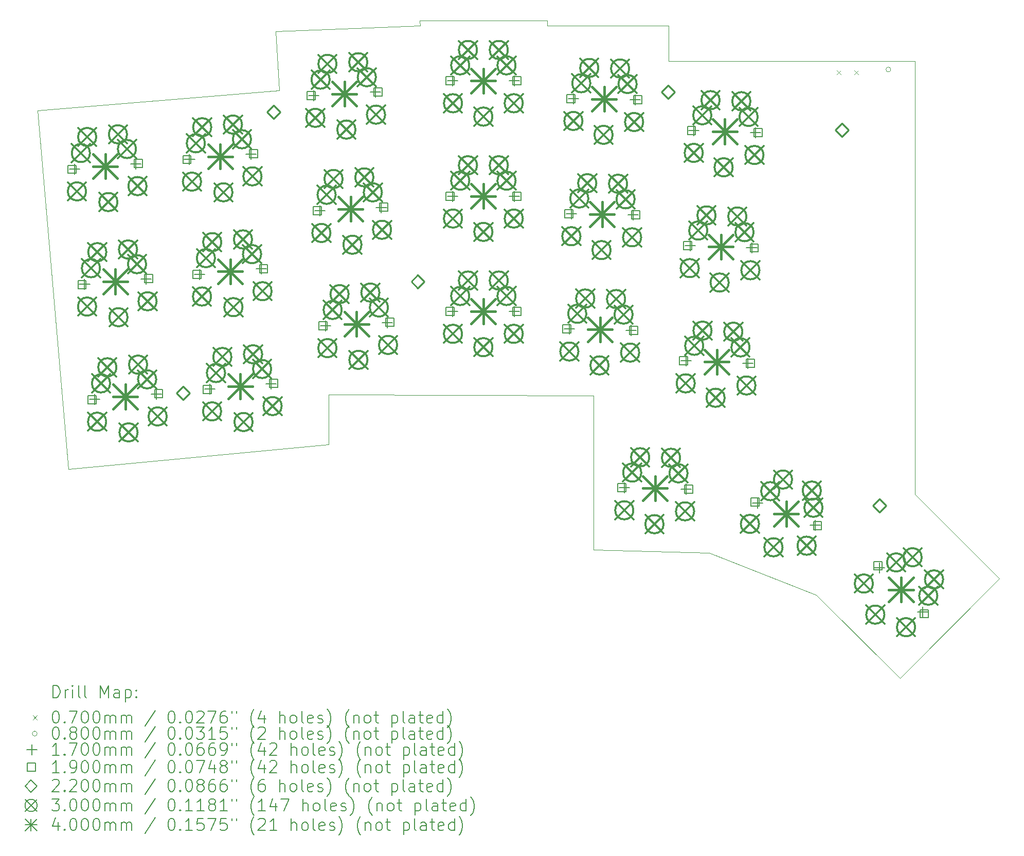
<source format=gbr>
%TF.GenerationSoftware,KiCad,Pcbnew,8.0.4*%
%TF.CreationDate,2024-08-27T16:31:32+02:00*%
%TF.ProjectId,totem_0_3,746f7465-6d5f-4305-9f33-2e6b69636164,0.3*%
%TF.SameCoordinates,Original*%
%TF.FileFunction,Drillmap*%
%TF.FilePolarity,Positive*%
%FSLAX45Y45*%
G04 Gerber Fmt 4.5, Leading zero omitted, Abs format (unit mm)*
G04 Created by KiCad (PCBNEW 8.0.4) date 2024-08-27 16:31:32*
%MOMM*%
%LPD*%
G01*
G04 APERTURE LIST*
%ADD10C,0.100000*%
%ADD11C,0.200000*%
%ADD12C,0.170000*%
%ADD13C,0.190000*%
%ADD14C,0.220000*%
%ADD15C,0.300000*%
%ADD16C,0.400000*%
G04 APERTURE END LIST*
D10*
X17477400Y-15351880D02*
X19115700Y-13703420D01*
X17723780Y-5179180D02*
X13667400Y-5179180D01*
X3786800Y-11900020D02*
X8074320Y-11498700D01*
X11673500Y-4511160D02*
X9575460Y-4511160D01*
X7200560Y-4691500D02*
X7258980Y-5659240D01*
X12435466Y-13229392D02*
X14340500Y-13286860D01*
X19115700Y-13703420D02*
X17723780Y-12319120D01*
X7258980Y-5659240D02*
X3281340Y-5994520D01*
X9578000Y-4597520D02*
X7200560Y-4691500D01*
X14340500Y-13286860D02*
X16103260Y-13977740D01*
X13667400Y-5179180D02*
X13667400Y-4592440D01*
X12438108Y-10689075D02*
X12435466Y-13229392D01*
X9575460Y-4511160D02*
X9578000Y-4597520D01*
X3281340Y-5994520D02*
X3786800Y-11900020D01*
X13667400Y-4592440D02*
X11676040Y-4592440D01*
X17723780Y-12319120D02*
X17723780Y-5179180D01*
X8074320Y-10677010D02*
X12438108Y-10689075D01*
X16103260Y-13977740D02*
X17477400Y-15351880D01*
X8074320Y-11498700D02*
X8074320Y-10677010D01*
X11676040Y-4592440D02*
X11673500Y-4511160D01*
D11*
D10*
X16438840Y-5329240D02*
X16508840Y-5399240D01*
X16508840Y-5329240D02*
X16438840Y-5399240D01*
X16438840Y-5329240D02*
X16508840Y-5399240D01*
X16508840Y-5329240D02*
X16438840Y-5399240D01*
X16728840Y-5329240D02*
X16798840Y-5399240D01*
X16798840Y-5329240D02*
X16728840Y-5399240D01*
X16728840Y-5329240D02*
X16798840Y-5399240D01*
X16798840Y-5329240D02*
X16728840Y-5399240D01*
X17329440Y-5318880D02*
G75*
G02*
X17249440Y-5318880I-40000J0D01*
G01*
X17249440Y-5318880D02*
G75*
G02*
X17329440Y-5318880I40000J0D01*
G01*
X17329440Y-5318880D02*
G75*
G02*
X17249440Y-5318880I-40000J0D01*
G01*
X17249440Y-5318880D02*
G75*
G02*
X17329440Y-5318880I40000J0D01*
G01*
D12*
X3891403Y-6873699D02*
X3891403Y-7043699D01*
X3806403Y-6958699D02*
X3976403Y-6958699D01*
X4057435Y-8771450D02*
X4057435Y-8941450D01*
X3972435Y-8856450D02*
X4142435Y-8856450D01*
X4223466Y-10669201D02*
X4223466Y-10839201D01*
X4138466Y-10754201D02*
X4308466Y-10754201D01*
X4903537Y-6785149D02*
X4903537Y-6955149D01*
X4818537Y-6870149D02*
X4988537Y-6870149D01*
X5069569Y-8682900D02*
X5069569Y-8852900D01*
X4984569Y-8767900D02*
X5154569Y-8767900D01*
X5235600Y-10580651D02*
X5235600Y-10750651D01*
X5150600Y-10665651D02*
X5320600Y-10665651D01*
X5784609Y-6713084D02*
X5784609Y-6883084D01*
X5699609Y-6798084D02*
X5869609Y-6798084D01*
X5950204Y-8605854D02*
X5950204Y-8775854D01*
X5865204Y-8690854D02*
X6035204Y-8690854D01*
X6115800Y-10498624D02*
X6115800Y-10668624D01*
X6030800Y-10583624D02*
X6200800Y-10583624D01*
X6796742Y-6624534D02*
X6796742Y-6794534D01*
X6711742Y-6709534D02*
X6881742Y-6709534D01*
X6962338Y-8517304D02*
X6962338Y-8687304D01*
X6877338Y-8602304D02*
X7047338Y-8602304D01*
X7127934Y-10410074D02*
X7127934Y-10580074D01*
X7042934Y-10495074D02*
X7212934Y-10495074D01*
X7828577Y-5660521D02*
X7828577Y-5830521D01*
X7743577Y-5745521D02*
X7913577Y-5745521D01*
X7928015Y-7557917D02*
X7928015Y-7727917D01*
X7843015Y-7642917D02*
X8013015Y-7642917D01*
X8027454Y-9455314D02*
X8027454Y-9625314D01*
X7942454Y-9540314D02*
X8112454Y-9540314D01*
X8843185Y-5607348D02*
X8843185Y-5777348D01*
X8758185Y-5692348D02*
X8928185Y-5692348D01*
X8942623Y-7504744D02*
X8942623Y-7674744D01*
X8857623Y-7589744D02*
X9027623Y-7589744D01*
X9042061Y-9402140D02*
X9042061Y-9572140D01*
X8957061Y-9487140D02*
X9127061Y-9487140D01*
X10114152Y-9219194D02*
X10114152Y-9389194D01*
X10029152Y-9304194D02*
X10199152Y-9304194D01*
X10114152Y-5419194D02*
X10114152Y-5589194D01*
X10029152Y-5504194D02*
X10199152Y-5504194D01*
X10114152Y-7319194D02*
X10114152Y-7489194D01*
X10029152Y-7404194D02*
X10199152Y-7404194D01*
X11130152Y-9219194D02*
X11130152Y-9389194D01*
X11045152Y-9304194D02*
X11215152Y-9304194D01*
X11130152Y-5419194D02*
X11130152Y-5589194D01*
X11045152Y-5504194D02*
X11215152Y-5504194D01*
X11130152Y-7319194D02*
X11130152Y-7489194D01*
X11045152Y-7404194D02*
X11215152Y-7404194D01*
X12036230Y-9510328D02*
X12036230Y-9680328D01*
X11951230Y-9595328D02*
X12121230Y-9595328D01*
X12069389Y-7610618D02*
X12069389Y-7780618D01*
X11984389Y-7695618D02*
X12154389Y-7695618D01*
X12102548Y-5710907D02*
X12102548Y-5880907D01*
X12017548Y-5795907D02*
X12187548Y-5795907D01*
X12940708Y-12126512D02*
X12940708Y-12296512D01*
X12855708Y-12211512D02*
X13025708Y-12211512D01*
X13052075Y-9528060D02*
X13052075Y-9698060D01*
X12967075Y-9613060D02*
X13137075Y-9613060D01*
X13085234Y-7628349D02*
X13085234Y-7798349D01*
X13000234Y-7713349D02*
X13170234Y-7713349D01*
X13118394Y-5728638D02*
X13118394Y-5898638D01*
X13033394Y-5813638D02*
X13203394Y-5813638D01*
X13956554Y-12144244D02*
X13956554Y-12314244D01*
X13871554Y-12229244D02*
X14041554Y-12229244D01*
X13957441Y-10035072D02*
X13957441Y-10205072D01*
X13872441Y-10120072D02*
X14042441Y-10120072D01*
X14023750Y-8136230D02*
X14023750Y-8306230D01*
X13938750Y-8221230D02*
X14108750Y-8221230D01*
X14090059Y-6237387D02*
X14090059Y-6407387D01*
X14005059Y-6322387D02*
X14175059Y-6322387D01*
X14972822Y-10070530D02*
X14972822Y-10240530D01*
X14887822Y-10155530D02*
X15057822Y-10155530D01*
X15039131Y-8171687D02*
X15039131Y-8341687D01*
X14954131Y-8256687D02*
X15124131Y-8256687D01*
X15105440Y-6272845D02*
X15105440Y-6442845D01*
X15020440Y-6357845D02*
X15190440Y-6357845D01*
X15134998Y-12373310D02*
X15134998Y-12543310D01*
X15049998Y-12458310D02*
X15219998Y-12458310D01*
X16083516Y-12737412D02*
X16083516Y-12907412D01*
X15998516Y-12822412D02*
X16168516Y-12822412D01*
X17146121Y-13440735D02*
X17146121Y-13610735D01*
X17061121Y-13525735D02*
X17231121Y-13525735D01*
X17851894Y-14171584D02*
X17851894Y-14341584D01*
X17766894Y-14256584D02*
X17936894Y-14256584D01*
D13*
X3916739Y-7029535D02*
X3916739Y-6895184D01*
X3782387Y-6895184D01*
X3782387Y-7029535D01*
X3916739Y-7029535D01*
X4082770Y-8927286D02*
X4082770Y-8792935D01*
X3948419Y-8792935D01*
X3948419Y-8927286D01*
X4082770Y-8927286D01*
X4248802Y-10825037D02*
X4248802Y-10690686D01*
X4114450Y-10690686D01*
X4114450Y-10825037D01*
X4248802Y-10825037D01*
X5012553Y-6933664D02*
X5012553Y-6799312D01*
X4878201Y-6799312D01*
X4878201Y-6933664D01*
X5012553Y-6933664D01*
X5178585Y-8831415D02*
X5178585Y-8697063D01*
X5044233Y-8697063D01*
X5044233Y-8831415D01*
X5178585Y-8831415D01*
X5344616Y-10729166D02*
X5344616Y-10594814D01*
X5210265Y-10594814D01*
X5210265Y-10729166D01*
X5344616Y-10729166D01*
X5809944Y-6868921D02*
X5809944Y-6734569D01*
X5675593Y-6734569D01*
X5675593Y-6868921D01*
X5809944Y-6868921D01*
X5975540Y-8761691D02*
X5975540Y-8627339D01*
X5841188Y-8627339D01*
X5841188Y-8761691D01*
X5975540Y-8761691D01*
X6141136Y-10654461D02*
X6141136Y-10520109D01*
X6006784Y-10520109D01*
X6006784Y-10654461D01*
X6141136Y-10654461D01*
X6905758Y-6773049D02*
X6905758Y-6638698D01*
X6771407Y-6638698D01*
X6771407Y-6773049D01*
X6905758Y-6773049D01*
X7071354Y-8665819D02*
X7071354Y-8531468D01*
X6937002Y-8531468D01*
X6937002Y-8665819D01*
X7071354Y-8665819D01*
X7236950Y-10558589D02*
X7236950Y-10424238D01*
X7102598Y-10424238D01*
X7102598Y-10558589D01*
X7236950Y-10558589D01*
X7853810Y-5814895D02*
X7853810Y-5680544D01*
X7719459Y-5680544D01*
X7719459Y-5814895D01*
X7853810Y-5814895D01*
X7953249Y-7712291D02*
X7953249Y-7577939D01*
X7818897Y-7577939D01*
X7818897Y-7712291D01*
X7953249Y-7712291D01*
X8052687Y-9609688D02*
X8052687Y-9475336D01*
X7918335Y-9475336D01*
X7918335Y-9609688D01*
X8052687Y-9609688D01*
X8952303Y-5757326D02*
X8952303Y-5622974D01*
X8817951Y-5622974D01*
X8817951Y-5757326D01*
X8952303Y-5757326D01*
X9051741Y-7654721D02*
X9051741Y-7520370D01*
X8917390Y-7520370D01*
X8917390Y-7654721D01*
X9051741Y-7654721D01*
X9151180Y-9552118D02*
X9151180Y-9417767D01*
X9016828Y-9417767D01*
X9016828Y-9552118D01*
X9151180Y-9552118D01*
X10139328Y-9371370D02*
X10139328Y-9237018D01*
X10004976Y-9237018D01*
X10004976Y-9371370D01*
X10139328Y-9371370D01*
X10139328Y-5571370D02*
X10139328Y-5437018D01*
X10004976Y-5437018D01*
X10004976Y-5571370D01*
X10139328Y-5571370D01*
X10139328Y-7471370D02*
X10139328Y-7337018D01*
X10004976Y-7337018D01*
X10004976Y-7471370D01*
X10139328Y-7471370D01*
X11239328Y-9371370D02*
X11239328Y-9237018D01*
X11104976Y-9237018D01*
X11104976Y-9371370D01*
X11239328Y-9371370D01*
X11239328Y-5571370D02*
X11239328Y-5437018D01*
X11104976Y-5437018D01*
X11104976Y-5571370D01*
X11239328Y-5571370D01*
X11239328Y-7471370D02*
X11239328Y-7337018D01*
X11104976Y-7337018D01*
X11104976Y-7471370D01*
X11239328Y-7471370D01*
X12061412Y-9661771D02*
X12061412Y-9527420D01*
X11927060Y-9527420D01*
X11927060Y-9661771D01*
X12061412Y-9661771D01*
X12094571Y-7762060D02*
X12094571Y-7627709D01*
X11960220Y-7627709D01*
X11960220Y-7762060D01*
X12094571Y-7762060D01*
X12127731Y-5862349D02*
X12127731Y-5727998D01*
X11993379Y-5727998D01*
X11993379Y-5862349D01*
X12127731Y-5862349D01*
X12965891Y-12277955D02*
X12965891Y-12143603D01*
X12831539Y-12143603D01*
X12831539Y-12277955D01*
X12965891Y-12277955D01*
X13161244Y-9680969D02*
X13161244Y-9546617D01*
X13026893Y-9546617D01*
X13026893Y-9680969D01*
X13161244Y-9680969D01*
X13194404Y-7781258D02*
X13194404Y-7646906D01*
X13060052Y-7646906D01*
X13060052Y-7781258D01*
X13194404Y-7781258D01*
X13227563Y-5881547D02*
X13227563Y-5747195D01*
X13093211Y-5747195D01*
X13093211Y-5881547D01*
X13227563Y-5881547D01*
X13982643Y-10185782D02*
X13982643Y-10051431D01*
X13848291Y-10051431D01*
X13848291Y-10185782D01*
X13982643Y-10185782D01*
X14048952Y-8286940D02*
X14048952Y-8152588D01*
X13914600Y-8152588D01*
X13914600Y-8286940D01*
X14048952Y-8286940D01*
X14065723Y-12297152D02*
X14065723Y-12162801D01*
X13931371Y-12162801D01*
X13931371Y-12297152D01*
X14065723Y-12297152D01*
X14115261Y-6388097D02*
X14115261Y-6253745D01*
X13980909Y-6253745D01*
X13980909Y-6388097D01*
X14115261Y-6388097D01*
X15081973Y-10224172D02*
X15081973Y-10089820D01*
X14947621Y-10089820D01*
X14947621Y-10224172D01*
X15081973Y-10224172D01*
X15148282Y-8325329D02*
X15148282Y-8190977D01*
X15013930Y-8190977D01*
X15013930Y-8325329D01*
X15148282Y-8325329D01*
X15162964Y-12510435D02*
X15162964Y-12376083D01*
X15028612Y-12376083D01*
X15028612Y-12510435D01*
X15162964Y-12510435D01*
X15214591Y-6426486D02*
X15214591Y-6292135D01*
X15080239Y-6292135D01*
X15080239Y-6426486D01*
X15214591Y-6426486D01*
X16189902Y-12904639D02*
X16189902Y-12770288D01*
X16055551Y-12770288D01*
X16055551Y-12904639D01*
X16189902Y-12904639D01*
X17184121Y-13562698D02*
X17184121Y-13428347D01*
X17049770Y-13428347D01*
X17049770Y-13562698D01*
X17184121Y-13562698D01*
X17948245Y-14353972D02*
X17948245Y-14219621D01*
X17813894Y-14219621D01*
X17813894Y-14353972D01*
X17948245Y-14353972D01*
D14*
X5675660Y-10762880D02*
X5785660Y-10652880D01*
X5675660Y-10542880D01*
X5565660Y-10652880D01*
X5675660Y-10762880D01*
X7166640Y-6129920D02*
X7276640Y-6019920D01*
X7166640Y-5909920D01*
X7056640Y-6019920D01*
X7166640Y-6129920D01*
X9544080Y-8918840D02*
X9654080Y-8808840D01*
X9544080Y-8698840D01*
X9434080Y-8808840D01*
X9544080Y-8918840D01*
X13666500Y-5794640D02*
X13776500Y-5684640D01*
X13666500Y-5574640D01*
X13556500Y-5684640D01*
X13666500Y-5794640D01*
X16526540Y-6424560D02*
X16636540Y-6314560D01*
X16526540Y-6204560D01*
X16416540Y-6314560D01*
X16526540Y-6424560D01*
X17146300Y-12614540D02*
X17256300Y-12504540D01*
X17146300Y-12394540D01*
X17036300Y-12504540D01*
X17146300Y-12614540D01*
D15*
X3781620Y-7176594D02*
X4081620Y-7476594D01*
X4081620Y-7176594D02*
X3781620Y-7476594D01*
X4081620Y-7326594D02*
G75*
G02*
X3781620Y-7326594I-150000J0D01*
G01*
X3781620Y-7326594D02*
G75*
G02*
X4081620Y-7326594I150000J0D01*
G01*
X3845782Y-6544597D02*
X4145782Y-6844597D01*
X4145782Y-6544597D02*
X3845782Y-6844597D01*
X4145782Y-6694597D02*
G75*
G02*
X3845782Y-6694597I-150000J0D01*
G01*
X3845782Y-6694597D02*
G75*
G02*
X4145782Y-6694597I150000J0D01*
G01*
X3947652Y-9074345D02*
X4247652Y-9374345D01*
X4247652Y-9074345D02*
X3947652Y-9374345D01*
X4247652Y-9224345D02*
G75*
G02*
X3947652Y-9224345I-150000J0D01*
G01*
X3947652Y-9224345D02*
G75*
G02*
X4247652Y-9224345I150000J0D01*
G01*
X3950161Y-6280495D02*
X4250161Y-6580495D01*
X4250161Y-6280495D02*
X3950161Y-6580495D01*
X4250161Y-6430495D02*
G75*
G02*
X3950161Y-6430495I-150000J0D01*
G01*
X3950161Y-6430495D02*
G75*
G02*
X4250161Y-6430495I150000J0D01*
G01*
X4011814Y-8442348D02*
X4311814Y-8742348D01*
X4311814Y-8442348D02*
X4011814Y-8742348D01*
X4311814Y-8592348D02*
G75*
G02*
X4011814Y-8592348I-150000J0D01*
G01*
X4011814Y-8592348D02*
G75*
G02*
X4311814Y-8592348I150000J0D01*
G01*
X4113684Y-10972096D02*
X4413684Y-11272096D01*
X4413684Y-10972096D02*
X4113684Y-11272096D01*
X4413684Y-11122096D02*
G75*
G02*
X4113684Y-11122096I-150000J0D01*
G01*
X4113684Y-11122096D02*
G75*
G02*
X4413684Y-11122096I150000J0D01*
G01*
X4116193Y-8178245D02*
X4416193Y-8478246D01*
X4416193Y-8178245D02*
X4116193Y-8478246D01*
X4416193Y-8328245D02*
G75*
G02*
X4116193Y-8328245I-150000J0D01*
G01*
X4116193Y-8328245D02*
G75*
G02*
X4416193Y-8328245I150000J0D01*
G01*
X4177846Y-10340099D02*
X4477846Y-10640099D01*
X4477846Y-10340099D02*
X4177846Y-10640099D01*
X4477846Y-10490099D02*
G75*
G02*
X4177846Y-10490099I-150000J0D01*
G01*
X4177846Y-10490099D02*
G75*
G02*
X4477846Y-10490099I150000J0D01*
G01*
X4282225Y-10075996D02*
X4582225Y-10375996D01*
X4582225Y-10075996D02*
X4282225Y-10375996D01*
X4582225Y-10225996D02*
G75*
G02*
X4282225Y-10225996I-150000J0D01*
G01*
X4282225Y-10225996D02*
G75*
G02*
X4582225Y-10225996I150000J0D01*
G01*
X4298892Y-7352179D02*
X4598892Y-7652179D01*
X4598892Y-7352179D02*
X4298892Y-7652179D01*
X4598892Y-7502179D02*
G75*
G02*
X4298892Y-7502179I-150000J0D01*
G01*
X4298892Y-7502179D02*
G75*
G02*
X4598892Y-7502179I150000J0D01*
G01*
X4456228Y-6236219D02*
X4756228Y-6536219D01*
X4756228Y-6236219D02*
X4456228Y-6536219D01*
X4756228Y-6386219D02*
G75*
G02*
X4456228Y-6386219I-150000J0D01*
G01*
X4456228Y-6386219D02*
G75*
G02*
X4756228Y-6386219I150000J0D01*
G01*
X4464924Y-9249930D02*
X4764924Y-9549930D01*
X4764924Y-9249930D02*
X4464924Y-9549930D01*
X4764924Y-9399930D02*
G75*
G02*
X4464924Y-9399930I-150000J0D01*
G01*
X4464924Y-9399930D02*
G75*
G02*
X4764924Y-9399930I150000J0D01*
G01*
X4604883Y-6478184D02*
X4904883Y-6778184D01*
X4904883Y-6478184D02*
X4604883Y-6778184D01*
X4904883Y-6628184D02*
G75*
G02*
X4604883Y-6628184I-150000J0D01*
G01*
X4604883Y-6628184D02*
G75*
G02*
X4904883Y-6628184I150000J0D01*
G01*
X4622260Y-8133970D02*
X4922260Y-8433970D01*
X4922260Y-8133970D02*
X4622260Y-8433970D01*
X4922260Y-8283970D02*
G75*
G02*
X4622260Y-8283970I-150000J0D01*
G01*
X4622260Y-8283970D02*
G75*
G02*
X4922260Y-8283970I150000J0D01*
G01*
X4630955Y-11147681D02*
X4930955Y-11447681D01*
X4930955Y-11147681D02*
X4630955Y-11447681D01*
X4930955Y-11297681D02*
G75*
G02*
X4630955Y-11297681I-150000J0D01*
G01*
X4630955Y-11297681D02*
G75*
G02*
X4930955Y-11297681I150000J0D01*
G01*
X4770914Y-8375935D02*
X5070914Y-8675935D01*
X5070914Y-8375935D02*
X4770914Y-8675935D01*
X5070914Y-8525935D02*
G75*
G02*
X4770914Y-8525935I-150000J0D01*
G01*
X4770914Y-8525935D02*
G75*
G02*
X5070914Y-8525935I150000J0D01*
G01*
X4777815Y-7089438D02*
X5077815Y-7389438D01*
X5077815Y-7089438D02*
X4777815Y-7389438D01*
X5077815Y-7239438D02*
G75*
G02*
X4777815Y-7239438I-150000J0D01*
G01*
X4777815Y-7239438D02*
G75*
G02*
X5077815Y-7239438I150000J0D01*
G01*
X4788292Y-10031721D02*
X5088292Y-10331721D01*
X5088292Y-10031721D02*
X4788292Y-10331721D01*
X5088292Y-10181721D02*
G75*
G02*
X4788292Y-10181721I-150000J0D01*
G01*
X4788292Y-10181721D02*
G75*
G02*
X5088292Y-10181721I150000J0D01*
G01*
X4936946Y-10273686D02*
X5236946Y-10573686D01*
X5236946Y-10273686D02*
X4936946Y-10573686D01*
X5236946Y-10423686D02*
G75*
G02*
X4936946Y-10423686I-150000J0D01*
G01*
X4936946Y-10423686D02*
G75*
G02*
X5236946Y-10423686I150000J0D01*
G01*
X4943847Y-8987189D02*
X5243847Y-9287189D01*
X5243847Y-8987189D02*
X4943847Y-9287189D01*
X5243847Y-9137189D02*
G75*
G02*
X4943847Y-9137189I-150000J0D01*
G01*
X4943847Y-9137189D02*
G75*
G02*
X5243847Y-9137189I150000J0D01*
G01*
X5109878Y-10884940D02*
X5409878Y-11184940D01*
X5409878Y-10884940D02*
X5109878Y-11184940D01*
X5409878Y-11034940D02*
G75*
G02*
X5109878Y-11034940I-150000J0D01*
G01*
X5109878Y-11034940D02*
G75*
G02*
X5409878Y-11034940I150000J0D01*
G01*
X5674826Y-7015979D02*
X5974826Y-7315979D01*
X5974826Y-7015979D02*
X5674826Y-7315979D01*
X5974826Y-7165979D02*
G75*
G02*
X5674826Y-7165979I-150000J0D01*
G01*
X5674826Y-7165979D02*
G75*
G02*
X5974826Y-7165979I150000J0D01*
G01*
X5738988Y-6383982D02*
X6038988Y-6683982D01*
X6038988Y-6383982D02*
X5738988Y-6683982D01*
X6038988Y-6533982D02*
G75*
G02*
X5738988Y-6533982I-150000J0D01*
G01*
X5738988Y-6533982D02*
G75*
G02*
X6038988Y-6533982I150000J0D01*
G01*
X5840421Y-8908749D02*
X6140421Y-9208749D01*
X6140421Y-8908749D02*
X5840421Y-9208749D01*
X6140421Y-9058749D02*
G75*
G02*
X5840421Y-9058749I-150000J0D01*
G01*
X5840421Y-9058749D02*
G75*
G02*
X6140421Y-9058749I150000J0D01*
G01*
X5843367Y-6119880D02*
X6143367Y-6419880D01*
X6143367Y-6119880D02*
X5843367Y-6419880D01*
X6143367Y-6269880D02*
G75*
G02*
X5843367Y-6269880I-150000J0D01*
G01*
X5843367Y-6269880D02*
G75*
G02*
X6143367Y-6269880I150000J0D01*
G01*
X5904583Y-8276752D02*
X6204583Y-8576752D01*
X6204583Y-8276752D02*
X5904583Y-8576752D01*
X6204583Y-8426752D02*
G75*
G02*
X5904583Y-8426752I-150000J0D01*
G01*
X5904583Y-8426752D02*
G75*
G02*
X6204583Y-8426752I150000J0D01*
G01*
X6006017Y-10801519D02*
X6306017Y-11101519D01*
X6306017Y-10801519D02*
X6006017Y-11101519D01*
X6306017Y-10951519D02*
G75*
G02*
X6006017Y-10951519I-150000J0D01*
G01*
X6006017Y-10951519D02*
G75*
G02*
X6306017Y-10951519I150000J0D01*
G01*
X6008963Y-8012650D02*
X6308963Y-8312650D01*
X6308963Y-8012650D02*
X6008963Y-8312650D01*
X6308963Y-8162650D02*
G75*
G02*
X6008963Y-8162650I-150000J0D01*
G01*
X6008963Y-8162650D02*
G75*
G02*
X6308963Y-8162650I150000J0D01*
G01*
X6070179Y-10169522D02*
X6370179Y-10469522D01*
X6370179Y-10169522D02*
X6070179Y-10469522D01*
X6370179Y-10319522D02*
G75*
G02*
X6070179Y-10319522I-150000J0D01*
G01*
X6070179Y-10319522D02*
G75*
G02*
X6370179Y-10319522I150000J0D01*
G01*
X6174559Y-9905420D02*
X6474559Y-10205420D01*
X6474559Y-9905420D02*
X6174559Y-10205420D01*
X6474559Y-10055420D02*
G75*
G02*
X6174559Y-10055420I-150000J0D01*
G01*
X6174559Y-10055420D02*
G75*
G02*
X6474559Y-10055420I150000J0D01*
G01*
X6192097Y-7191564D02*
X6492097Y-7491564D01*
X6492097Y-7191564D02*
X6192097Y-7491564D01*
X6492097Y-7341564D02*
G75*
G02*
X6192097Y-7341564I-150000J0D01*
G01*
X6192097Y-7341564D02*
G75*
G02*
X6492097Y-7341564I150000J0D01*
G01*
X6349434Y-6075605D02*
X6649434Y-6375605D01*
X6649434Y-6075605D02*
X6349434Y-6375605D01*
X6649434Y-6225605D02*
G75*
G02*
X6349434Y-6225605I-150000J0D01*
G01*
X6349434Y-6225605D02*
G75*
G02*
X6649434Y-6225605I150000J0D01*
G01*
X6357693Y-9084334D02*
X6657693Y-9384334D01*
X6657693Y-9084334D02*
X6357693Y-9384334D01*
X6657693Y-9234334D02*
G75*
G02*
X6357693Y-9234334I-150000J0D01*
G01*
X6357693Y-9234334D02*
G75*
G02*
X6657693Y-9234334I150000J0D01*
G01*
X6498088Y-6317569D02*
X6798088Y-6617569D01*
X6798088Y-6317569D02*
X6498088Y-6617569D01*
X6798088Y-6467569D02*
G75*
G02*
X6498088Y-6467569I-150000J0D01*
G01*
X6498088Y-6467569D02*
G75*
G02*
X6798088Y-6467569I150000J0D01*
G01*
X6515029Y-7968375D02*
X6815029Y-8268375D01*
X6815029Y-7968375D02*
X6515029Y-8268375D01*
X6815029Y-8118375D02*
G75*
G02*
X6515029Y-8118375I-150000J0D01*
G01*
X6515029Y-8118375D02*
G75*
G02*
X6815029Y-8118375I150000J0D01*
G01*
X6523289Y-10977104D02*
X6823289Y-11277104D01*
X6823289Y-10977104D02*
X6523289Y-11277104D01*
X6823289Y-11127104D02*
G75*
G02*
X6523289Y-11127104I-150000J0D01*
G01*
X6523289Y-11127104D02*
G75*
G02*
X6823289Y-11127104I150000J0D01*
G01*
X6663684Y-8210339D02*
X6963684Y-8510339D01*
X6963684Y-8210339D02*
X6663684Y-8510339D01*
X6963684Y-8360339D02*
G75*
G02*
X6663684Y-8360339I-150000J0D01*
G01*
X6663684Y-8360339D02*
G75*
G02*
X6963684Y-8360339I150000J0D01*
G01*
X6671020Y-6928823D02*
X6971020Y-7228823D01*
X6971020Y-6928823D02*
X6671020Y-7228823D01*
X6971020Y-7078823D02*
G75*
G02*
X6671020Y-7078823I-150000J0D01*
G01*
X6671020Y-7078823D02*
G75*
G02*
X6971020Y-7078823I150000J0D01*
G01*
X6680625Y-9861145D02*
X6980625Y-10161145D01*
X6980625Y-9861145D02*
X6680625Y-10161145D01*
X6980625Y-10011145D02*
G75*
G02*
X6680625Y-10011145I-150000J0D01*
G01*
X6680625Y-10011145D02*
G75*
G02*
X6980625Y-10011145I150000J0D01*
G01*
X6829280Y-10103109D02*
X7129280Y-10403109D01*
X7129280Y-10103109D02*
X6829280Y-10403109D01*
X7129280Y-10253109D02*
G75*
G02*
X6829280Y-10253109I-150000J0D01*
G01*
X6829280Y-10253109D02*
G75*
G02*
X7129280Y-10253109I150000J0D01*
G01*
X6836616Y-8821593D02*
X7136616Y-9121593D01*
X7136616Y-8821593D02*
X6836616Y-9121593D01*
X7136616Y-8971593D02*
G75*
G02*
X6836616Y-8971593I-150000J0D01*
G01*
X6836616Y-8971593D02*
G75*
G02*
X7136616Y-8971593I150000J0D01*
G01*
X7002212Y-10714363D02*
X7302212Y-11014363D01*
X7302212Y-10714363D02*
X7002212Y-11014363D01*
X7302212Y-10864363D02*
G75*
G02*
X7002212Y-10864363I-150000J0D01*
G01*
X7002212Y-10864363D02*
G75*
G02*
X7302212Y-10864363I150000J0D01*
G01*
X7705930Y-5964596D02*
X8005930Y-6264596D01*
X8005930Y-5964596D02*
X7705930Y-6264596D01*
X8005930Y-6114596D02*
G75*
G02*
X7705930Y-6114596I-150000J0D01*
G01*
X7705930Y-6114596D02*
G75*
G02*
X8005930Y-6114596I150000J0D01*
G01*
X7792110Y-5335223D02*
X8092110Y-5635223D01*
X8092110Y-5335223D02*
X7792110Y-5635223D01*
X8092110Y-5485223D02*
G75*
G02*
X7792110Y-5485223I-150000J0D01*
G01*
X7792110Y-5485223D02*
G75*
G02*
X8092110Y-5485223I150000J0D01*
G01*
X7805369Y-7861991D02*
X8105369Y-8161991D01*
X8105369Y-7861991D02*
X7805369Y-8161991D01*
X8105369Y-8011991D02*
G75*
G02*
X7805369Y-8011991I-150000J0D01*
G01*
X7805369Y-8011991D02*
G75*
G02*
X8105369Y-8011991I150000J0D01*
G01*
X7891548Y-7232619D02*
X8191548Y-7532619D01*
X8191548Y-7232619D02*
X7891548Y-7532619D01*
X8191548Y-7382619D02*
G75*
G02*
X7891548Y-7382619I-150000J0D01*
G01*
X7891548Y-7382619D02*
G75*
G02*
X8191548Y-7382619I150000J0D01*
G01*
X7904807Y-9759388D02*
X8204807Y-10059388D01*
X8204807Y-9759388D02*
X7904807Y-10059388D01*
X8204807Y-9909388D02*
G75*
G02*
X7904807Y-9909388I-150000J0D01*
G01*
X7904807Y-9909388D02*
G75*
G02*
X8204807Y-9909388I150000J0D01*
G01*
X7905642Y-5074924D02*
X8205642Y-5374924D01*
X8205642Y-5074924D02*
X7905642Y-5374924D01*
X8205642Y-5224924D02*
G75*
G02*
X7905642Y-5224924I-150000J0D01*
G01*
X7905642Y-5224924D02*
G75*
G02*
X8205642Y-5224924I150000J0D01*
G01*
X7990986Y-9130015D02*
X8290986Y-9430015D01*
X8290986Y-9130015D02*
X7990986Y-9430015D01*
X8290986Y-9280015D02*
G75*
G02*
X7990986Y-9280015I-150000J0D01*
G01*
X7990986Y-9280015D02*
G75*
G02*
X8290986Y-9280015I150000J0D01*
G01*
X8005081Y-6972320D02*
X8305081Y-7272320D01*
X8305081Y-6972320D02*
X8005081Y-7272320D01*
X8305081Y-7122320D02*
G75*
G02*
X8005081Y-7122320I-150000J0D01*
G01*
X8005081Y-7122320D02*
G75*
G02*
X8305081Y-7122320I150000J0D01*
G01*
X8104519Y-8869717D02*
X8404519Y-9169717D01*
X8404519Y-8869717D02*
X8104519Y-9169717D01*
X8404519Y-9019717D02*
G75*
G02*
X8104519Y-9019717I-150000J0D01*
G01*
X8104519Y-9019717D02*
G75*
G02*
X8404519Y-9019717I150000J0D01*
G01*
X8216759Y-6158126D02*
X8516759Y-6458126D01*
X8516759Y-6158126D02*
X8216759Y-6458126D01*
X8516759Y-6308126D02*
G75*
G02*
X8216759Y-6308126I-150000J0D01*
G01*
X8216759Y-6308126D02*
G75*
G02*
X8516759Y-6308126I150000J0D01*
G01*
X8316197Y-8055522D02*
X8616198Y-8355522D01*
X8616198Y-8055522D02*
X8316197Y-8355522D01*
X8616198Y-8205522D02*
G75*
G02*
X8316197Y-8205522I-150000J0D01*
G01*
X8316197Y-8205522D02*
G75*
G02*
X8616198Y-8205522I150000J0D01*
G01*
X8412946Y-5048338D02*
X8712946Y-5348338D01*
X8712946Y-5048338D02*
X8412946Y-5348338D01*
X8712946Y-5198338D02*
G75*
G02*
X8412946Y-5198338I-150000J0D01*
G01*
X8412946Y-5198338D02*
G75*
G02*
X8712946Y-5198338I150000J0D01*
G01*
X8415636Y-9952919D02*
X8715636Y-10252919D01*
X8715636Y-9952919D02*
X8415636Y-10252919D01*
X8715636Y-10102919D02*
G75*
G02*
X8415636Y-10102919I-150000J0D01*
G01*
X8415636Y-10102919D02*
G75*
G02*
X8715636Y-10102919I150000J0D01*
G01*
X8512385Y-6945733D02*
X8812385Y-7245733D01*
X8812385Y-6945733D02*
X8512385Y-7245733D01*
X8812385Y-7095733D02*
G75*
G02*
X8512385Y-7095733I-150000J0D01*
G01*
X8512385Y-7095733D02*
G75*
G02*
X8812385Y-7095733I150000J0D01*
G01*
X8553065Y-5295343D02*
X8853065Y-5595343D01*
X8853065Y-5295343D02*
X8553065Y-5595343D01*
X8853065Y-5445343D02*
G75*
G02*
X8553065Y-5445343I-150000J0D01*
G01*
X8553065Y-5445343D02*
G75*
G02*
X8853065Y-5445343I150000J0D01*
G01*
X8611823Y-8843130D02*
X8911823Y-9143130D01*
X8911823Y-8843130D02*
X8611823Y-9143130D01*
X8911823Y-8993130D02*
G75*
G02*
X8611823Y-8993130I-150000J0D01*
G01*
X8611823Y-8993130D02*
G75*
G02*
X8911823Y-8993130I150000J0D01*
G01*
X8652504Y-7192739D02*
X8952504Y-7492739D01*
X8952504Y-7192739D02*
X8652504Y-7492739D01*
X8952504Y-7342739D02*
G75*
G02*
X8652504Y-7342739I-150000J0D01*
G01*
X8652504Y-7342739D02*
G75*
G02*
X8952504Y-7342739I150000J0D01*
G01*
X8704560Y-5912260D02*
X9004560Y-6212260D01*
X9004560Y-5912260D02*
X8704560Y-6212260D01*
X9004560Y-6062260D02*
G75*
G02*
X8704560Y-6062260I-150000J0D01*
G01*
X8704560Y-6062260D02*
G75*
G02*
X9004560Y-6062260I150000J0D01*
G01*
X8751942Y-9090135D02*
X9051942Y-9390135D01*
X9051942Y-9090135D02*
X8751942Y-9390135D01*
X9051942Y-9240135D02*
G75*
G02*
X8751942Y-9240135I-150000J0D01*
G01*
X8751942Y-9240135D02*
G75*
G02*
X9051942Y-9240135I150000J0D01*
G01*
X8803998Y-7809655D02*
X9103998Y-8109655D01*
X9103998Y-7809655D02*
X8803998Y-8109655D01*
X9103998Y-7959655D02*
G75*
G02*
X8803998Y-7959655I-150000J0D01*
G01*
X8803998Y-7959655D02*
G75*
G02*
X9103998Y-7959655I150000J0D01*
G01*
X8903437Y-9707052D02*
X9203437Y-10007052D01*
X9203437Y-9707052D02*
X8903437Y-10007052D01*
X9203437Y-9857052D02*
G75*
G02*
X8903437Y-9857052I-150000J0D01*
G01*
X8903437Y-9857052D02*
G75*
G02*
X9203437Y-9857052I150000J0D01*
G01*
X9972152Y-9524194D02*
X10272152Y-9824194D01*
X10272152Y-9524194D02*
X9972152Y-9824194D01*
X10272152Y-9674194D02*
G75*
G02*
X9972152Y-9674194I-150000J0D01*
G01*
X9972152Y-9674194D02*
G75*
G02*
X10272152Y-9674194I150000J0D01*
G01*
X9972152Y-5724194D02*
X10272152Y-6024194D01*
X10272152Y-5724194D02*
X9972152Y-6024194D01*
X10272152Y-5874194D02*
G75*
G02*
X9972152Y-5874194I-150000J0D01*
G01*
X9972152Y-5874194D02*
G75*
G02*
X10272152Y-5874194I150000J0D01*
G01*
X9972152Y-7624194D02*
X10272152Y-7924194D01*
X10272152Y-7624194D02*
X9972152Y-7924194D01*
X10272152Y-7774194D02*
G75*
G02*
X9972152Y-7774194I-150000J0D01*
G01*
X9972152Y-7774194D02*
G75*
G02*
X10272152Y-7774194I150000J0D01*
G01*
X10091152Y-8900194D02*
X10391152Y-9200194D01*
X10391152Y-8900194D02*
X10091152Y-9200194D01*
X10391152Y-9050194D02*
G75*
G02*
X10091152Y-9050194I-150000J0D01*
G01*
X10091152Y-9050194D02*
G75*
G02*
X10391152Y-9050194I150000J0D01*
G01*
X10091152Y-5100194D02*
X10391152Y-5400194D01*
X10391152Y-5100194D02*
X10091152Y-5400194D01*
X10391152Y-5250194D02*
G75*
G02*
X10091152Y-5250194I-150000J0D01*
G01*
X10091152Y-5250194D02*
G75*
G02*
X10391152Y-5250194I150000J0D01*
G01*
X10091152Y-7000194D02*
X10391152Y-7300194D01*
X10391152Y-7000194D02*
X10091152Y-7300194D01*
X10391152Y-7150194D02*
G75*
G02*
X10091152Y-7150194I-150000J0D01*
G01*
X10091152Y-7150194D02*
G75*
G02*
X10391152Y-7150194I150000J0D01*
G01*
X10218152Y-8646194D02*
X10518152Y-8946194D01*
X10518152Y-8646194D02*
X10218152Y-8946194D01*
X10518152Y-8796194D02*
G75*
G02*
X10218152Y-8796194I-150000J0D01*
G01*
X10218152Y-8796194D02*
G75*
G02*
X10518152Y-8796194I150000J0D01*
G01*
X10218152Y-4846194D02*
X10518152Y-5146194D01*
X10518152Y-4846194D02*
X10218152Y-5146194D01*
X10518152Y-4996194D02*
G75*
G02*
X10218152Y-4996194I-150000J0D01*
G01*
X10218152Y-4996194D02*
G75*
G02*
X10518152Y-4996194I150000J0D01*
G01*
X10218152Y-6746194D02*
X10518152Y-7046194D01*
X10518152Y-6746194D02*
X10218152Y-7046194D01*
X10518152Y-6896194D02*
G75*
G02*
X10218152Y-6896194I-150000J0D01*
G01*
X10218152Y-6896194D02*
G75*
G02*
X10518152Y-6896194I150000J0D01*
G01*
X10472152Y-9744194D02*
X10772152Y-10044194D01*
X10772152Y-9744194D02*
X10472152Y-10044194D01*
X10772152Y-9894194D02*
G75*
G02*
X10472152Y-9894194I-150000J0D01*
G01*
X10472152Y-9894194D02*
G75*
G02*
X10772152Y-9894194I150000J0D01*
G01*
X10472152Y-5944194D02*
X10772152Y-6244194D01*
X10772152Y-5944194D02*
X10472152Y-6244194D01*
X10772152Y-6094194D02*
G75*
G02*
X10472152Y-6094194I-150000J0D01*
G01*
X10472152Y-6094194D02*
G75*
G02*
X10772152Y-6094194I150000J0D01*
G01*
X10472152Y-7844194D02*
X10772152Y-8144194D01*
X10772152Y-7844194D02*
X10472152Y-8144194D01*
X10772152Y-7994194D02*
G75*
G02*
X10472152Y-7994194I-150000J0D01*
G01*
X10472152Y-7994194D02*
G75*
G02*
X10772152Y-7994194I150000J0D01*
G01*
X10726152Y-8646194D02*
X11026152Y-8946194D01*
X11026152Y-8646194D02*
X10726152Y-8946194D01*
X11026152Y-8796194D02*
G75*
G02*
X10726152Y-8796194I-150000J0D01*
G01*
X10726152Y-8796194D02*
G75*
G02*
X11026152Y-8796194I150000J0D01*
G01*
X10726152Y-4846194D02*
X11026152Y-5146194D01*
X11026152Y-4846194D02*
X10726152Y-5146194D01*
X11026152Y-4996194D02*
G75*
G02*
X10726152Y-4996194I-150000J0D01*
G01*
X10726152Y-4996194D02*
G75*
G02*
X11026152Y-4996194I150000J0D01*
G01*
X10726152Y-6746194D02*
X11026152Y-7046194D01*
X11026152Y-6746194D02*
X10726152Y-7046194D01*
X11026152Y-6896194D02*
G75*
G02*
X10726152Y-6896194I-150000J0D01*
G01*
X10726152Y-6896194D02*
G75*
G02*
X11026152Y-6896194I150000J0D01*
G01*
X10853152Y-8900194D02*
X11153152Y-9200194D01*
X11153152Y-8900194D02*
X10853152Y-9200194D01*
X11153152Y-9050194D02*
G75*
G02*
X10853152Y-9050194I-150000J0D01*
G01*
X10853152Y-9050194D02*
G75*
G02*
X11153152Y-9050194I150000J0D01*
G01*
X10853152Y-5100194D02*
X11153152Y-5400194D01*
X11153152Y-5100194D02*
X10853152Y-5400194D01*
X11153152Y-5250194D02*
G75*
G02*
X10853152Y-5250194I-150000J0D01*
G01*
X10853152Y-5250194D02*
G75*
G02*
X11153152Y-5250194I150000J0D01*
G01*
X10853152Y-7000194D02*
X11153152Y-7300194D01*
X11153152Y-7000194D02*
X10853152Y-7300194D01*
X11153152Y-7150194D02*
G75*
G02*
X10853152Y-7150194I-150000J0D01*
G01*
X10853152Y-7150194D02*
G75*
G02*
X11153152Y-7150194I150000J0D01*
G01*
X10972152Y-9524194D02*
X11272152Y-9824194D01*
X11272152Y-9524194D02*
X10972152Y-9824194D01*
X11272152Y-9674194D02*
G75*
G02*
X10972152Y-9674194I-150000J0D01*
G01*
X10972152Y-9674194D02*
G75*
G02*
X11272152Y-9674194I150000J0D01*
G01*
X10972152Y-5724194D02*
X11272152Y-6024194D01*
X11272152Y-5724194D02*
X10972152Y-6024194D01*
X11272152Y-5874194D02*
G75*
G02*
X10972152Y-5874194I-150000J0D01*
G01*
X10972152Y-5874194D02*
G75*
G02*
X11272152Y-5874194I150000J0D01*
G01*
X10972152Y-7624194D02*
X11272152Y-7924194D01*
X11272152Y-7624194D02*
X10972152Y-7924194D01*
X11272152Y-7774194D02*
G75*
G02*
X10972152Y-7774194I-150000J0D01*
G01*
X10972152Y-7774194D02*
G75*
G02*
X11272152Y-7774194I150000J0D01*
G01*
X11887771Y-9815412D02*
X12187771Y-10115412D01*
X12187771Y-9815412D02*
X11887771Y-10115412D01*
X12187771Y-9965412D02*
G75*
G02*
X11887771Y-9965412I-150000J0D01*
G01*
X11887771Y-9965412D02*
G75*
G02*
X12187771Y-9965412I150000J0D01*
G01*
X11920930Y-7915701D02*
X12220930Y-8215701D01*
X12220930Y-7915701D02*
X11920930Y-8215701D01*
X12220930Y-8065701D02*
G75*
G02*
X11920930Y-8065701I-150000J0D01*
G01*
X11920930Y-8065701D02*
G75*
G02*
X12220930Y-8065701I150000J0D01*
G01*
X11954090Y-6015990D02*
X12254090Y-6315990D01*
X12254090Y-6015990D02*
X11954090Y-6315990D01*
X12254090Y-6165990D02*
G75*
G02*
X11954090Y-6165990I-150000J0D01*
G01*
X11954090Y-6165990D02*
G75*
G02*
X12254090Y-6165990I150000J0D01*
G01*
X12017643Y-9193584D02*
X12317643Y-9493584D01*
X12317643Y-9193584D02*
X12017643Y-9493584D01*
X12317643Y-9343584D02*
G75*
G02*
X12017643Y-9343584I-150000J0D01*
G01*
X12017643Y-9343584D02*
G75*
G02*
X12317643Y-9343584I150000J0D01*
G01*
X12050802Y-7293873D02*
X12350802Y-7593873D01*
X12350802Y-7293873D02*
X12050802Y-7593873D01*
X12350802Y-7443873D02*
G75*
G02*
X12050802Y-7443873I-150000J0D01*
G01*
X12050802Y-7443873D02*
G75*
G02*
X12350802Y-7443873I150000J0D01*
G01*
X12083962Y-5394162D02*
X12383962Y-5694162D01*
X12383962Y-5394162D02*
X12083962Y-5694162D01*
X12383962Y-5544162D02*
G75*
G02*
X12083962Y-5544162I-150000J0D01*
G01*
X12083962Y-5544162D02*
G75*
G02*
X12383962Y-5544162I150000J0D01*
G01*
X12149057Y-8941839D02*
X12449057Y-9241839D01*
X12449057Y-8941839D02*
X12149057Y-9241839D01*
X12449057Y-9091839D02*
G75*
G02*
X12149057Y-9091839I-150000J0D01*
G01*
X12149057Y-9091839D02*
G75*
G02*
X12449057Y-9091839I150000J0D01*
G01*
X12182216Y-7042128D02*
X12482216Y-7342128D01*
X12482216Y-7042128D02*
X12182216Y-7342128D01*
X12482216Y-7192128D02*
G75*
G02*
X12182216Y-7192128I-150000J0D01*
G01*
X12182216Y-7192128D02*
G75*
G02*
X12482216Y-7192128I150000J0D01*
G01*
X12215375Y-5142417D02*
X12515375Y-5442417D01*
X12515375Y-5142417D02*
X12215375Y-5442417D01*
X12515375Y-5292417D02*
G75*
G02*
X12215375Y-5292417I-150000J0D01*
G01*
X12215375Y-5292417D02*
G75*
G02*
X12515375Y-5292417I150000J0D01*
G01*
X12383855Y-10044104D02*
X12683855Y-10344104D01*
X12683855Y-10044104D02*
X12383855Y-10344104D01*
X12683855Y-10194104D02*
G75*
G02*
X12383855Y-10194104I-150000J0D01*
G01*
X12383855Y-10194104D02*
G75*
G02*
X12683855Y-10194104I150000J0D01*
G01*
X12417015Y-8144393D02*
X12717015Y-8444394D01*
X12717015Y-8144393D02*
X12417015Y-8444394D01*
X12717015Y-8294393D02*
G75*
G02*
X12417015Y-8294393I-150000J0D01*
G01*
X12417015Y-8294393D02*
G75*
G02*
X12717015Y-8294393I150000J0D01*
G01*
X12450174Y-6244683D02*
X12750174Y-6544683D01*
X12750174Y-6244683D02*
X12450174Y-6544683D01*
X12750174Y-6394683D02*
G75*
G02*
X12450174Y-6394683I-150000J0D01*
G01*
X12450174Y-6394683D02*
G75*
G02*
X12750174Y-6394683I150000J0D01*
G01*
X12656979Y-8950705D02*
X12956979Y-9250705D01*
X12956979Y-8950705D02*
X12656979Y-9250705D01*
X12956979Y-9100705D02*
G75*
G02*
X12656979Y-9100705I-150000J0D01*
G01*
X12656979Y-9100705D02*
G75*
G02*
X12956979Y-9100705I150000J0D01*
G01*
X12690139Y-7050994D02*
X12990139Y-7350994D01*
X12990139Y-7050994D02*
X12690139Y-7350994D01*
X12990139Y-7200994D02*
G75*
G02*
X12690139Y-7200994I-150000J0D01*
G01*
X12690139Y-7200994D02*
G75*
G02*
X12990139Y-7200994I150000J0D01*
G01*
X12723298Y-5151283D02*
X13023298Y-5451283D01*
X13023298Y-5151283D02*
X12723298Y-5451283D01*
X13023298Y-5301283D02*
G75*
G02*
X12723298Y-5301283I-150000J0D01*
G01*
X12723298Y-5301283D02*
G75*
G02*
X13023298Y-5301283I150000J0D01*
G01*
X12779527Y-9206882D02*
X13079527Y-9506882D01*
X13079527Y-9206882D02*
X12779527Y-9506882D01*
X13079527Y-9356882D02*
G75*
G02*
X12779527Y-9356882I-150000J0D01*
G01*
X12779527Y-9356882D02*
G75*
G02*
X13079527Y-9356882I150000J0D01*
G01*
X12792250Y-12431595D02*
X13092250Y-12731595D01*
X13092250Y-12431595D02*
X12792250Y-12731595D01*
X13092250Y-12581595D02*
G75*
G02*
X12792250Y-12581595I-150000J0D01*
G01*
X12792250Y-12581595D02*
G75*
G02*
X13092250Y-12581595I150000J0D01*
G01*
X12812686Y-7307171D02*
X13112686Y-7607171D01*
X13112686Y-7307171D02*
X12812686Y-7607171D01*
X13112686Y-7457171D02*
G75*
G02*
X12812686Y-7457171I-150000J0D01*
G01*
X12812686Y-7457171D02*
G75*
G02*
X13112686Y-7457171I150000J0D01*
G01*
X12845846Y-5407461D02*
X13145846Y-5707461D01*
X13145846Y-5407461D02*
X12845846Y-5707461D01*
X13145846Y-5557461D02*
G75*
G02*
X12845846Y-5557461I-150000J0D01*
G01*
X12845846Y-5557461D02*
G75*
G02*
X13145846Y-5557461I150000J0D01*
G01*
X12887619Y-9832864D02*
X13187619Y-10132864D01*
X13187619Y-9832864D02*
X12887619Y-10132864D01*
X13187619Y-9982864D02*
G75*
G02*
X12887619Y-9982864I-150000J0D01*
G01*
X12887619Y-9982864D02*
G75*
G02*
X13187619Y-9982864I150000J0D01*
G01*
X12920778Y-7933153D02*
X13220778Y-8233153D01*
X13220778Y-7933153D02*
X12920778Y-8233153D01*
X13220778Y-8083153D02*
G75*
G02*
X12920778Y-8083153I-150000J0D01*
G01*
X12920778Y-8083153D02*
G75*
G02*
X13220778Y-8083153I150000J0D01*
G01*
X12922122Y-11809767D02*
X13222122Y-12109767D01*
X13222122Y-11809767D02*
X12922122Y-12109767D01*
X13222122Y-11959767D02*
G75*
G02*
X12922122Y-11959767I-150000J0D01*
G01*
X12922122Y-11959767D02*
G75*
G02*
X13222122Y-11959767I150000J0D01*
G01*
X12953937Y-6033442D02*
X13253937Y-6333442D01*
X13253937Y-6033442D02*
X12953937Y-6333442D01*
X13253937Y-6183442D02*
G75*
G02*
X12953937Y-6183442I-150000J0D01*
G01*
X12953937Y-6183442D02*
G75*
G02*
X13253937Y-6183442I150000J0D01*
G01*
X13053535Y-11558022D02*
X13353535Y-11858022D01*
X13353535Y-11558022D02*
X13053535Y-11858022D01*
X13353535Y-11708022D02*
G75*
G02*
X13053535Y-11708022I-150000J0D01*
G01*
X13053535Y-11708022D02*
G75*
G02*
X13353535Y-11708022I150000J0D01*
G01*
X13288334Y-12660288D02*
X13588334Y-12960288D01*
X13588334Y-12660288D02*
X13288334Y-12960288D01*
X13588334Y-12810288D02*
G75*
G02*
X13288334Y-12810288I-150000J0D01*
G01*
X13288334Y-12810288D02*
G75*
G02*
X13588334Y-12810288I150000J0D01*
G01*
X13561458Y-11566888D02*
X13861458Y-11866888D01*
X13861458Y-11566888D02*
X13561458Y-11866888D01*
X13861458Y-11716888D02*
G75*
G02*
X13561458Y-11716888I-150000J0D01*
G01*
X13561458Y-11716888D02*
G75*
G02*
X13861458Y-11716888I150000J0D01*
G01*
X13684006Y-11823066D02*
X13984006Y-12123066D01*
X13984006Y-11823066D02*
X13684006Y-12123066D01*
X13984006Y-11973066D02*
G75*
G02*
X13684006Y-11973066I-150000J0D01*
G01*
X13684006Y-11973066D02*
G75*
G02*
X13984006Y-11973066I150000J0D01*
G01*
X13792097Y-12449048D02*
X14092097Y-12749048D01*
X14092097Y-12449048D02*
X13792097Y-12749048D01*
X14092097Y-12599048D02*
G75*
G02*
X13792097Y-12599048I-150000J0D01*
G01*
X13792097Y-12599048D02*
G75*
G02*
X14092097Y-12599048I150000J0D01*
G01*
X13802524Y-10340126D02*
X14102524Y-10640126D01*
X14102524Y-10340126D02*
X13802524Y-10640126D01*
X14102524Y-10490126D02*
G75*
G02*
X13802524Y-10490126I-150000J0D01*
G01*
X13802524Y-10490126D02*
G75*
G02*
X14102524Y-10490126I150000J0D01*
G01*
X13868833Y-8441284D02*
X14168833Y-8741284D01*
X14168833Y-8441284D02*
X13868833Y-8741284D01*
X14168833Y-8591284D02*
G75*
G02*
X13868833Y-8591284I-150000J0D01*
G01*
X13868833Y-8591284D02*
G75*
G02*
X14168833Y-8591284I150000J0D01*
G01*
X13935142Y-6542441D02*
X14235142Y-6842441D01*
X14235142Y-6542441D02*
X13935142Y-6842441D01*
X14235142Y-6692441D02*
G75*
G02*
X13935142Y-6692441I-150000J0D01*
G01*
X13935142Y-6692441D02*
G75*
G02*
X14235142Y-6692441I150000J0D01*
G01*
X13943228Y-9720659D02*
X14243228Y-10020659D01*
X14243228Y-9720659D02*
X13943228Y-10020659D01*
X14243228Y-9870659D02*
G75*
G02*
X13943228Y-9870659I-150000J0D01*
G01*
X13943228Y-9870659D02*
G75*
G02*
X14243228Y-9870659I150000J0D01*
G01*
X14009537Y-7821817D02*
X14309537Y-8121817D01*
X14309537Y-7821817D02*
X14009537Y-8121817D01*
X14309537Y-7971817D02*
G75*
G02*
X14009537Y-7971817I-150000J0D01*
G01*
X14009537Y-7971817D02*
G75*
G02*
X14309537Y-7971817I150000J0D01*
G01*
X14075847Y-5922974D02*
X14375847Y-6222974D01*
X14375847Y-5922974D02*
X14075847Y-6222974D01*
X14375847Y-6072974D02*
G75*
G02*
X14075847Y-6072974I-150000J0D01*
G01*
X14075847Y-6072974D02*
G75*
G02*
X14375847Y-6072974I150000J0D01*
G01*
X14079015Y-9471246D02*
X14379015Y-9771246D01*
X14379015Y-9471246D02*
X14079015Y-9771246D01*
X14379015Y-9621246D02*
G75*
G02*
X14079015Y-9621246I-150000J0D01*
G01*
X14079015Y-9621246D02*
G75*
G02*
X14379015Y-9621246I150000J0D01*
G01*
X14145325Y-7572404D02*
X14445325Y-7872404D01*
X14445325Y-7572404D02*
X14145325Y-7872404D01*
X14445325Y-7722404D02*
G75*
G02*
X14145325Y-7722404I-150000J0D01*
G01*
X14145325Y-7722404D02*
G75*
G02*
X14445325Y-7722404I150000J0D01*
G01*
X14211634Y-5673561D02*
X14511634Y-5973561D01*
X14511634Y-5673561D02*
X14211634Y-5973561D01*
X14511634Y-5823561D02*
G75*
G02*
X14211634Y-5823561I-150000J0D01*
G01*
X14211634Y-5823561D02*
G75*
G02*
X14511634Y-5823561I150000J0D01*
G01*
X14294541Y-10577442D02*
X14594541Y-10877442D01*
X14594541Y-10577442D02*
X14294541Y-10877442D01*
X14594541Y-10727442D02*
G75*
G02*
X14294541Y-10727442I-150000J0D01*
G01*
X14294541Y-10727442D02*
G75*
G02*
X14594541Y-10727442I150000J0D01*
G01*
X14360850Y-8678599D02*
X14660850Y-8978599D01*
X14660850Y-8678599D02*
X14360850Y-8978599D01*
X14660850Y-8828599D02*
G75*
G02*
X14360850Y-8828599I-150000J0D01*
G01*
X14360850Y-8828599D02*
G75*
G02*
X14660850Y-8828599I150000J0D01*
G01*
X14427159Y-6779756D02*
X14727159Y-7079756D01*
X14727159Y-6779756D02*
X14427159Y-7079756D01*
X14727159Y-6929756D02*
G75*
G02*
X14427159Y-6929756I-150000J0D01*
G01*
X14427159Y-6929756D02*
G75*
G02*
X14727159Y-6929756I150000J0D01*
G01*
X14586706Y-9488975D02*
X14886706Y-9788975D01*
X14886706Y-9488975D02*
X14586706Y-9788975D01*
X14886706Y-9638975D02*
G75*
G02*
X14586706Y-9638975I-150000J0D01*
G01*
X14586706Y-9638975D02*
G75*
G02*
X14886706Y-9638975I150000J0D01*
G01*
X14653015Y-7590132D02*
X14953015Y-7890132D01*
X14953015Y-7590132D02*
X14653015Y-7890132D01*
X14953015Y-7740132D02*
G75*
G02*
X14653015Y-7740132I-150000J0D01*
G01*
X14653015Y-7740132D02*
G75*
G02*
X14953015Y-7740132I150000J0D01*
G01*
X14704764Y-9747253D02*
X15004764Y-10047253D01*
X15004764Y-9747253D02*
X14704764Y-10047253D01*
X15004764Y-9897253D02*
G75*
G02*
X14704764Y-9897253I-150000J0D01*
G01*
X14704764Y-9897253D02*
G75*
G02*
X15004764Y-9897253I150000J0D01*
G01*
X14719324Y-5691290D02*
X15019324Y-5991290D01*
X15019324Y-5691290D02*
X14719324Y-5991290D01*
X15019324Y-5841290D02*
G75*
G02*
X14719324Y-5841290I-150000J0D01*
G01*
X14719324Y-5841290D02*
G75*
G02*
X15019324Y-5841290I150000J0D01*
G01*
X14771073Y-7848410D02*
X15071073Y-8148410D01*
X15071073Y-7848410D02*
X14771073Y-8148410D01*
X15071073Y-7998410D02*
G75*
G02*
X14771073Y-7998410I-150000J0D01*
G01*
X14771073Y-7998410D02*
G75*
G02*
X15071073Y-7998410I150000J0D01*
G01*
X14801914Y-10375026D02*
X15101914Y-10675026D01*
X15101914Y-10375026D02*
X14801914Y-10675026D01*
X15101914Y-10525026D02*
G75*
G02*
X14801914Y-10525026I-150000J0D01*
G01*
X14801914Y-10525026D02*
G75*
G02*
X15101914Y-10525026I150000J0D01*
G01*
X14837382Y-5949567D02*
X15137382Y-6249567D01*
X15137382Y-5949567D02*
X14837382Y-6249567D01*
X15137382Y-6099567D02*
G75*
G02*
X14837382Y-6099567I-150000J0D01*
G01*
X14837382Y-6099567D02*
G75*
G02*
X15137382Y-6099567I150000J0D01*
G01*
X14859871Y-12656602D02*
X15159871Y-12956602D01*
X15159871Y-12656602D02*
X14859871Y-12956602D01*
X15159871Y-12806602D02*
G75*
G02*
X14859871Y-12806602I-150000J0D01*
G01*
X14859871Y-12806602D02*
G75*
G02*
X15159871Y-12806602I150000J0D01*
G01*
X14868223Y-8476183D02*
X15168223Y-8776183D01*
X15168223Y-8476183D02*
X14868223Y-8776183D01*
X15168223Y-8626183D02*
G75*
G02*
X14868223Y-8626183I-150000J0D01*
G01*
X14868223Y-8626183D02*
G75*
G02*
X15168223Y-8626183I150000J0D01*
G01*
X14934533Y-6577340D02*
X15234533Y-6877340D01*
X15234533Y-6577340D02*
X14934533Y-6877340D01*
X15234533Y-6727340D02*
G75*
G02*
X14934533Y-6727340I-150000J0D01*
G01*
X14934533Y-6727340D02*
G75*
G02*
X15234533Y-6727340I150000J0D01*
G01*
X15194589Y-12116694D02*
X15494589Y-12416694D01*
X15494589Y-12116694D02*
X15194589Y-12416694D01*
X15494589Y-12266694D02*
G75*
G02*
X15194589Y-12266694I-150000J0D01*
G01*
X15194589Y-12266694D02*
G75*
G02*
X15494589Y-12266694I150000J0D01*
G01*
X15247820Y-13041174D02*
X15547820Y-13341174D01*
X15547820Y-13041174D02*
X15247820Y-13341174D01*
X15547820Y-13191174D02*
G75*
G02*
X15247820Y-13191174I-150000J0D01*
G01*
X15247820Y-13191174D02*
G75*
G02*
X15547820Y-13191174I150000J0D01*
G01*
X15404179Y-11925077D02*
X15704179Y-12225077D01*
X15704179Y-11925077D02*
X15404179Y-12225077D01*
X15704179Y-12075077D02*
G75*
G02*
X15404179Y-12075077I-150000J0D01*
G01*
X15404179Y-12075077D02*
G75*
G02*
X15704179Y-12075077I150000J0D01*
G01*
X15793451Y-13014970D02*
X16093451Y-13314970D01*
X16093451Y-13014970D02*
X15793451Y-13314970D01*
X16093451Y-13164970D02*
G75*
G02*
X15793451Y-13164970I-150000J0D01*
G01*
X15793451Y-13164970D02*
G75*
G02*
X16093451Y-13164970I150000J0D01*
G01*
X15878438Y-12107128D02*
X16178438Y-12407128D01*
X16178438Y-12107128D02*
X15878438Y-12407128D01*
X16178438Y-12257128D02*
G75*
G02*
X15878438Y-12257128I-150000J0D01*
G01*
X15878438Y-12257128D02*
G75*
G02*
X16178438Y-12257128I150000J0D01*
G01*
X15905977Y-12389770D02*
X16205977Y-12689770D01*
X16205977Y-12389770D02*
X15905977Y-12689770D01*
X16205977Y-12539770D02*
G75*
G02*
X15905977Y-12539770I-150000J0D01*
G01*
X15905977Y-12539770D02*
G75*
G02*
X16205977Y-12539770I150000J0D01*
G01*
X16735523Y-13638513D02*
X17035523Y-13938513D01*
X17035523Y-13638513D02*
X16735523Y-13938513D01*
X17035523Y-13788513D02*
G75*
G02*
X16735523Y-13788513I-150000J0D01*
G01*
X16735523Y-13788513D02*
G75*
G02*
X17035523Y-13788513I150000J0D01*
G01*
X16924597Y-14151008D02*
X17224597Y-14451008D01*
X17224597Y-14151008D02*
X16924597Y-14451008D01*
X17224597Y-14301008D02*
G75*
G02*
X16924597Y-14301008I-150000J0D01*
G01*
X16924597Y-14301008D02*
G75*
G02*
X17224597Y-14301008I150000J0D01*
G01*
X17267055Y-13290648D02*
X17567055Y-13590648D01*
X17567055Y-13290648D02*
X17267055Y-13590648D01*
X17567055Y-13440648D02*
G75*
G02*
X17267055Y-13440648I-150000J0D01*
G01*
X17267055Y-13440648D02*
G75*
G02*
X17567055Y-13440648I150000J0D01*
G01*
X17430181Y-14357853D02*
X17730181Y-14657853D01*
X17730181Y-14357853D02*
X17430181Y-14657853D01*
X17730181Y-14507853D02*
G75*
G02*
X17430181Y-14507853I-150000J0D01*
G01*
X17430181Y-14507853D02*
G75*
G02*
X17730181Y-14507853I150000J0D01*
G01*
X17537989Y-13205561D02*
X17837989Y-13505561D01*
X17837989Y-13205561D02*
X17537989Y-13505561D01*
X17837989Y-13355561D02*
G75*
G02*
X17537989Y-13355561I-150000J0D01*
G01*
X17537989Y-13355561D02*
G75*
G02*
X17837989Y-13355561I150000J0D01*
G01*
X17796385Y-13838785D02*
X18096385Y-14138785D01*
X18096385Y-13838785D02*
X17796385Y-14138785D01*
X18096385Y-13988785D02*
G75*
G02*
X17796385Y-13988785I-150000J0D01*
G01*
X17796385Y-13988785D02*
G75*
G02*
X18096385Y-13988785I150000J0D01*
G01*
X17890875Y-13570985D02*
X18190875Y-13870985D01*
X18190875Y-13570985D02*
X17890875Y-13870985D01*
X18190875Y-13720985D02*
G75*
G02*
X17890875Y-13720985I-150000J0D01*
G01*
X17890875Y-13720985D02*
G75*
G02*
X18190875Y-13720985I150000J0D01*
G01*
D16*
X4197470Y-6714424D02*
X4597470Y-7114424D01*
X4597470Y-6714424D02*
X4197470Y-7114424D01*
X4397470Y-6714424D02*
X4397470Y-7114424D01*
X4197470Y-6914424D02*
X4597470Y-6914424D01*
X4363502Y-8612175D02*
X4763502Y-9012175D01*
X4763502Y-8612175D02*
X4363502Y-9012175D01*
X4563502Y-8612175D02*
X4563502Y-9012175D01*
X4363502Y-8812175D02*
X4763502Y-8812175D01*
X4529533Y-10509926D02*
X4929533Y-10909926D01*
X4929533Y-10509926D02*
X4529533Y-10909926D01*
X4729533Y-10509926D02*
X4729533Y-10909926D01*
X4529533Y-10709926D02*
X4929533Y-10709926D01*
X6090675Y-6553809D02*
X6490675Y-6953809D01*
X6490675Y-6553809D02*
X6090675Y-6953809D01*
X6290675Y-6553809D02*
X6290675Y-6953809D01*
X6090675Y-6753809D02*
X6490675Y-6753809D01*
X6256271Y-8446579D02*
X6656271Y-8846579D01*
X6656271Y-8446579D02*
X6256271Y-8846579D01*
X6456271Y-8446579D02*
X6456271Y-8846579D01*
X6256271Y-8646579D02*
X6656271Y-8646579D01*
X6421867Y-10339349D02*
X6821867Y-10739349D01*
X6821867Y-10339349D02*
X6421867Y-10739349D01*
X6621867Y-10339349D02*
X6621867Y-10739349D01*
X6421867Y-10539349D02*
X6821867Y-10539349D01*
X8135881Y-5518935D02*
X8535881Y-5918935D01*
X8535881Y-5518935D02*
X8135881Y-5918935D01*
X8335881Y-5518935D02*
X8335881Y-5918935D01*
X8135881Y-5718935D02*
X8535881Y-5718935D01*
X8235319Y-7416330D02*
X8635319Y-7816330D01*
X8635319Y-7416330D02*
X8235319Y-7816330D01*
X8435319Y-7416330D02*
X8435319Y-7816330D01*
X8235319Y-7616330D02*
X8635319Y-7616330D01*
X8334757Y-9313727D02*
X8734758Y-9713727D01*
X8734758Y-9313727D02*
X8334757Y-9713727D01*
X8534758Y-9313727D02*
X8534758Y-9713727D01*
X8334757Y-9513727D02*
X8734758Y-9513727D01*
X10422152Y-9104194D02*
X10822152Y-9504194D01*
X10822152Y-9104194D02*
X10422152Y-9504194D01*
X10622152Y-9104194D02*
X10622152Y-9504194D01*
X10422152Y-9304194D02*
X10822152Y-9304194D01*
X10422152Y-5304194D02*
X10822152Y-5704194D01*
X10822152Y-5304194D02*
X10422152Y-5704194D01*
X10622152Y-5304194D02*
X10622152Y-5704194D01*
X10422152Y-5504194D02*
X10822152Y-5504194D01*
X10422152Y-7204194D02*
X10822152Y-7604194D01*
X10822152Y-7204194D02*
X10422152Y-7604194D01*
X10622152Y-7204194D02*
X10622152Y-7604194D01*
X10422152Y-7404194D02*
X10822152Y-7404194D01*
X12344152Y-9404194D02*
X12744152Y-9804194D01*
X12744152Y-9404194D02*
X12344152Y-9804194D01*
X12544152Y-9404194D02*
X12544152Y-9804194D01*
X12344152Y-9604194D02*
X12744152Y-9604194D01*
X12377312Y-7504483D02*
X12777312Y-7904483D01*
X12777312Y-7504483D02*
X12377312Y-7904483D01*
X12577312Y-7504483D02*
X12577312Y-7904483D01*
X12377312Y-7704483D02*
X12777312Y-7704483D01*
X12410471Y-5604772D02*
X12810471Y-6004772D01*
X12810471Y-5604772D02*
X12410471Y-6004772D01*
X12610471Y-5604772D02*
X12610471Y-6004772D01*
X12410471Y-5804772D02*
X12810471Y-5804772D01*
X13248631Y-12020378D02*
X13648631Y-12420378D01*
X13648631Y-12020378D02*
X13248631Y-12420378D01*
X13448631Y-12020378D02*
X13448631Y-12420378D01*
X13248631Y-12220378D02*
X13648631Y-12220378D01*
X14265132Y-9937801D02*
X14665132Y-10337801D01*
X14665132Y-9937801D02*
X14265132Y-10337801D01*
X14465132Y-9937801D02*
X14465132Y-10337801D01*
X14265132Y-10137801D02*
X14665132Y-10137801D01*
X14331441Y-8038959D02*
X14731441Y-8438959D01*
X14731441Y-8038959D02*
X14331441Y-8438959D01*
X14531441Y-8038959D02*
X14531441Y-8438959D01*
X14331441Y-8238959D02*
X14731441Y-8238959D01*
X14397750Y-6140116D02*
X14797750Y-6540116D01*
X14797750Y-6140116D02*
X14397750Y-6540116D01*
X14597750Y-6140116D02*
X14597750Y-6540116D01*
X14397750Y-6340116D02*
X14797750Y-6340116D01*
X15409257Y-12440361D02*
X15809257Y-12840361D01*
X15809257Y-12440361D02*
X15409257Y-12840361D01*
X15609257Y-12440361D02*
X15609257Y-12840361D01*
X15409257Y-12640361D02*
X15809257Y-12640361D01*
X17299008Y-13691159D02*
X17699008Y-14091159D01*
X17699008Y-13691159D02*
X17299008Y-14091159D01*
X17499008Y-13691159D02*
X17499008Y-14091159D01*
X17299008Y-13891159D02*
X17699008Y-13891159D01*
D11*
X3537117Y-15668364D02*
X3537117Y-15468364D01*
X3537117Y-15468364D02*
X3584736Y-15468364D01*
X3584736Y-15468364D02*
X3613307Y-15477888D01*
X3613307Y-15477888D02*
X3632355Y-15496935D01*
X3632355Y-15496935D02*
X3641879Y-15515983D01*
X3641879Y-15515983D02*
X3651402Y-15554078D01*
X3651402Y-15554078D02*
X3651402Y-15582649D01*
X3651402Y-15582649D02*
X3641879Y-15620745D01*
X3641879Y-15620745D02*
X3632355Y-15639792D01*
X3632355Y-15639792D02*
X3613307Y-15658840D01*
X3613307Y-15658840D02*
X3584736Y-15668364D01*
X3584736Y-15668364D02*
X3537117Y-15668364D01*
X3737117Y-15668364D02*
X3737117Y-15535030D01*
X3737117Y-15573126D02*
X3746641Y-15554078D01*
X3746641Y-15554078D02*
X3756164Y-15544554D01*
X3756164Y-15544554D02*
X3775212Y-15535030D01*
X3775212Y-15535030D02*
X3794260Y-15535030D01*
X3860926Y-15668364D02*
X3860926Y-15535030D01*
X3860926Y-15468364D02*
X3851402Y-15477888D01*
X3851402Y-15477888D02*
X3860926Y-15487411D01*
X3860926Y-15487411D02*
X3870450Y-15477888D01*
X3870450Y-15477888D02*
X3860926Y-15468364D01*
X3860926Y-15468364D02*
X3860926Y-15487411D01*
X3984736Y-15668364D02*
X3965688Y-15658840D01*
X3965688Y-15658840D02*
X3956164Y-15639792D01*
X3956164Y-15639792D02*
X3956164Y-15468364D01*
X4089498Y-15668364D02*
X4070450Y-15658840D01*
X4070450Y-15658840D02*
X4060926Y-15639792D01*
X4060926Y-15639792D02*
X4060926Y-15468364D01*
X4318069Y-15668364D02*
X4318069Y-15468364D01*
X4318069Y-15468364D02*
X4384736Y-15611221D01*
X4384736Y-15611221D02*
X4451403Y-15468364D01*
X4451403Y-15468364D02*
X4451403Y-15668364D01*
X4632355Y-15668364D02*
X4632355Y-15563602D01*
X4632355Y-15563602D02*
X4622831Y-15544554D01*
X4622831Y-15544554D02*
X4603784Y-15535030D01*
X4603784Y-15535030D02*
X4565688Y-15535030D01*
X4565688Y-15535030D02*
X4546641Y-15544554D01*
X4632355Y-15658840D02*
X4613307Y-15668364D01*
X4613307Y-15668364D02*
X4565688Y-15668364D01*
X4565688Y-15668364D02*
X4546641Y-15658840D01*
X4546641Y-15658840D02*
X4537117Y-15639792D01*
X4537117Y-15639792D02*
X4537117Y-15620745D01*
X4537117Y-15620745D02*
X4546641Y-15601697D01*
X4546641Y-15601697D02*
X4565688Y-15592173D01*
X4565688Y-15592173D02*
X4613307Y-15592173D01*
X4613307Y-15592173D02*
X4632355Y-15582649D01*
X4727593Y-15535030D02*
X4727593Y-15735030D01*
X4727593Y-15544554D02*
X4746641Y-15535030D01*
X4746641Y-15535030D02*
X4784736Y-15535030D01*
X4784736Y-15535030D02*
X4803784Y-15544554D01*
X4803784Y-15544554D02*
X4813307Y-15554078D01*
X4813307Y-15554078D02*
X4822831Y-15573126D01*
X4822831Y-15573126D02*
X4822831Y-15630268D01*
X4822831Y-15630268D02*
X4813307Y-15649316D01*
X4813307Y-15649316D02*
X4803784Y-15658840D01*
X4803784Y-15658840D02*
X4784736Y-15668364D01*
X4784736Y-15668364D02*
X4746641Y-15668364D01*
X4746641Y-15668364D02*
X4727593Y-15658840D01*
X4908545Y-15649316D02*
X4918069Y-15658840D01*
X4918069Y-15658840D02*
X4908545Y-15668364D01*
X4908545Y-15668364D02*
X4899022Y-15658840D01*
X4899022Y-15658840D02*
X4908545Y-15649316D01*
X4908545Y-15649316D02*
X4908545Y-15668364D01*
X4908545Y-15544554D02*
X4918069Y-15554078D01*
X4918069Y-15554078D02*
X4908545Y-15563602D01*
X4908545Y-15563602D02*
X4899022Y-15554078D01*
X4899022Y-15554078D02*
X4908545Y-15544554D01*
X4908545Y-15544554D02*
X4908545Y-15563602D01*
D10*
X3206340Y-15961880D02*
X3276340Y-16031880D01*
X3276340Y-15961880D02*
X3206340Y-16031880D01*
D11*
X3575212Y-15888364D02*
X3594260Y-15888364D01*
X3594260Y-15888364D02*
X3613307Y-15897888D01*
X3613307Y-15897888D02*
X3622831Y-15907411D01*
X3622831Y-15907411D02*
X3632355Y-15926459D01*
X3632355Y-15926459D02*
X3641879Y-15964554D01*
X3641879Y-15964554D02*
X3641879Y-16012173D01*
X3641879Y-16012173D02*
X3632355Y-16050268D01*
X3632355Y-16050268D02*
X3622831Y-16069316D01*
X3622831Y-16069316D02*
X3613307Y-16078840D01*
X3613307Y-16078840D02*
X3594260Y-16088364D01*
X3594260Y-16088364D02*
X3575212Y-16088364D01*
X3575212Y-16088364D02*
X3556164Y-16078840D01*
X3556164Y-16078840D02*
X3546641Y-16069316D01*
X3546641Y-16069316D02*
X3537117Y-16050268D01*
X3537117Y-16050268D02*
X3527593Y-16012173D01*
X3527593Y-16012173D02*
X3527593Y-15964554D01*
X3527593Y-15964554D02*
X3537117Y-15926459D01*
X3537117Y-15926459D02*
X3546641Y-15907411D01*
X3546641Y-15907411D02*
X3556164Y-15897888D01*
X3556164Y-15897888D02*
X3575212Y-15888364D01*
X3727593Y-16069316D02*
X3737117Y-16078840D01*
X3737117Y-16078840D02*
X3727593Y-16088364D01*
X3727593Y-16088364D02*
X3718069Y-16078840D01*
X3718069Y-16078840D02*
X3727593Y-16069316D01*
X3727593Y-16069316D02*
X3727593Y-16088364D01*
X3803783Y-15888364D02*
X3937117Y-15888364D01*
X3937117Y-15888364D02*
X3851402Y-16088364D01*
X4051402Y-15888364D02*
X4070450Y-15888364D01*
X4070450Y-15888364D02*
X4089498Y-15897888D01*
X4089498Y-15897888D02*
X4099022Y-15907411D01*
X4099022Y-15907411D02*
X4108545Y-15926459D01*
X4108545Y-15926459D02*
X4118069Y-15964554D01*
X4118069Y-15964554D02*
X4118069Y-16012173D01*
X4118069Y-16012173D02*
X4108545Y-16050268D01*
X4108545Y-16050268D02*
X4099022Y-16069316D01*
X4099022Y-16069316D02*
X4089498Y-16078840D01*
X4089498Y-16078840D02*
X4070450Y-16088364D01*
X4070450Y-16088364D02*
X4051402Y-16088364D01*
X4051402Y-16088364D02*
X4032355Y-16078840D01*
X4032355Y-16078840D02*
X4022831Y-16069316D01*
X4022831Y-16069316D02*
X4013307Y-16050268D01*
X4013307Y-16050268D02*
X4003783Y-16012173D01*
X4003783Y-16012173D02*
X4003783Y-15964554D01*
X4003783Y-15964554D02*
X4013307Y-15926459D01*
X4013307Y-15926459D02*
X4022831Y-15907411D01*
X4022831Y-15907411D02*
X4032355Y-15897888D01*
X4032355Y-15897888D02*
X4051402Y-15888364D01*
X4241879Y-15888364D02*
X4260926Y-15888364D01*
X4260926Y-15888364D02*
X4279974Y-15897888D01*
X4279974Y-15897888D02*
X4289498Y-15907411D01*
X4289498Y-15907411D02*
X4299022Y-15926459D01*
X4299022Y-15926459D02*
X4308545Y-15964554D01*
X4308545Y-15964554D02*
X4308545Y-16012173D01*
X4308545Y-16012173D02*
X4299022Y-16050268D01*
X4299022Y-16050268D02*
X4289498Y-16069316D01*
X4289498Y-16069316D02*
X4279974Y-16078840D01*
X4279974Y-16078840D02*
X4260926Y-16088364D01*
X4260926Y-16088364D02*
X4241879Y-16088364D01*
X4241879Y-16088364D02*
X4222831Y-16078840D01*
X4222831Y-16078840D02*
X4213307Y-16069316D01*
X4213307Y-16069316D02*
X4203784Y-16050268D01*
X4203784Y-16050268D02*
X4194260Y-16012173D01*
X4194260Y-16012173D02*
X4194260Y-15964554D01*
X4194260Y-15964554D02*
X4203784Y-15926459D01*
X4203784Y-15926459D02*
X4213307Y-15907411D01*
X4213307Y-15907411D02*
X4222831Y-15897888D01*
X4222831Y-15897888D02*
X4241879Y-15888364D01*
X4394260Y-16088364D02*
X4394260Y-15955030D01*
X4394260Y-15974078D02*
X4403784Y-15964554D01*
X4403784Y-15964554D02*
X4422831Y-15955030D01*
X4422831Y-15955030D02*
X4451403Y-15955030D01*
X4451403Y-15955030D02*
X4470450Y-15964554D01*
X4470450Y-15964554D02*
X4479974Y-15983602D01*
X4479974Y-15983602D02*
X4479974Y-16088364D01*
X4479974Y-15983602D02*
X4489498Y-15964554D01*
X4489498Y-15964554D02*
X4508545Y-15955030D01*
X4508545Y-15955030D02*
X4537117Y-15955030D01*
X4537117Y-15955030D02*
X4556165Y-15964554D01*
X4556165Y-15964554D02*
X4565688Y-15983602D01*
X4565688Y-15983602D02*
X4565688Y-16088364D01*
X4660926Y-16088364D02*
X4660926Y-15955030D01*
X4660926Y-15974078D02*
X4670450Y-15964554D01*
X4670450Y-15964554D02*
X4689498Y-15955030D01*
X4689498Y-15955030D02*
X4718069Y-15955030D01*
X4718069Y-15955030D02*
X4737117Y-15964554D01*
X4737117Y-15964554D02*
X4746641Y-15983602D01*
X4746641Y-15983602D02*
X4746641Y-16088364D01*
X4746641Y-15983602D02*
X4756165Y-15964554D01*
X4756165Y-15964554D02*
X4775212Y-15955030D01*
X4775212Y-15955030D02*
X4803784Y-15955030D01*
X4803784Y-15955030D02*
X4822831Y-15964554D01*
X4822831Y-15964554D02*
X4832355Y-15983602D01*
X4832355Y-15983602D02*
X4832355Y-16088364D01*
X5222831Y-15878840D02*
X5051403Y-16135983D01*
X5479974Y-15888364D02*
X5499022Y-15888364D01*
X5499022Y-15888364D02*
X5518069Y-15897888D01*
X5518069Y-15897888D02*
X5527593Y-15907411D01*
X5527593Y-15907411D02*
X5537117Y-15926459D01*
X5537117Y-15926459D02*
X5546641Y-15964554D01*
X5546641Y-15964554D02*
X5546641Y-16012173D01*
X5546641Y-16012173D02*
X5537117Y-16050268D01*
X5537117Y-16050268D02*
X5527593Y-16069316D01*
X5527593Y-16069316D02*
X5518069Y-16078840D01*
X5518069Y-16078840D02*
X5499022Y-16088364D01*
X5499022Y-16088364D02*
X5479974Y-16088364D01*
X5479974Y-16088364D02*
X5460927Y-16078840D01*
X5460927Y-16078840D02*
X5451403Y-16069316D01*
X5451403Y-16069316D02*
X5441879Y-16050268D01*
X5441879Y-16050268D02*
X5432355Y-16012173D01*
X5432355Y-16012173D02*
X5432355Y-15964554D01*
X5432355Y-15964554D02*
X5441879Y-15926459D01*
X5441879Y-15926459D02*
X5451403Y-15907411D01*
X5451403Y-15907411D02*
X5460927Y-15897888D01*
X5460927Y-15897888D02*
X5479974Y-15888364D01*
X5632355Y-16069316D02*
X5641879Y-16078840D01*
X5641879Y-16078840D02*
X5632355Y-16088364D01*
X5632355Y-16088364D02*
X5622831Y-16078840D01*
X5622831Y-16078840D02*
X5632355Y-16069316D01*
X5632355Y-16069316D02*
X5632355Y-16088364D01*
X5765688Y-15888364D02*
X5784736Y-15888364D01*
X5784736Y-15888364D02*
X5803784Y-15897888D01*
X5803784Y-15897888D02*
X5813307Y-15907411D01*
X5813307Y-15907411D02*
X5822831Y-15926459D01*
X5822831Y-15926459D02*
X5832355Y-15964554D01*
X5832355Y-15964554D02*
X5832355Y-16012173D01*
X5832355Y-16012173D02*
X5822831Y-16050268D01*
X5822831Y-16050268D02*
X5813307Y-16069316D01*
X5813307Y-16069316D02*
X5803784Y-16078840D01*
X5803784Y-16078840D02*
X5784736Y-16088364D01*
X5784736Y-16088364D02*
X5765688Y-16088364D01*
X5765688Y-16088364D02*
X5746641Y-16078840D01*
X5746641Y-16078840D02*
X5737117Y-16069316D01*
X5737117Y-16069316D02*
X5727593Y-16050268D01*
X5727593Y-16050268D02*
X5718069Y-16012173D01*
X5718069Y-16012173D02*
X5718069Y-15964554D01*
X5718069Y-15964554D02*
X5727593Y-15926459D01*
X5727593Y-15926459D02*
X5737117Y-15907411D01*
X5737117Y-15907411D02*
X5746641Y-15897888D01*
X5746641Y-15897888D02*
X5765688Y-15888364D01*
X5908546Y-15907411D02*
X5918069Y-15897888D01*
X5918069Y-15897888D02*
X5937117Y-15888364D01*
X5937117Y-15888364D02*
X5984736Y-15888364D01*
X5984736Y-15888364D02*
X6003784Y-15897888D01*
X6003784Y-15897888D02*
X6013307Y-15907411D01*
X6013307Y-15907411D02*
X6022831Y-15926459D01*
X6022831Y-15926459D02*
X6022831Y-15945507D01*
X6022831Y-15945507D02*
X6013307Y-15974078D01*
X6013307Y-15974078D02*
X5899022Y-16088364D01*
X5899022Y-16088364D02*
X6022831Y-16088364D01*
X6089498Y-15888364D02*
X6222831Y-15888364D01*
X6222831Y-15888364D02*
X6137117Y-16088364D01*
X6384736Y-15888364D02*
X6346641Y-15888364D01*
X6346641Y-15888364D02*
X6327593Y-15897888D01*
X6327593Y-15897888D02*
X6318069Y-15907411D01*
X6318069Y-15907411D02*
X6299022Y-15935983D01*
X6299022Y-15935983D02*
X6289498Y-15974078D01*
X6289498Y-15974078D02*
X6289498Y-16050268D01*
X6289498Y-16050268D02*
X6299022Y-16069316D01*
X6299022Y-16069316D02*
X6308546Y-16078840D01*
X6308546Y-16078840D02*
X6327593Y-16088364D01*
X6327593Y-16088364D02*
X6365688Y-16088364D01*
X6365688Y-16088364D02*
X6384736Y-16078840D01*
X6384736Y-16078840D02*
X6394260Y-16069316D01*
X6394260Y-16069316D02*
X6403784Y-16050268D01*
X6403784Y-16050268D02*
X6403784Y-16002649D01*
X6403784Y-16002649D02*
X6394260Y-15983602D01*
X6394260Y-15983602D02*
X6384736Y-15974078D01*
X6384736Y-15974078D02*
X6365688Y-15964554D01*
X6365688Y-15964554D02*
X6327593Y-15964554D01*
X6327593Y-15964554D02*
X6308546Y-15974078D01*
X6308546Y-15974078D02*
X6299022Y-15983602D01*
X6299022Y-15983602D02*
X6289498Y-16002649D01*
X6479974Y-15888364D02*
X6479974Y-15926459D01*
X6556165Y-15888364D02*
X6556165Y-15926459D01*
X6851403Y-16164554D02*
X6841879Y-16155030D01*
X6841879Y-16155030D02*
X6822831Y-16126459D01*
X6822831Y-16126459D02*
X6813308Y-16107411D01*
X6813308Y-16107411D02*
X6803784Y-16078840D01*
X6803784Y-16078840D02*
X6794260Y-16031221D01*
X6794260Y-16031221D02*
X6794260Y-15993126D01*
X6794260Y-15993126D02*
X6803784Y-15945507D01*
X6803784Y-15945507D02*
X6813308Y-15916935D01*
X6813308Y-15916935D02*
X6822831Y-15897888D01*
X6822831Y-15897888D02*
X6841879Y-15869316D01*
X6841879Y-15869316D02*
X6851403Y-15859792D01*
X7013308Y-15955030D02*
X7013308Y-16088364D01*
X6965688Y-15878840D02*
X6918069Y-16021697D01*
X6918069Y-16021697D02*
X7041879Y-16021697D01*
X7270450Y-16088364D02*
X7270450Y-15888364D01*
X7356165Y-16088364D02*
X7356165Y-15983602D01*
X7356165Y-15983602D02*
X7346641Y-15964554D01*
X7346641Y-15964554D02*
X7327593Y-15955030D01*
X7327593Y-15955030D02*
X7299022Y-15955030D01*
X7299022Y-15955030D02*
X7279974Y-15964554D01*
X7279974Y-15964554D02*
X7270450Y-15974078D01*
X7479974Y-16088364D02*
X7460927Y-16078840D01*
X7460927Y-16078840D02*
X7451403Y-16069316D01*
X7451403Y-16069316D02*
X7441879Y-16050268D01*
X7441879Y-16050268D02*
X7441879Y-15993126D01*
X7441879Y-15993126D02*
X7451403Y-15974078D01*
X7451403Y-15974078D02*
X7460927Y-15964554D01*
X7460927Y-15964554D02*
X7479974Y-15955030D01*
X7479974Y-15955030D02*
X7508546Y-15955030D01*
X7508546Y-15955030D02*
X7527593Y-15964554D01*
X7527593Y-15964554D02*
X7537117Y-15974078D01*
X7537117Y-15974078D02*
X7546641Y-15993126D01*
X7546641Y-15993126D02*
X7546641Y-16050268D01*
X7546641Y-16050268D02*
X7537117Y-16069316D01*
X7537117Y-16069316D02*
X7527593Y-16078840D01*
X7527593Y-16078840D02*
X7508546Y-16088364D01*
X7508546Y-16088364D02*
X7479974Y-16088364D01*
X7660927Y-16088364D02*
X7641879Y-16078840D01*
X7641879Y-16078840D02*
X7632355Y-16059792D01*
X7632355Y-16059792D02*
X7632355Y-15888364D01*
X7813308Y-16078840D02*
X7794260Y-16088364D01*
X7794260Y-16088364D02*
X7756165Y-16088364D01*
X7756165Y-16088364D02*
X7737117Y-16078840D01*
X7737117Y-16078840D02*
X7727593Y-16059792D01*
X7727593Y-16059792D02*
X7727593Y-15983602D01*
X7727593Y-15983602D02*
X7737117Y-15964554D01*
X7737117Y-15964554D02*
X7756165Y-15955030D01*
X7756165Y-15955030D02*
X7794260Y-15955030D01*
X7794260Y-15955030D02*
X7813308Y-15964554D01*
X7813308Y-15964554D02*
X7822831Y-15983602D01*
X7822831Y-15983602D02*
X7822831Y-16002649D01*
X7822831Y-16002649D02*
X7727593Y-16021697D01*
X7899022Y-16078840D02*
X7918070Y-16088364D01*
X7918070Y-16088364D02*
X7956165Y-16088364D01*
X7956165Y-16088364D02*
X7975212Y-16078840D01*
X7975212Y-16078840D02*
X7984736Y-16059792D01*
X7984736Y-16059792D02*
X7984736Y-16050268D01*
X7984736Y-16050268D02*
X7975212Y-16031221D01*
X7975212Y-16031221D02*
X7956165Y-16021697D01*
X7956165Y-16021697D02*
X7927593Y-16021697D01*
X7927593Y-16021697D02*
X7908546Y-16012173D01*
X7908546Y-16012173D02*
X7899022Y-15993126D01*
X7899022Y-15993126D02*
X7899022Y-15983602D01*
X7899022Y-15983602D02*
X7908546Y-15964554D01*
X7908546Y-15964554D02*
X7927593Y-15955030D01*
X7927593Y-15955030D02*
X7956165Y-15955030D01*
X7956165Y-15955030D02*
X7975212Y-15964554D01*
X8051403Y-16164554D02*
X8060927Y-16155030D01*
X8060927Y-16155030D02*
X8079974Y-16126459D01*
X8079974Y-16126459D02*
X8089498Y-16107411D01*
X8089498Y-16107411D02*
X8099022Y-16078840D01*
X8099022Y-16078840D02*
X8108546Y-16031221D01*
X8108546Y-16031221D02*
X8108546Y-15993126D01*
X8108546Y-15993126D02*
X8099022Y-15945507D01*
X8099022Y-15945507D02*
X8089498Y-15916935D01*
X8089498Y-15916935D02*
X8079974Y-15897888D01*
X8079974Y-15897888D02*
X8060927Y-15869316D01*
X8060927Y-15869316D02*
X8051403Y-15859792D01*
X8413308Y-16164554D02*
X8403784Y-16155030D01*
X8403784Y-16155030D02*
X8384736Y-16126459D01*
X8384736Y-16126459D02*
X8375212Y-16107411D01*
X8375212Y-16107411D02*
X8365689Y-16078840D01*
X8365689Y-16078840D02*
X8356165Y-16031221D01*
X8356165Y-16031221D02*
X8356165Y-15993126D01*
X8356165Y-15993126D02*
X8365689Y-15945507D01*
X8365689Y-15945507D02*
X8375212Y-15916935D01*
X8375212Y-15916935D02*
X8384736Y-15897888D01*
X8384736Y-15897888D02*
X8403784Y-15869316D01*
X8403784Y-15869316D02*
X8413308Y-15859792D01*
X8489498Y-15955030D02*
X8489498Y-16088364D01*
X8489498Y-15974078D02*
X8499022Y-15964554D01*
X8499022Y-15964554D02*
X8518070Y-15955030D01*
X8518070Y-15955030D02*
X8546641Y-15955030D01*
X8546641Y-15955030D02*
X8565689Y-15964554D01*
X8565689Y-15964554D02*
X8575213Y-15983602D01*
X8575213Y-15983602D02*
X8575213Y-16088364D01*
X8699022Y-16088364D02*
X8679974Y-16078840D01*
X8679974Y-16078840D02*
X8670451Y-16069316D01*
X8670451Y-16069316D02*
X8660927Y-16050268D01*
X8660927Y-16050268D02*
X8660927Y-15993126D01*
X8660927Y-15993126D02*
X8670451Y-15974078D01*
X8670451Y-15974078D02*
X8679974Y-15964554D01*
X8679974Y-15964554D02*
X8699022Y-15955030D01*
X8699022Y-15955030D02*
X8727594Y-15955030D01*
X8727594Y-15955030D02*
X8746641Y-15964554D01*
X8746641Y-15964554D02*
X8756165Y-15974078D01*
X8756165Y-15974078D02*
X8765689Y-15993126D01*
X8765689Y-15993126D02*
X8765689Y-16050268D01*
X8765689Y-16050268D02*
X8756165Y-16069316D01*
X8756165Y-16069316D02*
X8746641Y-16078840D01*
X8746641Y-16078840D02*
X8727594Y-16088364D01*
X8727594Y-16088364D02*
X8699022Y-16088364D01*
X8822832Y-15955030D02*
X8899022Y-15955030D01*
X8851403Y-15888364D02*
X8851403Y-16059792D01*
X8851403Y-16059792D02*
X8860927Y-16078840D01*
X8860927Y-16078840D02*
X8879974Y-16088364D01*
X8879974Y-16088364D02*
X8899022Y-16088364D01*
X9118070Y-15955030D02*
X9118070Y-16155030D01*
X9118070Y-15964554D02*
X9137117Y-15955030D01*
X9137117Y-15955030D02*
X9175213Y-15955030D01*
X9175213Y-15955030D02*
X9194260Y-15964554D01*
X9194260Y-15964554D02*
X9203784Y-15974078D01*
X9203784Y-15974078D02*
X9213308Y-15993126D01*
X9213308Y-15993126D02*
X9213308Y-16050268D01*
X9213308Y-16050268D02*
X9203784Y-16069316D01*
X9203784Y-16069316D02*
X9194260Y-16078840D01*
X9194260Y-16078840D02*
X9175213Y-16088364D01*
X9175213Y-16088364D02*
X9137117Y-16088364D01*
X9137117Y-16088364D02*
X9118070Y-16078840D01*
X9327594Y-16088364D02*
X9308546Y-16078840D01*
X9308546Y-16078840D02*
X9299022Y-16059792D01*
X9299022Y-16059792D02*
X9299022Y-15888364D01*
X9489498Y-16088364D02*
X9489498Y-15983602D01*
X9489498Y-15983602D02*
X9479975Y-15964554D01*
X9479975Y-15964554D02*
X9460927Y-15955030D01*
X9460927Y-15955030D02*
X9422832Y-15955030D01*
X9422832Y-15955030D02*
X9403784Y-15964554D01*
X9489498Y-16078840D02*
X9470451Y-16088364D01*
X9470451Y-16088364D02*
X9422832Y-16088364D01*
X9422832Y-16088364D02*
X9403784Y-16078840D01*
X9403784Y-16078840D02*
X9394260Y-16059792D01*
X9394260Y-16059792D02*
X9394260Y-16040745D01*
X9394260Y-16040745D02*
X9403784Y-16021697D01*
X9403784Y-16021697D02*
X9422832Y-16012173D01*
X9422832Y-16012173D02*
X9470451Y-16012173D01*
X9470451Y-16012173D02*
X9489498Y-16002649D01*
X9556165Y-15955030D02*
X9632355Y-15955030D01*
X9584736Y-15888364D02*
X9584736Y-16059792D01*
X9584736Y-16059792D02*
X9594260Y-16078840D01*
X9594260Y-16078840D02*
X9613308Y-16088364D01*
X9613308Y-16088364D02*
X9632355Y-16088364D01*
X9775213Y-16078840D02*
X9756165Y-16088364D01*
X9756165Y-16088364D02*
X9718070Y-16088364D01*
X9718070Y-16088364D02*
X9699022Y-16078840D01*
X9699022Y-16078840D02*
X9689498Y-16059792D01*
X9689498Y-16059792D02*
X9689498Y-15983602D01*
X9689498Y-15983602D02*
X9699022Y-15964554D01*
X9699022Y-15964554D02*
X9718070Y-15955030D01*
X9718070Y-15955030D02*
X9756165Y-15955030D01*
X9756165Y-15955030D02*
X9775213Y-15964554D01*
X9775213Y-15964554D02*
X9784736Y-15983602D01*
X9784736Y-15983602D02*
X9784736Y-16002649D01*
X9784736Y-16002649D02*
X9689498Y-16021697D01*
X9956165Y-16088364D02*
X9956165Y-15888364D01*
X9956165Y-16078840D02*
X9937117Y-16088364D01*
X9937117Y-16088364D02*
X9899022Y-16088364D01*
X9899022Y-16088364D02*
X9879975Y-16078840D01*
X9879975Y-16078840D02*
X9870451Y-16069316D01*
X9870451Y-16069316D02*
X9860927Y-16050268D01*
X9860927Y-16050268D02*
X9860927Y-15993126D01*
X9860927Y-15993126D02*
X9870451Y-15974078D01*
X9870451Y-15974078D02*
X9879975Y-15964554D01*
X9879975Y-15964554D02*
X9899022Y-15955030D01*
X9899022Y-15955030D02*
X9937117Y-15955030D01*
X9937117Y-15955030D02*
X9956165Y-15964554D01*
X10032356Y-16164554D02*
X10041879Y-16155030D01*
X10041879Y-16155030D02*
X10060927Y-16126459D01*
X10060927Y-16126459D02*
X10070451Y-16107411D01*
X10070451Y-16107411D02*
X10079975Y-16078840D01*
X10079975Y-16078840D02*
X10089498Y-16031221D01*
X10089498Y-16031221D02*
X10089498Y-15993126D01*
X10089498Y-15993126D02*
X10079975Y-15945507D01*
X10079975Y-15945507D02*
X10070451Y-15916935D01*
X10070451Y-15916935D02*
X10060927Y-15897888D01*
X10060927Y-15897888D02*
X10041879Y-15869316D01*
X10041879Y-15869316D02*
X10032356Y-15859792D01*
D10*
X3276340Y-16260880D02*
G75*
G02*
X3196340Y-16260880I-40000J0D01*
G01*
X3196340Y-16260880D02*
G75*
G02*
X3276340Y-16260880I40000J0D01*
G01*
D11*
X3575212Y-16152364D02*
X3594260Y-16152364D01*
X3594260Y-16152364D02*
X3613307Y-16161888D01*
X3613307Y-16161888D02*
X3622831Y-16171411D01*
X3622831Y-16171411D02*
X3632355Y-16190459D01*
X3632355Y-16190459D02*
X3641879Y-16228554D01*
X3641879Y-16228554D02*
X3641879Y-16276173D01*
X3641879Y-16276173D02*
X3632355Y-16314268D01*
X3632355Y-16314268D02*
X3622831Y-16333316D01*
X3622831Y-16333316D02*
X3613307Y-16342840D01*
X3613307Y-16342840D02*
X3594260Y-16352364D01*
X3594260Y-16352364D02*
X3575212Y-16352364D01*
X3575212Y-16352364D02*
X3556164Y-16342840D01*
X3556164Y-16342840D02*
X3546641Y-16333316D01*
X3546641Y-16333316D02*
X3537117Y-16314268D01*
X3537117Y-16314268D02*
X3527593Y-16276173D01*
X3527593Y-16276173D02*
X3527593Y-16228554D01*
X3527593Y-16228554D02*
X3537117Y-16190459D01*
X3537117Y-16190459D02*
X3546641Y-16171411D01*
X3546641Y-16171411D02*
X3556164Y-16161888D01*
X3556164Y-16161888D02*
X3575212Y-16152364D01*
X3727593Y-16333316D02*
X3737117Y-16342840D01*
X3737117Y-16342840D02*
X3727593Y-16352364D01*
X3727593Y-16352364D02*
X3718069Y-16342840D01*
X3718069Y-16342840D02*
X3727593Y-16333316D01*
X3727593Y-16333316D02*
X3727593Y-16352364D01*
X3851402Y-16238078D02*
X3832355Y-16228554D01*
X3832355Y-16228554D02*
X3822831Y-16219030D01*
X3822831Y-16219030D02*
X3813307Y-16199983D01*
X3813307Y-16199983D02*
X3813307Y-16190459D01*
X3813307Y-16190459D02*
X3822831Y-16171411D01*
X3822831Y-16171411D02*
X3832355Y-16161888D01*
X3832355Y-16161888D02*
X3851402Y-16152364D01*
X3851402Y-16152364D02*
X3889498Y-16152364D01*
X3889498Y-16152364D02*
X3908545Y-16161888D01*
X3908545Y-16161888D02*
X3918069Y-16171411D01*
X3918069Y-16171411D02*
X3927593Y-16190459D01*
X3927593Y-16190459D02*
X3927593Y-16199983D01*
X3927593Y-16199983D02*
X3918069Y-16219030D01*
X3918069Y-16219030D02*
X3908545Y-16228554D01*
X3908545Y-16228554D02*
X3889498Y-16238078D01*
X3889498Y-16238078D02*
X3851402Y-16238078D01*
X3851402Y-16238078D02*
X3832355Y-16247602D01*
X3832355Y-16247602D02*
X3822831Y-16257126D01*
X3822831Y-16257126D02*
X3813307Y-16276173D01*
X3813307Y-16276173D02*
X3813307Y-16314268D01*
X3813307Y-16314268D02*
X3822831Y-16333316D01*
X3822831Y-16333316D02*
X3832355Y-16342840D01*
X3832355Y-16342840D02*
X3851402Y-16352364D01*
X3851402Y-16352364D02*
X3889498Y-16352364D01*
X3889498Y-16352364D02*
X3908545Y-16342840D01*
X3908545Y-16342840D02*
X3918069Y-16333316D01*
X3918069Y-16333316D02*
X3927593Y-16314268D01*
X3927593Y-16314268D02*
X3927593Y-16276173D01*
X3927593Y-16276173D02*
X3918069Y-16257126D01*
X3918069Y-16257126D02*
X3908545Y-16247602D01*
X3908545Y-16247602D02*
X3889498Y-16238078D01*
X4051402Y-16152364D02*
X4070450Y-16152364D01*
X4070450Y-16152364D02*
X4089498Y-16161888D01*
X4089498Y-16161888D02*
X4099022Y-16171411D01*
X4099022Y-16171411D02*
X4108545Y-16190459D01*
X4108545Y-16190459D02*
X4118069Y-16228554D01*
X4118069Y-16228554D02*
X4118069Y-16276173D01*
X4118069Y-16276173D02*
X4108545Y-16314268D01*
X4108545Y-16314268D02*
X4099022Y-16333316D01*
X4099022Y-16333316D02*
X4089498Y-16342840D01*
X4089498Y-16342840D02*
X4070450Y-16352364D01*
X4070450Y-16352364D02*
X4051402Y-16352364D01*
X4051402Y-16352364D02*
X4032355Y-16342840D01*
X4032355Y-16342840D02*
X4022831Y-16333316D01*
X4022831Y-16333316D02*
X4013307Y-16314268D01*
X4013307Y-16314268D02*
X4003783Y-16276173D01*
X4003783Y-16276173D02*
X4003783Y-16228554D01*
X4003783Y-16228554D02*
X4013307Y-16190459D01*
X4013307Y-16190459D02*
X4022831Y-16171411D01*
X4022831Y-16171411D02*
X4032355Y-16161888D01*
X4032355Y-16161888D02*
X4051402Y-16152364D01*
X4241879Y-16152364D02*
X4260926Y-16152364D01*
X4260926Y-16152364D02*
X4279974Y-16161888D01*
X4279974Y-16161888D02*
X4289498Y-16171411D01*
X4289498Y-16171411D02*
X4299022Y-16190459D01*
X4299022Y-16190459D02*
X4308545Y-16228554D01*
X4308545Y-16228554D02*
X4308545Y-16276173D01*
X4308545Y-16276173D02*
X4299022Y-16314268D01*
X4299022Y-16314268D02*
X4289498Y-16333316D01*
X4289498Y-16333316D02*
X4279974Y-16342840D01*
X4279974Y-16342840D02*
X4260926Y-16352364D01*
X4260926Y-16352364D02*
X4241879Y-16352364D01*
X4241879Y-16352364D02*
X4222831Y-16342840D01*
X4222831Y-16342840D02*
X4213307Y-16333316D01*
X4213307Y-16333316D02*
X4203784Y-16314268D01*
X4203784Y-16314268D02*
X4194260Y-16276173D01*
X4194260Y-16276173D02*
X4194260Y-16228554D01*
X4194260Y-16228554D02*
X4203784Y-16190459D01*
X4203784Y-16190459D02*
X4213307Y-16171411D01*
X4213307Y-16171411D02*
X4222831Y-16161888D01*
X4222831Y-16161888D02*
X4241879Y-16152364D01*
X4394260Y-16352364D02*
X4394260Y-16219030D01*
X4394260Y-16238078D02*
X4403784Y-16228554D01*
X4403784Y-16228554D02*
X4422831Y-16219030D01*
X4422831Y-16219030D02*
X4451403Y-16219030D01*
X4451403Y-16219030D02*
X4470450Y-16228554D01*
X4470450Y-16228554D02*
X4479974Y-16247602D01*
X4479974Y-16247602D02*
X4479974Y-16352364D01*
X4479974Y-16247602D02*
X4489498Y-16228554D01*
X4489498Y-16228554D02*
X4508545Y-16219030D01*
X4508545Y-16219030D02*
X4537117Y-16219030D01*
X4537117Y-16219030D02*
X4556165Y-16228554D01*
X4556165Y-16228554D02*
X4565688Y-16247602D01*
X4565688Y-16247602D02*
X4565688Y-16352364D01*
X4660926Y-16352364D02*
X4660926Y-16219030D01*
X4660926Y-16238078D02*
X4670450Y-16228554D01*
X4670450Y-16228554D02*
X4689498Y-16219030D01*
X4689498Y-16219030D02*
X4718069Y-16219030D01*
X4718069Y-16219030D02*
X4737117Y-16228554D01*
X4737117Y-16228554D02*
X4746641Y-16247602D01*
X4746641Y-16247602D02*
X4746641Y-16352364D01*
X4746641Y-16247602D02*
X4756165Y-16228554D01*
X4756165Y-16228554D02*
X4775212Y-16219030D01*
X4775212Y-16219030D02*
X4803784Y-16219030D01*
X4803784Y-16219030D02*
X4822831Y-16228554D01*
X4822831Y-16228554D02*
X4832355Y-16247602D01*
X4832355Y-16247602D02*
X4832355Y-16352364D01*
X5222831Y-16142840D02*
X5051403Y-16399983D01*
X5479974Y-16152364D02*
X5499022Y-16152364D01*
X5499022Y-16152364D02*
X5518069Y-16161888D01*
X5518069Y-16161888D02*
X5527593Y-16171411D01*
X5527593Y-16171411D02*
X5537117Y-16190459D01*
X5537117Y-16190459D02*
X5546641Y-16228554D01*
X5546641Y-16228554D02*
X5546641Y-16276173D01*
X5546641Y-16276173D02*
X5537117Y-16314268D01*
X5537117Y-16314268D02*
X5527593Y-16333316D01*
X5527593Y-16333316D02*
X5518069Y-16342840D01*
X5518069Y-16342840D02*
X5499022Y-16352364D01*
X5499022Y-16352364D02*
X5479974Y-16352364D01*
X5479974Y-16352364D02*
X5460927Y-16342840D01*
X5460927Y-16342840D02*
X5451403Y-16333316D01*
X5451403Y-16333316D02*
X5441879Y-16314268D01*
X5441879Y-16314268D02*
X5432355Y-16276173D01*
X5432355Y-16276173D02*
X5432355Y-16228554D01*
X5432355Y-16228554D02*
X5441879Y-16190459D01*
X5441879Y-16190459D02*
X5451403Y-16171411D01*
X5451403Y-16171411D02*
X5460927Y-16161888D01*
X5460927Y-16161888D02*
X5479974Y-16152364D01*
X5632355Y-16333316D02*
X5641879Y-16342840D01*
X5641879Y-16342840D02*
X5632355Y-16352364D01*
X5632355Y-16352364D02*
X5622831Y-16342840D01*
X5622831Y-16342840D02*
X5632355Y-16333316D01*
X5632355Y-16333316D02*
X5632355Y-16352364D01*
X5765688Y-16152364D02*
X5784736Y-16152364D01*
X5784736Y-16152364D02*
X5803784Y-16161888D01*
X5803784Y-16161888D02*
X5813307Y-16171411D01*
X5813307Y-16171411D02*
X5822831Y-16190459D01*
X5822831Y-16190459D02*
X5832355Y-16228554D01*
X5832355Y-16228554D02*
X5832355Y-16276173D01*
X5832355Y-16276173D02*
X5822831Y-16314268D01*
X5822831Y-16314268D02*
X5813307Y-16333316D01*
X5813307Y-16333316D02*
X5803784Y-16342840D01*
X5803784Y-16342840D02*
X5784736Y-16352364D01*
X5784736Y-16352364D02*
X5765688Y-16352364D01*
X5765688Y-16352364D02*
X5746641Y-16342840D01*
X5746641Y-16342840D02*
X5737117Y-16333316D01*
X5737117Y-16333316D02*
X5727593Y-16314268D01*
X5727593Y-16314268D02*
X5718069Y-16276173D01*
X5718069Y-16276173D02*
X5718069Y-16228554D01*
X5718069Y-16228554D02*
X5727593Y-16190459D01*
X5727593Y-16190459D02*
X5737117Y-16171411D01*
X5737117Y-16171411D02*
X5746641Y-16161888D01*
X5746641Y-16161888D02*
X5765688Y-16152364D01*
X5899022Y-16152364D02*
X6022831Y-16152364D01*
X6022831Y-16152364D02*
X5956165Y-16228554D01*
X5956165Y-16228554D02*
X5984736Y-16228554D01*
X5984736Y-16228554D02*
X6003784Y-16238078D01*
X6003784Y-16238078D02*
X6013307Y-16247602D01*
X6013307Y-16247602D02*
X6022831Y-16266649D01*
X6022831Y-16266649D02*
X6022831Y-16314268D01*
X6022831Y-16314268D02*
X6013307Y-16333316D01*
X6013307Y-16333316D02*
X6003784Y-16342840D01*
X6003784Y-16342840D02*
X5984736Y-16352364D01*
X5984736Y-16352364D02*
X5927593Y-16352364D01*
X5927593Y-16352364D02*
X5908546Y-16342840D01*
X5908546Y-16342840D02*
X5899022Y-16333316D01*
X6213307Y-16352364D02*
X6099022Y-16352364D01*
X6156165Y-16352364D02*
X6156165Y-16152364D01*
X6156165Y-16152364D02*
X6137117Y-16180935D01*
X6137117Y-16180935D02*
X6118069Y-16199983D01*
X6118069Y-16199983D02*
X6099022Y-16209507D01*
X6394260Y-16152364D02*
X6299022Y-16152364D01*
X6299022Y-16152364D02*
X6289498Y-16247602D01*
X6289498Y-16247602D02*
X6299022Y-16238078D01*
X6299022Y-16238078D02*
X6318069Y-16228554D01*
X6318069Y-16228554D02*
X6365688Y-16228554D01*
X6365688Y-16228554D02*
X6384736Y-16238078D01*
X6384736Y-16238078D02*
X6394260Y-16247602D01*
X6394260Y-16247602D02*
X6403784Y-16266649D01*
X6403784Y-16266649D02*
X6403784Y-16314268D01*
X6403784Y-16314268D02*
X6394260Y-16333316D01*
X6394260Y-16333316D02*
X6384736Y-16342840D01*
X6384736Y-16342840D02*
X6365688Y-16352364D01*
X6365688Y-16352364D02*
X6318069Y-16352364D01*
X6318069Y-16352364D02*
X6299022Y-16342840D01*
X6299022Y-16342840D02*
X6289498Y-16333316D01*
X6479974Y-16152364D02*
X6479974Y-16190459D01*
X6556165Y-16152364D02*
X6556165Y-16190459D01*
X6851403Y-16428554D02*
X6841879Y-16419030D01*
X6841879Y-16419030D02*
X6822831Y-16390459D01*
X6822831Y-16390459D02*
X6813308Y-16371411D01*
X6813308Y-16371411D02*
X6803784Y-16342840D01*
X6803784Y-16342840D02*
X6794260Y-16295221D01*
X6794260Y-16295221D02*
X6794260Y-16257126D01*
X6794260Y-16257126D02*
X6803784Y-16209507D01*
X6803784Y-16209507D02*
X6813308Y-16180935D01*
X6813308Y-16180935D02*
X6822831Y-16161888D01*
X6822831Y-16161888D02*
X6841879Y-16133316D01*
X6841879Y-16133316D02*
X6851403Y-16123792D01*
X6918069Y-16171411D02*
X6927593Y-16161888D01*
X6927593Y-16161888D02*
X6946641Y-16152364D01*
X6946641Y-16152364D02*
X6994260Y-16152364D01*
X6994260Y-16152364D02*
X7013308Y-16161888D01*
X7013308Y-16161888D02*
X7022831Y-16171411D01*
X7022831Y-16171411D02*
X7032355Y-16190459D01*
X7032355Y-16190459D02*
X7032355Y-16209507D01*
X7032355Y-16209507D02*
X7022831Y-16238078D01*
X7022831Y-16238078D02*
X6908546Y-16352364D01*
X6908546Y-16352364D02*
X7032355Y-16352364D01*
X7270450Y-16352364D02*
X7270450Y-16152364D01*
X7356165Y-16352364D02*
X7356165Y-16247602D01*
X7356165Y-16247602D02*
X7346641Y-16228554D01*
X7346641Y-16228554D02*
X7327593Y-16219030D01*
X7327593Y-16219030D02*
X7299022Y-16219030D01*
X7299022Y-16219030D02*
X7279974Y-16228554D01*
X7279974Y-16228554D02*
X7270450Y-16238078D01*
X7479974Y-16352364D02*
X7460927Y-16342840D01*
X7460927Y-16342840D02*
X7451403Y-16333316D01*
X7451403Y-16333316D02*
X7441879Y-16314268D01*
X7441879Y-16314268D02*
X7441879Y-16257126D01*
X7441879Y-16257126D02*
X7451403Y-16238078D01*
X7451403Y-16238078D02*
X7460927Y-16228554D01*
X7460927Y-16228554D02*
X7479974Y-16219030D01*
X7479974Y-16219030D02*
X7508546Y-16219030D01*
X7508546Y-16219030D02*
X7527593Y-16228554D01*
X7527593Y-16228554D02*
X7537117Y-16238078D01*
X7537117Y-16238078D02*
X7546641Y-16257126D01*
X7546641Y-16257126D02*
X7546641Y-16314268D01*
X7546641Y-16314268D02*
X7537117Y-16333316D01*
X7537117Y-16333316D02*
X7527593Y-16342840D01*
X7527593Y-16342840D02*
X7508546Y-16352364D01*
X7508546Y-16352364D02*
X7479974Y-16352364D01*
X7660927Y-16352364D02*
X7641879Y-16342840D01*
X7641879Y-16342840D02*
X7632355Y-16323792D01*
X7632355Y-16323792D02*
X7632355Y-16152364D01*
X7813308Y-16342840D02*
X7794260Y-16352364D01*
X7794260Y-16352364D02*
X7756165Y-16352364D01*
X7756165Y-16352364D02*
X7737117Y-16342840D01*
X7737117Y-16342840D02*
X7727593Y-16323792D01*
X7727593Y-16323792D02*
X7727593Y-16247602D01*
X7727593Y-16247602D02*
X7737117Y-16228554D01*
X7737117Y-16228554D02*
X7756165Y-16219030D01*
X7756165Y-16219030D02*
X7794260Y-16219030D01*
X7794260Y-16219030D02*
X7813308Y-16228554D01*
X7813308Y-16228554D02*
X7822831Y-16247602D01*
X7822831Y-16247602D02*
X7822831Y-16266649D01*
X7822831Y-16266649D02*
X7727593Y-16285697D01*
X7899022Y-16342840D02*
X7918070Y-16352364D01*
X7918070Y-16352364D02*
X7956165Y-16352364D01*
X7956165Y-16352364D02*
X7975212Y-16342840D01*
X7975212Y-16342840D02*
X7984736Y-16323792D01*
X7984736Y-16323792D02*
X7984736Y-16314268D01*
X7984736Y-16314268D02*
X7975212Y-16295221D01*
X7975212Y-16295221D02*
X7956165Y-16285697D01*
X7956165Y-16285697D02*
X7927593Y-16285697D01*
X7927593Y-16285697D02*
X7908546Y-16276173D01*
X7908546Y-16276173D02*
X7899022Y-16257126D01*
X7899022Y-16257126D02*
X7899022Y-16247602D01*
X7899022Y-16247602D02*
X7908546Y-16228554D01*
X7908546Y-16228554D02*
X7927593Y-16219030D01*
X7927593Y-16219030D02*
X7956165Y-16219030D01*
X7956165Y-16219030D02*
X7975212Y-16228554D01*
X8051403Y-16428554D02*
X8060927Y-16419030D01*
X8060927Y-16419030D02*
X8079974Y-16390459D01*
X8079974Y-16390459D02*
X8089498Y-16371411D01*
X8089498Y-16371411D02*
X8099022Y-16342840D01*
X8099022Y-16342840D02*
X8108546Y-16295221D01*
X8108546Y-16295221D02*
X8108546Y-16257126D01*
X8108546Y-16257126D02*
X8099022Y-16209507D01*
X8099022Y-16209507D02*
X8089498Y-16180935D01*
X8089498Y-16180935D02*
X8079974Y-16161888D01*
X8079974Y-16161888D02*
X8060927Y-16133316D01*
X8060927Y-16133316D02*
X8051403Y-16123792D01*
X8413308Y-16428554D02*
X8403784Y-16419030D01*
X8403784Y-16419030D02*
X8384736Y-16390459D01*
X8384736Y-16390459D02*
X8375212Y-16371411D01*
X8375212Y-16371411D02*
X8365689Y-16342840D01*
X8365689Y-16342840D02*
X8356165Y-16295221D01*
X8356165Y-16295221D02*
X8356165Y-16257126D01*
X8356165Y-16257126D02*
X8365689Y-16209507D01*
X8365689Y-16209507D02*
X8375212Y-16180935D01*
X8375212Y-16180935D02*
X8384736Y-16161888D01*
X8384736Y-16161888D02*
X8403784Y-16133316D01*
X8403784Y-16133316D02*
X8413308Y-16123792D01*
X8489498Y-16219030D02*
X8489498Y-16352364D01*
X8489498Y-16238078D02*
X8499022Y-16228554D01*
X8499022Y-16228554D02*
X8518070Y-16219030D01*
X8518070Y-16219030D02*
X8546641Y-16219030D01*
X8546641Y-16219030D02*
X8565689Y-16228554D01*
X8565689Y-16228554D02*
X8575213Y-16247602D01*
X8575213Y-16247602D02*
X8575213Y-16352364D01*
X8699022Y-16352364D02*
X8679974Y-16342840D01*
X8679974Y-16342840D02*
X8670451Y-16333316D01*
X8670451Y-16333316D02*
X8660927Y-16314268D01*
X8660927Y-16314268D02*
X8660927Y-16257126D01*
X8660927Y-16257126D02*
X8670451Y-16238078D01*
X8670451Y-16238078D02*
X8679974Y-16228554D01*
X8679974Y-16228554D02*
X8699022Y-16219030D01*
X8699022Y-16219030D02*
X8727594Y-16219030D01*
X8727594Y-16219030D02*
X8746641Y-16228554D01*
X8746641Y-16228554D02*
X8756165Y-16238078D01*
X8756165Y-16238078D02*
X8765689Y-16257126D01*
X8765689Y-16257126D02*
X8765689Y-16314268D01*
X8765689Y-16314268D02*
X8756165Y-16333316D01*
X8756165Y-16333316D02*
X8746641Y-16342840D01*
X8746641Y-16342840D02*
X8727594Y-16352364D01*
X8727594Y-16352364D02*
X8699022Y-16352364D01*
X8822832Y-16219030D02*
X8899022Y-16219030D01*
X8851403Y-16152364D02*
X8851403Y-16323792D01*
X8851403Y-16323792D02*
X8860927Y-16342840D01*
X8860927Y-16342840D02*
X8879974Y-16352364D01*
X8879974Y-16352364D02*
X8899022Y-16352364D01*
X9118070Y-16219030D02*
X9118070Y-16419030D01*
X9118070Y-16228554D02*
X9137117Y-16219030D01*
X9137117Y-16219030D02*
X9175213Y-16219030D01*
X9175213Y-16219030D02*
X9194260Y-16228554D01*
X9194260Y-16228554D02*
X9203784Y-16238078D01*
X9203784Y-16238078D02*
X9213308Y-16257126D01*
X9213308Y-16257126D02*
X9213308Y-16314268D01*
X9213308Y-16314268D02*
X9203784Y-16333316D01*
X9203784Y-16333316D02*
X9194260Y-16342840D01*
X9194260Y-16342840D02*
X9175213Y-16352364D01*
X9175213Y-16352364D02*
X9137117Y-16352364D01*
X9137117Y-16352364D02*
X9118070Y-16342840D01*
X9327594Y-16352364D02*
X9308546Y-16342840D01*
X9308546Y-16342840D02*
X9299022Y-16323792D01*
X9299022Y-16323792D02*
X9299022Y-16152364D01*
X9489498Y-16352364D02*
X9489498Y-16247602D01*
X9489498Y-16247602D02*
X9479975Y-16228554D01*
X9479975Y-16228554D02*
X9460927Y-16219030D01*
X9460927Y-16219030D02*
X9422832Y-16219030D01*
X9422832Y-16219030D02*
X9403784Y-16228554D01*
X9489498Y-16342840D02*
X9470451Y-16352364D01*
X9470451Y-16352364D02*
X9422832Y-16352364D01*
X9422832Y-16352364D02*
X9403784Y-16342840D01*
X9403784Y-16342840D02*
X9394260Y-16323792D01*
X9394260Y-16323792D02*
X9394260Y-16304745D01*
X9394260Y-16304745D02*
X9403784Y-16285697D01*
X9403784Y-16285697D02*
X9422832Y-16276173D01*
X9422832Y-16276173D02*
X9470451Y-16276173D01*
X9470451Y-16276173D02*
X9489498Y-16266649D01*
X9556165Y-16219030D02*
X9632355Y-16219030D01*
X9584736Y-16152364D02*
X9584736Y-16323792D01*
X9584736Y-16323792D02*
X9594260Y-16342840D01*
X9594260Y-16342840D02*
X9613308Y-16352364D01*
X9613308Y-16352364D02*
X9632355Y-16352364D01*
X9775213Y-16342840D02*
X9756165Y-16352364D01*
X9756165Y-16352364D02*
X9718070Y-16352364D01*
X9718070Y-16352364D02*
X9699022Y-16342840D01*
X9699022Y-16342840D02*
X9689498Y-16323792D01*
X9689498Y-16323792D02*
X9689498Y-16247602D01*
X9689498Y-16247602D02*
X9699022Y-16228554D01*
X9699022Y-16228554D02*
X9718070Y-16219030D01*
X9718070Y-16219030D02*
X9756165Y-16219030D01*
X9756165Y-16219030D02*
X9775213Y-16228554D01*
X9775213Y-16228554D02*
X9784736Y-16247602D01*
X9784736Y-16247602D02*
X9784736Y-16266649D01*
X9784736Y-16266649D02*
X9689498Y-16285697D01*
X9956165Y-16352364D02*
X9956165Y-16152364D01*
X9956165Y-16342840D02*
X9937117Y-16352364D01*
X9937117Y-16352364D02*
X9899022Y-16352364D01*
X9899022Y-16352364D02*
X9879975Y-16342840D01*
X9879975Y-16342840D02*
X9870451Y-16333316D01*
X9870451Y-16333316D02*
X9860927Y-16314268D01*
X9860927Y-16314268D02*
X9860927Y-16257126D01*
X9860927Y-16257126D02*
X9870451Y-16238078D01*
X9870451Y-16238078D02*
X9879975Y-16228554D01*
X9879975Y-16228554D02*
X9899022Y-16219030D01*
X9899022Y-16219030D02*
X9937117Y-16219030D01*
X9937117Y-16219030D02*
X9956165Y-16228554D01*
X10032356Y-16428554D02*
X10041879Y-16419030D01*
X10041879Y-16419030D02*
X10060927Y-16390459D01*
X10060927Y-16390459D02*
X10070451Y-16371411D01*
X10070451Y-16371411D02*
X10079975Y-16342840D01*
X10079975Y-16342840D02*
X10089498Y-16295221D01*
X10089498Y-16295221D02*
X10089498Y-16257126D01*
X10089498Y-16257126D02*
X10079975Y-16209507D01*
X10079975Y-16209507D02*
X10070451Y-16180935D01*
X10070451Y-16180935D02*
X10060927Y-16161888D01*
X10060927Y-16161888D02*
X10041879Y-16133316D01*
X10041879Y-16133316D02*
X10032356Y-16123792D01*
D12*
X3191340Y-16439880D02*
X3191340Y-16609880D01*
X3106340Y-16524880D02*
X3276340Y-16524880D01*
D11*
X3641879Y-16616364D02*
X3527593Y-16616364D01*
X3584736Y-16616364D02*
X3584736Y-16416364D01*
X3584736Y-16416364D02*
X3565688Y-16444935D01*
X3565688Y-16444935D02*
X3546641Y-16463983D01*
X3546641Y-16463983D02*
X3527593Y-16473507D01*
X3727593Y-16597316D02*
X3737117Y-16606840D01*
X3737117Y-16606840D02*
X3727593Y-16616364D01*
X3727593Y-16616364D02*
X3718069Y-16606840D01*
X3718069Y-16606840D02*
X3727593Y-16597316D01*
X3727593Y-16597316D02*
X3727593Y-16616364D01*
X3803783Y-16416364D02*
X3937117Y-16416364D01*
X3937117Y-16416364D02*
X3851402Y-16616364D01*
X4051402Y-16416364D02*
X4070450Y-16416364D01*
X4070450Y-16416364D02*
X4089498Y-16425888D01*
X4089498Y-16425888D02*
X4099022Y-16435411D01*
X4099022Y-16435411D02*
X4108545Y-16454459D01*
X4108545Y-16454459D02*
X4118069Y-16492554D01*
X4118069Y-16492554D02*
X4118069Y-16540173D01*
X4118069Y-16540173D02*
X4108545Y-16578268D01*
X4108545Y-16578268D02*
X4099022Y-16597316D01*
X4099022Y-16597316D02*
X4089498Y-16606840D01*
X4089498Y-16606840D02*
X4070450Y-16616364D01*
X4070450Y-16616364D02*
X4051402Y-16616364D01*
X4051402Y-16616364D02*
X4032355Y-16606840D01*
X4032355Y-16606840D02*
X4022831Y-16597316D01*
X4022831Y-16597316D02*
X4013307Y-16578268D01*
X4013307Y-16578268D02*
X4003783Y-16540173D01*
X4003783Y-16540173D02*
X4003783Y-16492554D01*
X4003783Y-16492554D02*
X4013307Y-16454459D01*
X4013307Y-16454459D02*
X4022831Y-16435411D01*
X4022831Y-16435411D02*
X4032355Y-16425888D01*
X4032355Y-16425888D02*
X4051402Y-16416364D01*
X4241879Y-16416364D02*
X4260926Y-16416364D01*
X4260926Y-16416364D02*
X4279974Y-16425888D01*
X4279974Y-16425888D02*
X4289498Y-16435411D01*
X4289498Y-16435411D02*
X4299022Y-16454459D01*
X4299022Y-16454459D02*
X4308545Y-16492554D01*
X4308545Y-16492554D02*
X4308545Y-16540173D01*
X4308545Y-16540173D02*
X4299022Y-16578268D01*
X4299022Y-16578268D02*
X4289498Y-16597316D01*
X4289498Y-16597316D02*
X4279974Y-16606840D01*
X4279974Y-16606840D02*
X4260926Y-16616364D01*
X4260926Y-16616364D02*
X4241879Y-16616364D01*
X4241879Y-16616364D02*
X4222831Y-16606840D01*
X4222831Y-16606840D02*
X4213307Y-16597316D01*
X4213307Y-16597316D02*
X4203784Y-16578268D01*
X4203784Y-16578268D02*
X4194260Y-16540173D01*
X4194260Y-16540173D02*
X4194260Y-16492554D01*
X4194260Y-16492554D02*
X4203784Y-16454459D01*
X4203784Y-16454459D02*
X4213307Y-16435411D01*
X4213307Y-16435411D02*
X4222831Y-16425888D01*
X4222831Y-16425888D02*
X4241879Y-16416364D01*
X4394260Y-16616364D02*
X4394260Y-16483030D01*
X4394260Y-16502078D02*
X4403784Y-16492554D01*
X4403784Y-16492554D02*
X4422831Y-16483030D01*
X4422831Y-16483030D02*
X4451403Y-16483030D01*
X4451403Y-16483030D02*
X4470450Y-16492554D01*
X4470450Y-16492554D02*
X4479974Y-16511602D01*
X4479974Y-16511602D02*
X4479974Y-16616364D01*
X4479974Y-16511602D02*
X4489498Y-16492554D01*
X4489498Y-16492554D02*
X4508545Y-16483030D01*
X4508545Y-16483030D02*
X4537117Y-16483030D01*
X4537117Y-16483030D02*
X4556165Y-16492554D01*
X4556165Y-16492554D02*
X4565688Y-16511602D01*
X4565688Y-16511602D02*
X4565688Y-16616364D01*
X4660926Y-16616364D02*
X4660926Y-16483030D01*
X4660926Y-16502078D02*
X4670450Y-16492554D01*
X4670450Y-16492554D02*
X4689498Y-16483030D01*
X4689498Y-16483030D02*
X4718069Y-16483030D01*
X4718069Y-16483030D02*
X4737117Y-16492554D01*
X4737117Y-16492554D02*
X4746641Y-16511602D01*
X4746641Y-16511602D02*
X4746641Y-16616364D01*
X4746641Y-16511602D02*
X4756165Y-16492554D01*
X4756165Y-16492554D02*
X4775212Y-16483030D01*
X4775212Y-16483030D02*
X4803784Y-16483030D01*
X4803784Y-16483030D02*
X4822831Y-16492554D01*
X4822831Y-16492554D02*
X4832355Y-16511602D01*
X4832355Y-16511602D02*
X4832355Y-16616364D01*
X5222831Y-16406840D02*
X5051403Y-16663983D01*
X5479974Y-16416364D02*
X5499022Y-16416364D01*
X5499022Y-16416364D02*
X5518069Y-16425888D01*
X5518069Y-16425888D02*
X5527593Y-16435411D01*
X5527593Y-16435411D02*
X5537117Y-16454459D01*
X5537117Y-16454459D02*
X5546641Y-16492554D01*
X5546641Y-16492554D02*
X5546641Y-16540173D01*
X5546641Y-16540173D02*
X5537117Y-16578268D01*
X5537117Y-16578268D02*
X5527593Y-16597316D01*
X5527593Y-16597316D02*
X5518069Y-16606840D01*
X5518069Y-16606840D02*
X5499022Y-16616364D01*
X5499022Y-16616364D02*
X5479974Y-16616364D01*
X5479974Y-16616364D02*
X5460927Y-16606840D01*
X5460927Y-16606840D02*
X5451403Y-16597316D01*
X5451403Y-16597316D02*
X5441879Y-16578268D01*
X5441879Y-16578268D02*
X5432355Y-16540173D01*
X5432355Y-16540173D02*
X5432355Y-16492554D01*
X5432355Y-16492554D02*
X5441879Y-16454459D01*
X5441879Y-16454459D02*
X5451403Y-16435411D01*
X5451403Y-16435411D02*
X5460927Y-16425888D01*
X5460927Y-16425888D02*
X5479974Y-16416364D01*
X5632355Y-16597316D02*
X5641879Y-16606840D01*
X5641879Y-16606840D02*
X5632355Y-16616364D01*
X5632355Y-16616364D02*
X5622831Y-16606840D01*
X5622831Y-16606840D02*
X5632355Y-16597316D01*
X5632355Y-16597316D02*
X5632355Y-16616364D01*
X5765688Y-16416364D02*
X5784736Y-16416364D01*
X5784736Y-16416364D02*
X5803784Y-16425888D01*
X5803784Y-16425888D02*
X5813307Y-16435411D01*
X5813307Y-16435411D02*
X5822831Y-16454459D01*
X5822831Y-16454459D02*
X5832355Y-16492554D01*
X5832355Y-16492554D02*
X5832355Y-16540173D01*
X5832355Y-16540173D02*
X5822831Y-16578268D01*
X5822831Y-16578268D02*
X5813307Y-16597316D01*
X5813307Y-16597316D02*
X5803784Y-16606840D01*
X5803784Y-16606840D02*
X5784736Y-16616364D01*
X5784736Y-16616364D02*
X5765688Y-16616364D01*
X5765688Y-16616364D02*
X5746641Y-16606840D01*
X5746641Y-16606840D02*
X5737117Y-16597316D01*
X5737117Y-16597316D02*
X5727593Y-16578268D01*
X5727593Y-16578268D02*
X5718069Y-16540173D01*
X5718069Y-16540173D02*
X5718069Y-16492554D01*
X5718069Y-16492554D02*
X5727593Y-16454459D01*
X5727593Y-16454459D02*
X5737117Y-16435411D01*
X5737117Y-16435411D02*
X5746641Y-16425888D01*
X5746641Y-16425888D02*
X5765688Y-16416364D01*
X6003784Y-16416364D02*
X5965688Y-16416364D01*
X5965688Y-16416364D02*
X5946641Y-16425888D01*
X5946641Y-16425888D02*
X5937117Y-16435411D01*
X5937117Y-16435411D02*
X5918069Y-16463983D01*
X5918069Y-16463983D02*
X5908546Y-16502078D01*
X5908546Y-16502078D02*
X5908546Y-16578268D01*
X5908546Y-16578268D02*
X5918069Y-16597316D01*
X5918069Y-16597316D02*
X5927593Y-16606840D01*
X5927593Y-16606840D02*
X5946641Y-16616364D01*
X5946641Y-16616364D02*
X5984736Y-16616364D01*
X5984736Y-16616364D02*
X6003784Y-16606840D01*
X6003784Y-16606840D02*
X6013307Y-16597316D01*
X6013307Y-16597316D02*
X6022831Y-16578268D01*
X6022831Y-16578268D02*
X6022831Y-16530649D01*
X6022831Y-16530649D02*
X6013307Y-16511602D01*
X6013307Y-16511602D02*
X6003784Y-16502078D01*
X6003784Y-16502078D02*
X5984736Y-16492554D01*
X5984736Y-16492554D02*
X5946641Y-16492554D01*
X5946641Y-16492554D02*
X5927593Y-16502078D01*
X5927593Y-16502078D02*
X5918069Y-16511602D01*
X5918069Y-16511602D02*
X5908546Y-16530649D01*
X6194260Y-16416364D02*
X6156165Y-16416364D01*
X6156165Y-16416364D02*
X6137117Y-16425888D01*
X6137117Y-16425888D02*
X6127593Y-16435411D01*
X6127593Y-16435411D02*
X6108546Y-16463983D01*
X6108546Y-16463983D02*
X6099022Y-16502078D01*
X6099022Y-16502078D02*
X6099022Y-16578268D01*
X6099022Y-16578268D02*
X6108546Y-16597316D01*
X6108546Y-16597316D02*
X6118069Y-16606840D01*
X6118069Y-16606840D02*
X6137117Y-16616364D01*
X6137117Y-16616364D02*
X6175212Y-16616364D01*
X6175212Y-16616364D02*
X6194260Y-16606840D01*
X6194260Y-16606840D02*
X6203784Y-16597316D01*
X6203784Y-16597316D02*
X6213307Y-16578268D01*
X6213307Y-16578268D02*
X6213307Y-16530649D01*
X6213307Y-16530649D02*
X6203784Y-16511602D01*
X6203784Y-16511602D02*
X6194260Y-16502078D01*
X6194260Y-16502078D02*
X6175212Y-16492554D01*
X6175212Y-16492554D02*
X6137117Y-16492554D01*
X6137117Y-16492554D02*
X6118069Y-16502078D01*
X6118069Y-16502078D02*
X6108546Y-16511602D01*
X6108546Y-16511602D02*
X6099022Y-16530649D01*
X6308546Y-16616364D02*
X6346641Y-16616364D01*
X6346641Y-16616364D02*
X6365688Y-16606840D01*
X6365688Y-16606840D02*
X6375212Y-16597316D01*
X6375212Y-16597316D02*
X6394260Y-16568745D01*
X6394260Y-16568745D02*
X6403784Y-16530649D01*
X6403784Y-16530649D02*
X6403784Y-16454459D01*
X6403784Y-16454459D02*
X6394260Y-16435411D01*
X6394260Y-16435411D02*
X6384736Y-16425888D01*
X6384736Y-16425888D02*
X6365688Y-16416364D01*
X6365688Y-16416364D02*
X6327593Y-16416364D01*
X6327593Y-16416364D02*
X6308546Y-16425888D01*
X6308546Y-16425888D02*
X6299022Y-16435411D01*
X6299022Y-16435411D02*
X6289498Y-16454459D01*
X6289498Y-16454459D02*
X6289498Y-16502078D01*
X6289498Y-16502078D02*
X6299022Y-16521126D01*
X6299022Y-16521126D02*
X6308546Y-16530649D01*
X6308546Y-16530649D02*
X6327593Y-16540173D01*
X6327593Y-16540173D02*
X6365688Y-16540173D01*
X6365688Y-16540173D02*
X6384736Y-16530649D01*
X6384736Y-16530649D02*
X6394260Y-16521126D01*
X6394260Y-16521126D02*
X6403784Y-16502078D01*
X6479974Y-16416364D02*
X6479974Y-16454459D01*
X6556165Y-16416364D02*
X6556165Y-16454459D01*
X6851403Y-16692554D02*
X6841879Y-16683030D01*
X6841879Y-16683030D02*
X6822831Y-16654459D01*
X6822831Y-16654459D02*
X6813308Y-16635411D01*
X6813308Y-16635411D02*
X6803784Y-16606840D01*
X6803784Y-16606840D02*
X6794260Y-16559221D01*
X6794260Y-16559221D02*
X6794260Y-16521126D01*
X6794260Y-16521126D02*
X6803784Y-16473507D01*
X6803784Y-16473507D02*
X6813308Y-16444935D01*
X6813308Y-16444935D02*
X6822831Y-16425888D01*
X6822831Y-16425888D02*
X6841879Y-16397316D01*
X6841879Y-16397316D02*
X6851403Y-16387792D01*
X7013308Y-16483030D02*
X7013308Y-16616364D01*
X6965688Y-16406840D02*
X6918069Y-16549697D01*
X6918069Y-16549697D02*
X7041879Y-16549697D01*
X7108546Y-16435411D02*
X7118069Y-16425888D01*
X7118069Y-16425888D02*
X7137117Y-16416364D01*
X7137117Y-16416364D02*
X7184736Y-16416364D01*
X7184736Y-16416364D02*
X7203784Y-16425888D01*
X7203784Y-16425888D02*
X7213308Y-16435411D01*
X7213308Y-16435411D02*
X7222831Y-16454459D01*
X7222831Y-16454459D02*
X7222831Y-16473507D01*
X7222831Y-16473507D02*
X7213308Y-16502078D01*
X7213308Y-16502078D02*
X7099022Y-16616364D01*
X7099022Y-16616364D02*
X7222831Y-16616364D01*
X7460927Y-16616364D02*
X7460927Y-16416364D01*
X7546641Y-16616364D02*
X7546641Y-16511602D01*
X7546641Y-16511602D02*
X7537117Y-16492554D01*
X7537117Y-16492554D02*
X7518070Y-16483030D01*
X7518070Y-16483030D02*
X7489498Y-16483030D01*
X7489498Y-16483030D02*
X7470450Y-16492554D01*
X7470450Y-16492554D02*
X7460927Y-16502078D01*
X7670450Y-16616364D02*
X7651403Y-16606840D01*
X7651403Y-16606840D02*
X7641879Y-16597316D01*
X7641879Y-16597316D02*
X7632355Y-16578268D01*
X7632355Y-16578268D02*
X7632355Y-16521126D01*
X7632355Y-16521126D02*
X7641879Y-16502078D01*
X7641879Y-16502078D02*
X7651403Y-16492554D01*
X7651403Y-16492554D02*
X7670450Y-16483030D01*
X7670450Y-16483030D02*
X7699022Y-16483030D01*
X7699022Y-16483030D02*
X7718070Y-16492554D01*
X7718070Y-16492554D02*
X7727593Y-16502078D01*
X7727593Y-16502078D02*
X7737117Y-16521126D01*
X7737117Y-16521126D02*
X7737117Y-16578268D01*
X7737117Y-16578268D02*
X7727593Y-16597316D01*
X7727593Y-16597316D02*
X7718070Y-16606840D01*
X7718070Y-16606840D02*
X7699022Y-16616364D01*
X7699022Y-16616364D02*
X7670450Y-16616364D01*
X7851403Y-16616364D02*
X7832355Y-16606840D01*
X7832355Y-16606840D02*
X7822831Y-16587792D01*
X7822831Y-16587792D02*
X7822831Y-16416364D01*
X8003784Y-16606840D02*
X7984736Y-16616364D01*
X7984736Y-16616364D02*
X7946641Y-16616364D01*
X7946641Y-16616364D02*
X7927593Y-16606840D01*
X7927593Y-16606840D02*
X7918070Y-16587792D01*
X7918070Y-16587792D02*
X7918070Y-16511602D01*
X7918070Y-16511602D02*
X7927593Y-16492554D01*
X7927593Y-16492554D02*
X7946641Y-16483030D01*
X7946641Y-16483030D02*
X7984736Y-16483030D01*
X7984736Y-16483030D02*
X8003784Y-16492554D01*
X8003784Y-16492554D02*
X8013308Y-16511602D01*
X8013308Y-16511602D02*
X8013308Y-16530649D01*
X8013308Y-16530649D02*
X7918070Y-16549697D01*
X8089498Y-16606840D02*
X8108546Y-16616364D01*
X8108546Y-16616364D02*
X8146641Y-16616364D01*
X8146641Y-16616364D02*
X8165689Y-16606840D01*
X8165689Y-16606840D02*
X8175212Y-16587792D01*
X8175212Y-16587792D02*
X8175212Y-16578268D01*
X8175212Y-16578268D02*
X8165689Y-16559221D01*
X8165689Y-16559221D02*
X8146641Y-16549697D01*
X8146641Y-16549697D02*
X8118070Y-16549697D01*
X8118070Y-16549697D02*
X8099022Y-16540173D01*
X8099022Y-16540173D02*
X8089498Y-16521126D01*
X8089498Y-16521126D02*
X8089498Y-16511602D01*
X8089498Y-16511602D02*
X8099022Y-16492554D01*
X8099022Y-16492554D02*
X8118070Y-16483030D01*
X8118070Y-16483030D02*
X8146641Y-16483030D01*
X8146641Y-16483030D02*
X8165689Y-16492554D01*
X8241879Y-16692554D02*
X8251403Y-16683030D01*
X8251403Y-16683030D02*
X8270451Y-16654459D01*
X8270451Y-16654459D02*
X8279974Y-16635411D01*
X8279974Y-16635411D02*
X8289498Y-16606840D01*
X8289498Y-16606840D02*
X8299022Y-16559221D01*
X8299022Y-16559221D02*
X8299022Y-16521126D01*
X8299022Y-16521126D02*
X8289498Y-16473507D01*
X8289498Y-16473507D02*
X8279974Y-16444935D01*
X8279974Y-16444935D02*
X8270451Y-16425888D01*
X8270451Y-16425888D02*
X8251403Y-16397316D01*
X8251403Y-16397316D02*
X8241879Y-16387792D01*
X8603784Y-16692554D02*
X8594260Y-16683030D01*
X8594260Y-16683030D02*
X8575213Y-16654459D01*
X8575213Y-16654459D02*
X8565689Y-16635411D01*
X8565689Y-16635411D02*
X8556165Y-16606840D01*
X8556165Y-16606840D02*
X8546641Y-16559221D01*
X8546641Y-16559221D02*
X8546641Y-16521126D01*
X8546641Y-16521126D02*
X8556165Y-16473507D01*
X8556165Y-16473507D02*
X8565689Y-16444935D01*
X8565689Y-16444935D02*
X8575213Y-16425888D01*
X8575213Y-16425888D02*
X8594260Y-16397316D01*
X8594260Y-16397316D02*
X8603784Y-16387792D01*
X8679974Y-16483030D02*
X8679974Y-16616364D01*
X8679974Y-16502078D02*
X8689498Y-16492554D01*
X8689498Y-16492554D02*
X8708546Y-16483030D01*
X8708546Y-16483030D02*
X8737117Y-16483030D01*
X8737117Y-16483030D02*
X8756165Y-16492554D01*
X8756165Y-16492554D02*
X8765689Y-16511602D01*
X8765689Y-16511602D02*
X8765689Y-16616364D01*
X8889498Y-16616364D02*
X8870451Y-16606840D01*
X8870451Y-16606840D02*
X8860927Y-16597316D01*
X8860927Y-16597316D02*
X8851403Y-16578268D01*
X8851403Y-16578268D02*
X8851403Y-16521126D01*
X8851403Y-16521126D02*
X8860927Y-16502078D01*
X8860927Y-16502078D02*
X8870451Y-16492554D01*
X8870451Y-16492554D02*
X8889498Y-16483030D01*
X8889498Y-16483030D02*
X8918070Y-16483030D01*
X8918070Y-16483030D02*
X8937117Y-16492554D01*
X8937117Y-16492554D02*
X8946641Y-16502078D01*
X8946641Y-16502078D02*
X8956165Y-16521126D01*
X8956165Y-16521126D02*
X8956165Y-16578268D01*
X8956165Y-16578268D02*
X8946641Y-16597316D01*
X8946641Y-16597316D02*
X8937117Y-16606840D01*
X8937117Y-16606840D02*
X8918070Y-16616364D01*
X8918070Y-16616364D02*
X8889498Y-16616364D01*
X9013308Y-16483030D02*
X9089498Y-16483030D01*
X9041879Y-16416364D02*
X9041879Y-16587792D01*
X9041879Y-16587792D02*
X9051403Y-16606840D01*
X9051403Y-16606840D02*
X9070451Y-16616364D01*
X9070451Y-16616364D02*
X9089498Y-16616364D01*
X9308546Y-16483030D02*
X9308546Y-16683030D01*
X9308546Y-16492554D02*
X9327594Y-16483030D01*
X9327594Y-16483030D02*
X9365689Y-16483030D01*
X9365689Y-16483030D02*
X9384736Y-16492554D01*
X9384736Y-16492554D02*
X9394260Y-16502078D01*
X9394260Y-16502078D02*
X9403784Y-16521126D01*
X9403784Y-16521126D02*
X9403784Y-16578268D01*
X9403784Y-16578268D02*
X9394260Y-16597316D01*
X9394260Y-16597316D02*
X9384736Y-16606840D01*
X9384736Y-16606840D02*
X9365689Y-16616364D01*
X9365689Y-16616364D02*
X9327594Y-16616364D01*
X9327594Y-16616364D02*
X9308546Y-16606840D01*
X9518070Y-16616364D02*
X9499022Y-16606840D01*
X9499022Y-16606840D02*
X9489498Y-16587792D01*
X9489498Y-16587792D02*
X9489498Y-16416364D01*
X9679975Y-16616364D02*
X9679975Y-16511602D01*
X9679975Y-16511602D02*
X9670451Y-16492554D01*
X9670451Y-16492554D02*
X9651403Y-16483030D01*
X9651403Y-16483030D02*
X9613308Y-16483030D01*
X9613308Y-16483030D02*
X9594260Y-16492554D01*
X9679975Y-16606840D02*
X9660927Y-16616364D01*
X9660927Y-16616364D02*
X9613308Y-16616364D01*
X9613308Y-16616364D02*
X9594260Y-16606840D01*
X9594260Y-16606840D02*
X9584736Y-16587792D01*
X9584736Y-16587792D02*
X9584736Y-16568745D01*
X9584736Y-16568745D02*
X9594260Y-16549697D01*
X9594260Y-16549697D02*
X9613308Y-16540173D01*
X9613308Y-16540173D02*
X9660927Y-16540173D01*
X9660927Y-16540173D02*
X9679975Y-16530649D01*
X9746641Y-16483030D02*
X9822832Y-16483030D01*
X9775213Y-16416364D02*
X9775213Y-16587792D01*
X9775213Y-16587792D02*
X9784736Y-16606840D01*
X9784736Y-16606840D02*
X9803784Y-16616364D01*
X9803784Y-16616364D02*
X9822832Y-16616364D01*
X9965689Y-16606840D02*
X9946641Y-16616364D01*
X9946641Y-16616364D02*
X9908546Y-16616364D01*
X9908546Y-16616364D02*
X9889498Y-16606840D01*
X9889498Y-16606840D02*
X9879975Y-16587792D01*
X9879975Y-16587792D02*
X9879975Y-16511602D01*
X9879975Y-16511602D02*
X9889498Y-16492554D01*
X9889498Y-16492554D02*
X9908546Y-16483030D01*
X9908546Y-16483030D02*
X9946641Y-16483030D01*
X9946641Y-16483030D02*
X9965689Y-16492554D01*
X9965689Y-16492554D02*
X9975213Y-16511602D01*
X9975213Y-16511602D02*
X9975213Y-16530649D01*
X9975213Y-16530649D02*
X9879975Y-16549697D01*
X10146641Y-16616364D02*
X10146641Y-16416364D01*
X10146641Y-16606840D02*
X10127594Y-16616364D01*
X10127594Y-16616364D02*
X10089498Y-16616364D01*
X10089498Y-16616364D02*
X10070451Y-16606840D01*
X10070451Y-16606840D02*
X10060927Y-16597316D01*
X10060927Y-16597316D02*
X10051403Y-16578268D01*
X10051403Y-16578268D02*
X10051403Y-16521126D01*
X10051403Y-16521126D02*
X10060927Y-16502078D01*
X10060927Y-16502078D02*
X10070451Y-16492554D01*
X10070451Y-16492554D02*
X10089498Y-16483030D01*
X10089498Y-16483030D02*
X10127594Y-16483030D01*
X10127594Y-16483030D02*
X10146641Y-16492554D01*
X10222832Y-16692554D02*
X10232356Y-16683030D01*
X10232356Y-16683030D02*
X10251403Y-16654459D01*
X10251403Y-16654459D02*
X10260927Y-16635411D01*
X10260927Y-16635411D02*
X10270451Y-16606840D01*
X10270451Y-16606840D02*
X10279975Y-16559221D01*
X10279975Y-16559221D02*
X10279975Y-16521126D01*
X10279975Y-16521126D02*
X10270451Y-16473507D01*
X10270451Y-16473507D02*
X10260927Y-16444935D01*
X10260927Y-16444935D02*
X10251403Y-16425888D01*
X10251403Y-16425888D02*
X10232356Y-16397316D01*
X10232356Y-16397316D02*
X10222832Y-16387792D01*
D13*
X3248516Y-16882056D02*
X3248516Y-16747704D01*
X3114164Y-16747704D01*
X3114164Y-16882056D01*
X3248516Y-16882056D01*
D11*
X3641879Y-16906364D02*
X3527593Y-16906364D01*
X3584736Y-16906364D02*
X3584736Y-16706364D01*
X3584736Y-16706364D02*
X3565688Y-16734935D01*
X3565688Y-16734935D02*
X3546641Y-16753983D01*
X3546641Y-16753983D02*
X3527593Y-16763507D01*
X3727593Y-16887316D02*
X3737117Y-16896840D01*
X3737117Y-16896840D02*
X3727593Y-16906364D01*
X3727593Y-16906364D02*
X3718069Y-16896840D01*
X3718069Y-16896840D02*
X3727593Y-16887316D01*
X3727593Y-16887316D02*
X3727593Y-16906364D01*
X3832355Y-16906364D02*
X3870450Y-16906364D01*
X3870450Y-16906364D02*
X3889498Y-16896840D01*
X3889498Y-16896840D02*
X3899022Y-16887316D01*
X3899022Y-16887316D02*
X3918069Y-16858745D01*
X3918069Y-16858745D02*
X3927593Y-16820650D01*
X3927593Y-16820650D02*
X3927593Y-16744459D01*
X3927593Y-16744459D02*
X3918069Y-16725411D01*
X3918069Y-16725411D02*
X3908545Y-16715888D01*
X3908545Y-16715888D02*
X3889498Y-16706364D01*
X3889498Y-16706364D02*
X3851402Y-16706364D01*
X3851402Y-16706364D02*
X3832355Y-16715888D01*
X3832355Y-16715888D02*
X3822831Y-16725411D01*
X3822831Y-16725411D02*
X3813307Y-16744459D01*
X3813307Y-16744459D02*
X3813307Y-16792078D01*
X3813307Y-16792078D02*
X3822831Y-16811126D01*
X3822831Y-16811126D02*
X3832355Y-16820650D01*
X3832355Y-16820650D02*
X3851402Y-16830173D01*
X3851402Y-16830173D02*
X3889498Y-16830173D01*
X3889498Y-16830173D02*
X3908545Y-16820650D01*
X3908545Y-16820650D02*
X3918069Y-16811126D01*
X3918069Y-16811126D02*
X3927593Y-16792078D01*
X4051402Y-16706364D02*
X4070450Y-16706364D01*
X4070450Y-16706364D02*
X4089498Y-16715888D01*
X4089498Y-16715888D02*
X4099022Y-16725411D01*
X4099022Y-16725411D02*
X4108545Y-16744459D01*
X4108545Y-16744459D02*
X4118069Y-16782554D01*
X4118069Y-16782554D02*
X4118069Y-16830173D01*
X4118069Y-16830173D02*
X4108545Y-16868269D01*
X4108545Y-16868269D02*
X4099022Y-16887316D01*
X4099022Y-16887316D02*
X4089498Y-16896840D01*
X4089498Y-16896840D02*
X4070450Y-16906364D01*
X4070450Y-16906364D02*
X4051402Y-16906364D01*
X4051402Y-16906364D02*
X4032355Y-16896840D01*
X4032355Y-16896840D02*
X4022831Y-16887316D01*
X4022831Y-16887316D02*
X4013307Y-16868269D01*
X4013307Y-16868269D02*
X4003783Y-16830173D01*
X4003783Y-16830173D02*
X4003783Y-16782554D01*
X4003783Y-16782554D02*
X4013307Y-16744459D01*
X4013307Y-16744459D02*
X4022831Y-16725411D01*
X4022831Y-16725411D02*
X4032355Y-16715888D01*
X4032355Y-16715888D02*
X4051402Y-16706364D01*
X4241879Y-16706364D02*
X4260926Y-16706364D01*
X4260926Y-16706364D02*
X4279974Y-16715888D01*
X4279974Y-16715888D02*
X4289498Y-16725411D01*
X4289498Y-16725411D02*
X4299022Y-16744459D01*
X4299022Y-16744459D02*
X4308545Y-16782554D01*
X4308545Y-16782554D02*
X4308545Y-16830173D01*
X4308545Y-16830173D02*
X4299022Y-16868269D01*
X4299022Y-16868269D02*
X4289498Y-16887316D01*
X4289498Y-16887316D02*
X4279974Y-16896840D01*
X4279974Y-16896840D02*
X4260926Y-16906364D01*
X4260926Y-16906364D02*
X4241879Y-16906364D01*
X4241879Y-16906364D02*
X4222831Y-16896840D01*
X4222831Y-16896840D02*
X4213307Y-16887316D01*
X4213307Y-16887316D02*
X4203784Y-16868269D01*
X4203784Y-16868269D02*
X4194260Y-16830173D01*
X4194260Y-16830173D02*
X4194260Y-16782554D01*
X4194260Y-16782554D02*
X4203784Y-16744459D01*
X4203784Y-16744459D02*
X4213307Y-16725411D01*
X4213307Y-16725411D02*
X4222831Y-16715888D01*
X4222831Y-16715888D02*
X4241879Y-16706364D01*
X4394260Y-16906364D02*
X4394260Y-16773030D01*
X4394260Y-16792078D02*
X4403784Y-16782554D01*
X4403784Y-16782554D02*
X4422831Y-16773030D01*
X4422831Y-16773030D02*
X4451403Y-16773030D01*
X4451403Y-16773030D02*
X4470450Y-16782554D01*
X4470450Y-16782554D02*
X4479974Y-16801602D01*
X4479974Y-16801602D02*
X4479974Y-16906364D01*
X4479974Y-16801602D02*
X4489498Y-16782554D01*
X4489498Y-16782554D02*
X4508545Y-16773030D01*
X4508545Y-16773030D02*
X4537117Y-16773030D01*
X4537117Y-16773030D02*
X4556165Y-16782554D01*
X4556165Y-16782554D02*
X4565688Y-16801602D01*
X4565688Y-16801602D02*
X4565688Y-16906364D01*
X4660926Y-16906364D02*
X4660926Y-16773030D01*
X4660926Y-16792078D02*
X4670450Y-16782554D01*
X4670450Y-16782554D02*
X4689498Y-16773030D01*
X4689498Y-16773030D02*
X4718069Y-16773030D01*
X4718069Y-16773030D02*
X4737117Y-16782554D01*
X4737117Y-16782554D02*
X4746641Y-16801602D01*
X4746641Y-16801602D02*
X4746641Y-16906364D01*
X4746641Y-16801602D02*
X4756165Y-16782554D01*
X4756165Y-16782554D02*
X4775212Y-16773030D01*
X4775212Y-16773030D02*
X4803784Y-16773030D01*
X4803784Y-16773030D02*
X4822831Y-16782554D01*
X4822831Y-16782554D02*
X4832355Y-16801602D01*
X4832355Y-16801602D02*
X4832355Y-16906364D01*
X5222831Y-16696840D02*
X5051403Y-16953983D01*
X5479974Y-16706364D02*
X5499022Y-16706364D01*
X5499022Y-16706364D02*
X5518069Y-16715888D01*
X5518069Y-16715888D02*
X5527593Y-16725411D01*
X5527593Y-16725411D02*
X5537117Y-16744459D01*
X5537117Y-16744459D02*
X5546641Y-16782554D01*
X5546641Y-16782554D02*
X5546641Y-16830173D01*
X5546641Y-16830173D02*
X5537117Y-16868269D01*
X5537117Y-16868269D02*
X5527593Y-16887316D01*
X5527593Y-16887316D02*
X5518069Y-16896840D01*
X5518069Y-16896840D02*
X5499022Y-16906364D01*
X5499022Y-16906364D02*
X5479974Y-16906364D01*
X5479974Y-16906364D02*
X5460927Y-16896840D01*
X5460927Y-16896840D02*
X5451403Y-16887316D01*
X5451403Y-16887316D02*
X5441879Y-16868269D01*
X5441879Y-16868269D02*
X5432355Y-16830173D01*
X5432355Y-16830173D02*
X5432355Y-16782554D01*
X5432355Y-16782554D02*
X5441879Y-16744459D01*
X5441879Y-16744459D02*
X5451403Y-16725411D01*
X5451403Y-16725411D02*
X5460927Y-16715888D01*
X5460927Y-16715888D02*
X5479974Y-16706364D01*
X5632355Y-16887316D02*
X5641879Y-16896840D01*
X5641879Y-16896840D02*
X5632355Y-16906364D01*
X5632355Y-16906364D02*
X5622831Y-16896840D01*
X5622831Y-16896840D02*
X5632355Y-16887316D01*
X5632355Y-16887316D02*
X5632355Y-16906364D01*
X5765688Y-16706364D02*
X5784736Y-16706364D01*
X5784736Y-16706364D02*
X5803784Y-16715888D01*
X5803784Y-16715888D02*
X5813307Y-16725411D01*
X5813307Y-16725411D02*
X5822831Y-16744459D01*
X5822831Y-16744459D02*
X5832355Y-16782554D01*
X5832355Y-16782554D02*
X5832355Y-16830173D01*
X5832355Y-16830173D02*
X5822831Y-16868269D01*
X5822831Y-16868269D02*
X5813307Y-16887316D01*
X5813307Y-16887316D02*
X5803784Y-16896840D01*
X5803784Y-16896840D02*
X5784736Y-16906364D01*
X5784736Y-16906364D02*
X5765688Y-16906364D01*
X5765688Y-16906364D02*
X5746641Y-16896840D01*
X5746641Y-16896840D02*
X5737117Y-16887316D01*
X5737117Y-16887316D02*
X5727593Y-16868269D01*
X5727593Y-16868269D02*
X5718069Y-16830173D01*
X5718069Y-16830173D02*
X5718069Y-16782554D01*
X5718069Y-16782554D02*
X5727593Y-16744459D01*
X5727593Y-16744459D02*
X5737117Y-16725411D01*
X5737117Y-16725411D02*
X5746641Y-16715888D01*
X5746641Y-16715888D02*
X5765688Y-16706364D01*
X5899022Y-16706364D02*
X6032355Y-16706364D01*
X6032355Y-16706364D02*
X5946641Y-16906364D01*
X6194260Y-16773030D02*
X6194260Y-16906364D01*
X6146641Y-16696840D02*
X6099022Y-16839697D01*
X6099022Y-16839697D02*
X6222831Y-16839697D01*
X6327593Y-16792078D02*
X6308546Y-16782554D01*
X6308546Y-16782554D02*
X6299022Y-16773030D01*
X6299022Y-16773030D02*
X6289498Y-16753983D01*
X6289498Y-16753983D02*
X6289498Y-16744459D01*
X6289498Y-16744459D02*
X6299022Y-16725411D01*
X6299022Y-16725411D02*
X6308546Y-16715888D01*
X6308546Y-16715888D02*
X6327593Y-16706364D01*
X6327593Y-16706364D02*
X6365688Y-16706364D01*
X6365688Y-16706364D02*
X6384736Y-16715888D01*
X6384736Y-16715888D02*
X6394260Y-16725411D01*
X6394260Y-16725411D02*
X6403784Y-16744459D01*
X6403784Y-16744459D02*
X6403784Y-16753983D01*
X6403784Y-16753983D02*
X6394260Y-16773030D01*
X6394260Y-16773030D02*
X6384736Y-16782554D01*
X6384736Y-16782554D02*
X6365688Y-16792078D01*
X6365688Y-16792078D02*
X6327593Y-16792078D01*
X6327593Y-16792078D02*
X6308546Y-16801602D01*
X6308546Y-16801602D02*
X6299022Y-16811126D01*
X6299022Y-16811126D02*
X6289498Y-16830173D01*
X6289498Y-16830173D02*
X6289498Y-16868269D01*
X6289498Y-16868269D02*
X6299022Y-16887316D01*
X6299022Y-16887316D02*
X6308546Y-16896840D01*
X6308546Y-16896840D02*
X6327593Y-16906364D01*
X6327593Y-16906364D02*
X6365688Y-16906364D01*
X6365688Y-16906364D02*
X6384736Y-16896840D01*
X6384736Y-16896840D02*
X6394260Y-16887316D01*
X6394260Y-16887316D02*
X6403784Y-16868269D01*
X6403784Y-16868269D02*
X6403784Y-16830173D01*
X6403784Y-16830173D02*
X6394260Y-16811126D01*
X6394260Y-16811126D02*
X6384736Y-16801602D01*
X6384736Y-16801602D02*
X6365688Y-16792078D01*
X6479974Y-16706364D02*
X6479974Y-16744459D01*
X6556165Y-16706364D02*
X6556165Y-16744459D01*
X6851403Y-16982554D02*
X6841879Y-16973030D01*
X6841879Y-16973030D02*
X6822831Y-16944459D01*
X6822831Y-16944459D02*
X6813308Y-16925411D01*
X6813308Y-16925411D02*
X6803784Y-16896840D01*
X6803784Y-16896840D02*
X6794260Y-16849221D01*
X6794260Y-16849221D02*
X6794260Y-16811126D01*
X6794260Y-16811126D02*
X6803784Y-16763507D01*
X6803784Y-16763507D02*
X6813308Y-16734935D01*
X6813308Y-16734935D02*
X6822831Y-16715888D01*
X6822831Y-16715888D02*
X6841879Y-16687316D01*
X6841879Y-16687316D02*
X6851403Y-16677792D01*
X7013308Y-16773030D02*
X7013308Y-16906364D01*
X6965688Y-16696840D02*
X6918069Y-16839697D01*
X6918069Y-16839697D02*
X7041879Y-16839697D01*
X7108546Y-16725411D02*
X7118069Y-16715888D01*
X7118069Y-16715888D02*
X7137117Y-16706364D01*
X7137117Y-16706364D02*
X7184736Y-16706364D01*
X7184736Y-16706364D02*
X7203784Y-16715888D01*
X7203784Y-16715888D02*
X7213308Y-16725411D01*
X7213308Y-16725411D02*
X7222831Y-16744459D01*
X7222831Y-16744459D02*
X7222831Y-16763507D01*
X7222831Y-16763507D02*
X7213308Y-16792078D01*
X7213308Y-16792078D02*
X7099022Y-16906364D01*
X7099022Y-16906364D02*
X7222831Y-16906364D01*
X7460927Y-16906364D02*
X7460927Y-16706364D01*
X7546641Y-16906364D02*
X7546641Y-16801602D01*
X7546641Y-16801602D02*
X7537117Y-16782554D01*
X7537117Y-16782554D02*
X7518070Y-16773030D01*
X7518070Y-16773030D02*
X7489498Y-16773030D01*
X7489498Y-16773030D02*
X7470450Y-16782554D01*
X7470450Y-16782554D02*
X7460927Y-16792078D01*
X7670450Y-16906364D02*
X7651403Y-16896840D01*
X7651403Y-16896840D02*
X7641879Y-16887316D01*
X7641879Y-16887316D02*
X7632355Y-16868269D01*
X7632355Y-16868269D02*
X7632355Y-16811126D01*
X7632355Y-16811126D02*
X7641879Y-16792078D01*
X7641879Y-16792078D02*
X7651403Y-16782554D01*
X7651403Y-16782554D02*
X7670450Y-16773030D01*
X7670450Y-16773030D02*
X7699022Y-16773030D01*
X7699022Y-16773030D02*
X7718070Y-16782554D01*
X7718070Y-16782554D02*
X7727593Y-16792078D01*
X7727593Y-16792078D02*
X7737117Y-16811126D01*
X7737117Y-16811126D02*
X7737117Y-16868269D01*
X7737117Y-16868269D02*
X7727593Y-16887316D01*
X7727593Y-16887316D02*
X7718070Y-16896840D01*
X7718070Y-16896840D02*
X7699022Y-16906364D01*
X7699022Y-16906364D02*
X7670450Y-16906364D01*
X7851403Y-16906364D02*
X7832355Y-16896840D01*
X7832355Y-16896840D02*
X7822831Y-16877792D01*
X7822831Y-16877792D02*
X7822831Y-16706364D01*
X8003784Y-16896840D02*
X7984736Y-16906364D01*
X7984736Y-16906364D02*
X7946641Y-16906364D01*
X7946641Y-16906364D02*
X7927593Y-16896840D01*
X7927593Y-16896840D02*
X7918070Y-16877792D01*
X7918070Y-16877792D02*
X7918070Y-16801602D01*
X7918070Y-16801602D02*
X7927593Y-16782554D01*
X7927593Y-16782554D02*
X7946641Y-16773030D01*
X7946641Y-16773030D02*
X7984736Y-16773030D01*
X7984736Y-16773030D02*
X8003784Y-16782554D01*
X8003784Y-16782554D02*
X8013308Y-16801602D01*
X8013308Y-16801602D02*
X8013308Y-16820650D01*
X8013308Y-16820650D02*
X7918070Y-16839697D01*
X8089498Y-16896840D02*
X8108546Y-16906364D01*
X8108546Y-16906364D02*
X8146641Y-16906364D01*
X8146641Y-16906364D02*
X8165689Y-16896840D01*
X8165689Y-16896840D02*
X8175212Y-16877792D01*
X8175212Y-16877792D02*
X8175212Y-16868269D01*
X8175212Y-16868269D02*
X8165689Y-16849221D01*
X8165689Y-16849221D02*
X8146641Y-16839697D01*
X8146641Y-16839697D02*
X8118070Y-16839697D01*
X8118070Y-16839697D02*
X8099022Y-16830173D01*
X8099022Y-16830173D02*
X8089498Y-16811126D01*
X8089498Y-16811126D02*
X8089498Y-16801602D01*
X8089498Y-16801602D02*
X8099022Y-16782554D01*
X8099022Y-16782554D02*
X8118070Y-16773030D01*
X8118070Y-16773030D02*
X8146641Y-16773030D01*
X8146641Y-16773030D02*
X8165689Y-16782554D01*
X8241879Y-16982554D02*
X8251403Y-16973030D01*
X8251403Y-16973030D02*
X8270451Y-16944459D01*
X8270451Y-16944459D02*
X8279974Y-16925411D01*
X8279974Y-16925411D02*
X8289498Y-16896840D01*
X8289498Y-16896840D02*
X8299022Y-16849221D01*
X8299022Y-16849221D02*
X8299022Y-16811126D01*
X8299022Y-16811126D02*
X8289498Y-16763507D01*
X8289498Y-16763507D02*
X8279974Y-16734935D01*
X8279974Y-16734935D02*
X8270451Y-16715888D01*
X8270451Y-16715888D02*
X8251403Y-16687316D01*
X8251403Y-16687316D02*
X8241879Y-16677792D01*
X8603784Y-16982554D02*
X8594260Y-16973030D01*
X8594260Y-16973030D02*
X8575213Y-16944459D01*
X8575213Y-16944459D02*
X8565689Y-16925411D01*
X8565689Y-16925411D02*
X8556165Y-16896840D01*
X8556165Y-16896840D02*
X8546641Y-16849221D01*
X8546641Y-16849221D02*
X8546641Y-16811126D01*
X8546641Y-16811126D02*
X8556165Y-16763507D01*
X8556165Y-16763507D02*
X8565689Y-16734935D01*
X8565689Y-16734935D02*
X8575213Y-16715888D01*
X8575213Y-16715888D02*
X8594260Y-16687316D01*
X8594260Y-16687316D02*
X8603784Y-16677792D01*
X8679974Y-16773030D02*
X8679974Y-16906364D01*
X8679974Y-16792078D02*
X8689498Y-16782554D01*
X8689498Y-16782554D02*
X8708546Y-16773030D01*
X8708546Y-16773030D02*
X8737117Y-16773030D01*
X8737117Y-16773030D02*
X8756165Y-16782554D01*
X8756165Y-16782554D02*
X8765689Y-16801602D01*
X8765689Y-16801602D02*
X8765689Y-16906364D01*
X8889498Y-16906364D02*
X8870451Y-16896840D01*
X8870451Y-16896840D02*
X8860927Y-16887316D01*
X8860927Y-16887316D02*
X8851403Y-16868269D01*
X8851403Y-16868269D02*
X8851403Y-16811126D01*
X8851403Y-16811126D02*
X8860927Y-16792078D01*
X8860927Y-16792078D02*
X8870451Y-16782554D01*
X8870451Y-16782554D02*
X8889498Y-16773030D01*
X8889498Y-16773030D02*
X8918070Y-16773030D01*
X8918070Y-16773030D02*
X8937117Y-16782554D01*
X8937117Y-16782554D02*
X8946641Y-16792078D01*
X8946641Y-16792078D02*
X8956165Y-16811126D01*
X8956165Y-16811126D02*
X8956165Y-16868269D01*
X8956165Y-16868269D02*
X8946641Y-16887316D01*
X8946641Y-16887316D02*
X8937117Y-16896840D01*
X8937117Y-16896840D02*
X8918070Y-16906364D01*
X8918070Y-16906364D02*
X8889498Y-16906364D01*
X9013308Y-16773030D02*
X9089498Y-16773030D01*
X9041879Y-16706364D02*
X9041879Y-16877792D01*
X9041879Y-16877792D02*
X9051403Y-16896840D01*
X9051403Y-16896840D02*
X9070451Y-16906364D01*
X9070451Y-16906364D02*
X9089498Y-16906364D01*
X9308546Y-16773030D02*
X9308546Y-16973030D01*
X9308546Y-16782554D02*
X9327594Y-16773030D01*
X9327594Y-16773030D02*
X9365689Y-16773030D01*
X9365689Y-16773030D02*
X9384736Y-16782554D01*
X9384736Y-16782554D02*
X9394260Y-16792078D01*
X9394260Y-16792078D02*
X9403784Y-16811126D01*
X9403784Y-16811126D02*
X9403784Y-16868269D01*
X9403784Y-16868269D02*
X9394260Y-16887316D01*
X9394260Y-16887316D02*
X9384736Y-16896840D01*
X9384736Y-16896840D02*
X9365689Y-16906364D01*
X9365689Y-16906364D02*
X9327594Y-16906364D01*
X9327594Y-16906364D02*
X9308546Y-16896840D01*
X9518070Y-16906364D02*
X9499022Y-16896840D01*
X9499022Y-16896840D02*
X9489498Y-16877792D01*
X9489498Y-16877792D02*
X9489498Y-16706364D01*
X9679975Y-16906364D02*
X9679975Y-16801602D01*
X9679975Y-16801602D02*
X9670451Y-16782554D01*
X9670451Y-16782554D02*
X9651403Y-16773030D01*
X9651403Y-16773030D02*
X9613308Y-16773030D01*
X9613308Y-16773030D02*
X9594260Y-16782554D01*
X9679975Y-16896840D02*
X9660927Y-16906364D01*
X9660927Y-16906364D02*
X9613308Y-16906364D01*
X9613308Y-16906364D02*
X9594260Y-16896840D01*
X9594260Y-16896840D02*
X9584736Y-16877792D01*
X9584736Y-16877792D02*
X9584736Y-16858745D01*
X9584736Y-16858745D02*
X9594260Y-16839697D01*
X9594260Y-16839697D02*
X9613308Y-16830173D01*
X9613308Y-16830173D02*
X9660927Y-16830173D01*
X9660927Y-16830173D02*
X9679975Y-16820650D01*
X9746641Y-16773030D02*
X9822832Y-16773030D01*
X9775213Y-16706364D02*
X9775213Y-16877792D01*
X9775213Y-16877792D02*
X9784736Y-16896840D01*
X9784736Y-16896840D02*
X9803784Y-16906364D01*
X9803784Y-16906364D02*
X9822832Y-16906364D01*
X9965689Y-16896840D02*
X9946641Y-16906364D01*
X9946641Y-16906364D02*
X9908546Y-16906364D01*
X9908546Y-16906364D02*
X9889498Y-16896840D01*
X9889498Y-16896840D02*
X9879975Y-16877792D01*
X9879975Y-16877792D02*
X9879975Y-16801602D01*
X9879975Y-16801602D02*
X9889498Y-16782554D01*
X9889498Y-16782554D02*
X9908546Y-16773030D01*
X9908546Y-16773030D02*
X9946641Y-16773030D01*
X9946641Y-16773030D02*
X9965689Y-16782554D01*
X9965689Y-16782554D02*
X9975213Y-16801602D01*
X9975213Y-16801602D02*
X9975213Y-16820650D01*
X9975213Y-16820650D02*
X9879975Y-16839697D01*
X10146641Y-16906364D02*
X10146641Y-16706364D01*
X10146641Y-16896840D02*
X10127594Y-16906364D01*
X10127594Y-16906364D02*
X10089498Y-16906364D01*
X10089498Y-16906364D02*
X10070451Y-16896840D01*
X10070451Y-16896840D02*
X10060927Y-16887316D01*
X10060927Y-16887316D02*
X10051403Y-16868269D01*
X10051403Y-16868269D02*
X10051403Y-16811126D01*
X10051403Y-16811126D02*
X10060927Y-16792078D01*
X10060927Y-16792078D02*
X10070451Y-16782554D01*
X10070451Y-16782554D02*
X10089498Y-16773030D01*
X10089498Y-16773030D02*
X10127594Y-16773030D01*
X10127594Y-16773030D02*
X10146641Y-16782554D01*
X10222832Y-16982554D02*
X10232356Y-16973030D01*
X10232356Y-16973030D02*
X10251403Y-16944459D01*
X10251403Y-16944459D02*
X10260927Y-16925411D01*
X10260927Y-16925411D02*
X10270451Y-16896840D01*
X10270451Y-16896840D02*
X10279975Y-16849221D01*
X10279975Y-16849221D02*
X10279975Y-16811126D01*
X10279975Y-16811126D02*
X10270451Y-16763507D01*
X10270451Y-16763507D02*
X10260927Y-16734935D01*
X10260927Y-16734935D02*
X10251403Y-16715888D01*
X10251403Y-16715888D02*
X10232356Y-16687316D01*
X10232356Y-16687316D02*
X10222832Y-16677792D01*
X3176340Y-17224880D02*
X3276340Y-17124880D01*
X3176340Y-17024880D01*
X3076340Y-17124880D01*
X3176340Y-17224880D01*
X3527593Y-17035411D02*
X3537117Y-17025888D01*
X3537117Y-17025888D02*
X3556164Y-17016364D01*
X3556164Y-17016364D02*
X3603783Y-17016364D01*
X3603783Y-17016364D02*
X3622831Y-17025888D01*
X3622831Y-17025888D02*
X3632355Y-17035411D01*
X3632355Y-17035411D02*
X3641879Y-17054459D01*
X3641879Y-17054459D02*
X3641879Y-17073507D01*
X3641879Y-17073507D02*
X3632355Y-17102078D01*
X3632355Y-17102078D02*
X3518069Y-17216364D01*
X3518069Y-17216364D02*
X3641879Y-17216364D01*
X3727593Y-17197316D02*
X3737117Y-17206840D01*
X3737117Y-17206840D02*
X3727593Y-17216364D01*
X3727593Y-17216364D02*
X3718069Y-17206840D01*
X3718069Y-17206840D02*
X3727593Y-17197316D01*
X3727593Y-17197316D02*
X3727593Y-17216364D01*
X3813307Y-17035411D02*
X3822831Y-17025888D01*
X3822831Y-17025888D02*
X3841879Y-17016364D01*
X3841879Y-17016364D02*
X3889498Y-17016364D01*
X3889498Y-17016364D02*
X3908545Y-17025888D01*
X3908545Y-17025888D02*
X3918069Y-17035411D01*
X3918069Y-17035411D02*
X3927593Y-17054459D01*
X3927593Y-17054459D02*
X3927593Y-17073507D01*
X3927593Y-17073507D02*
X3918069Y-17102078D01*
X3918069Y-17102078D02*
X3803783Y-17216364D01*
X3803783Y-17216364D02*
X3927593Y-17216364D01*
X4051402Y-17016364D02*
X4070450Y-17016364D01*
X4070450Y-17016364D02*
X4089498Y-17025888D01*
X4089498Y-17025888D02*
X4099022Y-17035411D01*
X4099022Y-17035411D02*
X4108545Y-17054459D01*
X4108545Y-17054459D02*
X4118069Y-17092554D01*
X4118069Y-17092554D02*
X4118069Y-17140173D01*
X4118069Y-17140173D02*
X4108545Y-17178269D01*
X4108545Y-17178269D02*
X4099022Y-17197316D01*
X4099022Y-17197316D02*
X4089498Y-17206840D01*
X4089498Y-17206840D02*
X4070450Y-17216364D01*
X4070450Y-17216364D02*
X4051402Y-17216364D01*
X4051402Y-17216364D02*
X4032355Y-17206840D01*
X4032355Y-17206840D02*
X4022831Y-17197316D01*
X4022831Y-17197316D02*
X4013307Y-17178269D01*
X4013307Y-17178269D02*
X4003783Y-17140173D01*
X4003783Y-17140173D02*
X4003783Y-17092554D01*
X4003783Y-17092554D02*
X4013307Y-17054459D01*
X4013307Y-17054459D02*
X4022831Y-17035411D01*
X4022831Y-17035411D02*
X4032355Y-17025888D01*
X4032355Y-17025888D02*
X4051402Y-17016364D01*
X4241879Y-17016364D02*
X4260926Y-17016364D01*
X4260926Y-17016364D02*
X4279974Y-17025888D01*
X4279974Y-17025888D02*
X4289498Y-17035411D01*
X4289498Y-17035411D02*
X4299022Y-17054459D01*
X4299022Y-17054459D02*
X4308545Y-17092554D01*
X4308545Y-17092554D02*
X4308545Y-17140173D01*
X4308545Y-17140173D02*
X4299022Y-17178269D01*
X4299022Y-17178269D02*
X4289498Y-17197316D01*
X4289498Y-17197316D02*
X4279974Y-17206840D01*
X4279974Y-17206840D02*
X4260926Y-17216364D01*
X4260926Y-17216364D02*
X4241879Y-17216364D01*
X4241879Y-17216364D02*
X4222831Y-17206840D01*
X4222831Y-17206840D02*
X4213307Y-17197316D01*
X4213307Y-17197316D02*
X4203784Y-17178269D01*
X4203784Y-17178269D02*
X4194260Y-17140173D01*
X4194260Y-17140173D02*
X4194260Y-17092554D01*
X4194260Y-17092554D02*
X4203784Y-17054459D01*
X4203784Y-17054459D02*
X4213307Y-17035411D01*
X4213307Y-17035411D02*
X4222831Y-17025888D01*
X4222831Y-17025888D02*
X4241879Y-17016364D01*
X4394260Y-17216364D02*
X4394260Y-17083030D01*
X4394260Y-17102078D02*
X4403784Y-17092554D01*
X4403784Y-17092554D02*
X4422831Y-17083030D01*
X4422831Y-17083030D02*
X4451403Y-17083030D01*
X4451403Y-17083030D02*
X4470450Y-17092554D01*
X4470450Y-17092554D02*
X4479974Y-17111602D01*
X4479974Y-17111602D02*
X4479974Y-17216364D01*
X4479974Y-17111602D02*
X4489498Y-17092554D01*
X4489498Y-17092554D02*
X4508545Y-17083030D01*
X4508545Y-17083030D02*
X4537117Y-17083030D01*
X4537117Y-17083030D02*
X4556165Y-17092554D01*
X4556165Y-17092554D02*
X4565688Y-17111602D01*
X4565688Y-17111602D02*
X4565688Y-17216364D01*
X4660926Y-17216364D02*
X4660926Y-17083030D01*
X4660926Y-17102078D02*
X4670450Y-17092554D01*
X4670450Y-17092554D02*
X4689498Y-17083030D01*
X4689498Y-17083030D02*
X4718069Y-17083030D01*
X4718069Y-17083030D02*
X4737117Y-17092554D01*
X4737117Y-17092554D02*
X4746641Y-17111602D01*
X4746641Y-17111602D02*
X4746641Y-17216364D01*
X4746641Y-17111602D02*
X4756165Y-17092554D01*
X4756165Y-17092554D02*
X4775212Y-17083030D01*
X4775212Y-17083030D02*
X4803784Y-17083030D01*
X4803784Y-17083030D02*
X4822831Y-17092554D01*
X4822831Y-17092554D02*
X4832355Y-17111602D01*
X4832355Y-17111602D02*
X4832355Y-17216364D01*
X5222831Y-17006840D02*
X5051403Y-17263983D01*
X5479974Y-17016364D02*
X5499022Y-17016364D01*
X5499022Y-17016364D02*
X5518069Y-17025888D01*
X5518069Y-17025888D02*
X5527593Y-17035411D01*
X5527593Y-17035411D02*
X5537117Y-17054459D01*
X5537117Y-17054459D02*
X5546641Y-17092554D01*
X5546641Y-17092554D02*
X5546641Y-17140173D01*
X5546641Y-17140173D02*
X5537117Y-17178269D01*
X5537117Y-17178269D02*
X5527593Y-17197316D01*
X5527593Y-17197316D02*
X5518069Y-17206840D01*
X5518069Y-17206840D02*
X5499022Y-17216364D01*
X5499022Y-17216364D02*
X5479974Y-17216364D01*
X5479974Y-17216364D02*
X5460927Y-17206840D01*
X5460927Y-17206840D02*
X5451403Y-17197316D01*
X5451403Y-17197316D02*
X5441879Y-17178269D01*
X5441879Y-17178269D02*
X5432355Y-17140173D01*
X5432355Y-17140173D02*
X5432355Y-17092554D01*
X5432355Y-17092554D02*
X5441879Y-17054459D01*
X5441879Y-17054459D02*
X5451403Y-17035411D01*
X5451403Y-17035411D02*
X5460927Y-17025888D01*
X5460927Y-17025888D02*
X5479974Y-17016364D01*
X5632355Y-17197316D02*
X5641879Y-17206840D01*
X5641879Y-17206840D02*
X5632355Y-17216364D01*
X5632355Y-17216364D02*
X5622831Y-17206840D01*
X5622831Y-17206840D02*
X5632355Y-17197316D01*
X5632355Y-17197316D02*
X5632355Y-17216364D01*
X5765688Y-17016364D02*
X5784736Y-17016364D01*
X5784736Y-17016364D02*
X5803784Y-17025888D01*
X5803784Y-17025888D02*
X5813307Y-17035411D01*
X5813307Y-17035411D02*
X5822831Y-17054459D01*
X5822831Y-17054459D02*
X5832355Y-17092554D01*
X5832355Y-17092554D02*
X5832355Y-17140173D01*
X5832355Y-17140173D02*
X5822831Y-17178269D01*
X5822831Y-17178269D02*
X5813307Y-17197316D01*
X5813307Y-17197316D02*
X5803784Y-17206840D01*
X5803784Y-17206840D02*
X5784736Y-17216364D01*
X5784736Y-17216364D02*
X5765688Y-17216364D01*
X5765688Y-17216364D02*
X5746641Y-17206840D01*
X5746641Y-17206840D02*
X5737117Y-17197316D01*
X5737117Y-17197316D02*
X5727593Y-17178269D01*
X5727593Y-17178269D02*
X5718069Y-17140173D01*
X5718069Y-17140173D02*
X5718069Y-17092554D01*
X5718069Y-17092554D02*
X5727593Y-17054459D01*
X5727593Y-17054459D02*
X5737117Y-17035411D01*
X5737117Y-17035411D02*
X5746641Y-17025888D01*
X5746641Y-17025888D02*
X5765688Y-17016364D01*
X5946641Y-17102078D02*
X5927593Y-17092554D01*
X5927593Y-17092554D02*
X5918069Y-17083030D01*
X5918069Y-17083030D02*
X5908546Y-17063983D01*
X5908546Y-17063983D02*
X5908546Y-17054459D01*
X5908546Y-17054459D02*
X5918069Y-17035411D01*
X5918069Y-17035411D02*
X5927593Y-17025888D01*
X5927593Y-17025888D02*
X5946641Y-17016364D01*
X5946641Y-17016364D02*
X5984736Y-17016364D01*
X5984736Y-17016364D02*
X6003784Y-17025888D01*
X6003784Y-17025888D02*
X6013307Y-17035411D01*
X6013307Y-17035411D02*
X6022831Y-17054459D01*
X6022831Y-17054459D02*
X6022831Y-17063983D01*
X6022831Y-17063983D02*
X6013307Y-17083030D01*
X6013307Y-17083030D02*
X6003784Y-17092554D01*
X6003784Y-17092554D02*
X5984736Y-17102078D01*
X5984736Y-17102078D02*
X5946641Y-17102078D01*
X5946641Y-17102078D02*
X5927593Y-17111602D01*
X5927593Y-17111602D02*
X5918069Y-17121126D01*
X5918069Y-17121126D02*
X5908546Y-17140173D01*
X5908546Y-17140173D02*
X5908546Y-17178269D01*
X5908546Y-17178269D02*
X5918069Y-17197316D01*
X5918069Y-17197316D02*
X5927593Y-17206840D01*
X5927593Y-17206840D02*
X5946641Y-17216364D01*
X5946641Y-17216364D02*
X5984736Y-17216364D01*
X5984736Y-17216364D02*
X6003784Y-17206840D01*
X6003784Y-17206840D02*
X6013307Y-17197316D01*
X6013307Y-17197316D02*
X6022831Y-17178269D01*
X6022831Y-17178269D02*
X6022831Y-17140173D01*
X6022831Y-17140173D02*
X6013307Y-17121126D01*
X6013307Y-17121126D02*
X6003784Y-17111602D01*
X6003784Y-17111602D02*
X5984736Y-17102078D01*
X6194260Y-17016364D02*
X6156165Y-17016364D01*
X6156165Y-17016364D02*
X6137117Y-17025888D01*
X6137117Y-17025888D02*
X6127593Y-17035411D01*
X6127593Y-17035411D02*
X6108546Y-17063983D01*
X6108546Y-17063983D02*
X6099022Y-17102078D01*
X6099022Y-17102078D02*
X6099022Y-17178269D01*
X6099022Y-17178269D02*
X6108546Y-17197316D01*
X6108546Y-17197316D02*
X6118069Y-17206840D01*
X6118069Y-17206840D02*
X6137117Y-17216364D01*
X6137117Y-17216364D02*
X6175212Y-17216364D01*
X6175212Y-17216364D02*
X6194260Y-17206840D01*
X6194260Y-17206840D02*
X6203784Y-17197316D01*
X6203784Y-17197316D02*
X6213307Y-17178269D01*
X6213307Y-17178269D02*
X6213307Y-17130650D01*
X6213307Y-17130650D02*
X6203784Y-17111602D01*
X6203784Y-17111602D02*
X6194260Y-17102078D01*
X6194260Y-17102078D02*
X6175212Y-17092554D01*
X6175212Y-17092554D02*
X6137117Y-17092554D01*
X6137117Y-17092554D02*
X6118069Y-17102078D01*
X6118069Y-17102078D02*
X6108546Y-17111602D01*
X6108546Y-17111602D02*
X6099022Y-17130650D01*
X6384736Y-17016364D02*
X6346641Y-17016364D01*
X6346641Y-17016364D02*
X6327593Y-17025888D01*
X6327593Y-17025888D02*
X6318069Y-17035411D01*
X6318069Y-17035411D02*
X6299022Y-17063983D01*
X6299022Y-17063983D02*
X6289498Y-17102078D01*
X6289498Y-17102078D02*
X6289498Y-17178269D01*
X6289498Y-17178269D02*
X6299022Y-17197316D01*
X6299022Y-17197316D02*
X6308546Y-17206840D01*
X6308546Y-17206840D02*
X6327593Y-17216364D01*
X6327593Y-17216364D02*
X6365688Y-17216364D01*
X6365688Y-17216364D02*
X6384736Y-17206840D01*
X6384736Y-17206840D02*
X6394260Y-17197316D01*
X6394260Y-17197316D02*
X6403784Y-17178269D01*
X6403784Y-17178269D02*
X6403784Y-17130650D01*
X6403784Y-17130650D02*
X6394260Y-17111602D01*
X6394260Y-17111602D02*
X6384736Y-17102078D01*
X6384736Y-17102078D02*
X6365688Y-17092554D01*
X6365688Y-17092554D02*
X6327593Y-17092554D01*
X6327593Y-17092554D02*
X6308546Y-17102078D01*
X6308546Y-17102078D02*
X6299022Y-17111602D01*
X6299022Y-17111602D02*
X6289498Y-17130650D01*
X6479974Y-17016364D02*
X6479974Y-17054459D01*
X6556165Y-17016364D02*
X6556165Y-17054459D01*
X6851403Y-17292554D02*
X6841879Y-17283030D01*
X6841879Y-17283030D02*
X6822831Y-17254459D01*
X6822831Y-17254459D02*
X6813308Y-17235411D01*
X6813308Y-17235411D02*
X6803784Y-17206840D01*
X6803784Y-17206840D02*
X6794260Y-17159221D01*
X6794260Y-17159221D02*
X6794260Y-17121126D01*
X6794260Y-17121126D02*
X6803784Y-17073507D01*
X6803784Y-17073507D02*
X6813308Y-17044935D01*
X6813308Y-17044935D02*
X6822831Y-17025888D01*
X6822831Y-17025888D02*
X6841879Y-16997316D01*
X6841879Y-16997316D02*
X6851403Y-16987792D01*
X7013308Y-17016364D02*
X6975212Y-17016364D01*
X6975212Y-17016364D02*
X6956165Y-17025888D01*
X6956165Y-17025888D02*
X6946641Y-17035411D01*
X6946641Y-17035411D02*
X6927593Y-17063983D01*
X6927593Y-17063983D02*
X6918069Y-17102078D01*
X6918069Y-17102078D02*
X6918069Y-17178269D01*
X6918069Y-17178269D02*
X6927593Y-17197316D01*
X6927593Y-17197316D02*
X6937117Y-17206840D01*
X6937117Y-17206840D02*
X6956165Y-17216364D01*
X6956165Y-17216364D02*
X6994260Y-17216364D01*
X6994260Y-17216364D02*
X7013308Y-17206840D01*
X7013308Y-17206840D02*
X7022831Y-17197316D01*
X7022831Y-17197316D02*
X7032355Y-17178269D01*
X7032355Y-17178269D02*
X7032355Y-17130650D01*
X7032355Y-17130650D02*
X7022831Y-17111602D01*
X7022831Y-17111602D02*
X7013308Y-17102078D01*
X7013308Y-17102078D02*
X6994260Y-17092554D01*
X6994260Y-17092554D02*
X6956165Y-17092554D01*
X6956165Y-17092554D02*
X6937117Y-17102078D01*
X6937117Y-17102078D02*
X6927593Y-17111602D01*
X6927593Y-17111602D02*
X6918069Y-17130650D01*
X7270450Y-17216364D02*
X7270450Y-17016364D01*
X7356165Y-17216364D02*
X7356165Y-17111602D01*
X7356165Y-17111602D02*
X7346641Y-17092554D01*
X7346641Y-17092554D02*
X7327593Y-17083030D01*
X7327593Y-17083030D02*
X7299022Y-17083030D01*
X7299022Y-17083030D02*
X7279974Y-17092554D01*
X7279974Y-17092554D02*
X7270450Y-17102078D01*
X7479974Y-17216364D02*
X7460927Y-17206840D01*
X7460927Y-17206840D02*
X7451403Y-17197316D01*
X7451403Y-17197316D02*
X7441879Y-17178269D01*
X7441879Y-17178269D02*
X7441879Y-17121126D01*
X7441879Y-17121126D02*
X7451403Y-17102078D01*
X7451403Y-17102078D02*
X7460927Y-17092554D01*
X7460927Y-17092554D02*
X7479974Y-17083030D01*
X7479974Y-17083030D02*
X7508546Y-17083030D01*
X7508546Y-17083030D02*
X7527593Y-17092554D01*
X7527593Y-17092554D02*
X7537117Y-17102078D01*
X7537117Y-17102078D02*
X7546641Y-17121126D01*
X7546641Y-17121126D02*
X7546641Y-17178269D01*
X7546641Y-17178269D02*
X7537117Y-17197316D01*
X7537117Y-17197316D02*
X7527593Y-17206840D01*
X7527593Y-17206840D02*
X7508546Y-17216364D01*
X7508546Y-17216364D02*
X7479974Y-17216364D01*
X7660927Y-17216364D02*
X7641879Y-17206840D01*
X7641879Y-17206840D02*
X7632355Y-17187792D01*
X7632355Y-17187792D02*
X7632355Y-17016364D01*
X7813308Y-17206840D02*
X7794260Y-17216364D01*
X7794260Y-17216364D02*
X7756165Y-17216364D01*
X7756165Y-17216364D02*
X7737117Y-17206840D01*
X7737117Y-17206840D02*
X7727593Y-17187792D01*
X7727593Y-17187792D02*
X7727593Y-17111602D01*
X7727593Y-17111602D02*
X7737117Y-17092554D01*
X7737117Y-17092554D02*
X7756165Y-17083030D01*
X7756165Y-17083030D02*
X7794260Y-17083030D01*
X7794260Y-17083030D02*
X7813308Y-17092554D01*
X7813308Y-17092554D02*
X7822831Y-17111602D01*
X7822831Y-17111602D02*
X7822831Y-17130650D01*
X7822831Y-17130650D02*
X7727593Y-17149697D01*
X7899022Y-17206840D02*
X7918070Y-17216364D01*
X7918070Y-17216364D02*
X7956165Y-17216364D01*
X7956165Y-17216364D02*
X7975212Y-17206840D01*
X7975212Y-17206840D02*
X7984736Y-17187792D01*
X7984736Y-17187792D02*
X7984736Y-17178269D01*
X7984736Y-17178269D02*
X7975212Y-17159221D01*
X7975212Y-17159221D02*
X7956165Y-17149697D01*
X7956165Y-17149697D02*
X7927593Y-17149697D01*
X7927593Y-17149697D02*
X7908546Y-17140173D01*
X7908546Y-17140173D02*
X7899022Y-17121126D01*
X7899022Y-17121126D02*
X7899022Y-17111602D01*
X7899022Y-17111602D02*
X7908546Y-17092554D01*
X7908546Y-17092554D02*
X7927593Y-17083030D01*
X7927593Y-17083030D02*
X7956165Y-17083030D01*
X7956165Y-17083030D02*
X7975212Y-17092554D01*
X8051403Y-17292554D02*
X8060927Y-17283030D01*
X8060927Y-17283030D02*
X8079974Y-17254459D01*
X8079974Y-17254459D02*
X8089498Y-17235411D01*
X8089498Y-17235411D02*
X8099022Y-17206840D01*
X8099022Y-17206840D02*
X8108546Y-17159221D01*
X8108546Y-17159221D02*
X8108546Y-17121126D01*
X8108546Y-17121126D02*
X8099022Y-17073507D01*
X8099022Y-17073507D02*
X8089498Y-17044935D01*
X8089498Y-17044935D02*
X8079974Y-17025888D01*
X8079974Y-17025888D02*
X8060927Y-16997316D01*
X8060927Y-16997316D02*
X8051403Y-16987792D01*
X8413308Y-17292554D02*
X8403784Y-17283030D01*
X8403784Y-17283030D02*
X8384736Y-17254459D01*
X8384736Y-17254459D02*
X8375212Y-17235411D01*
X8375212Y-17235411D02*
X8365689Y-17206840D01*
X8365689Y-17206840D02*
X8356165Y-17159221D01*
X8356165Y-17159221D02*
X8356165Y-17121126D01*
X8356165Y-17121126D02*
X8365689Y-17073507D01*
X8365689Y-17073507D02*
X8375212Y-17044935D01*
X8375212Y-17044935D02*
X8384736Y-17025888D01*
X8384736Y-17025888D02*
X8403784Y-16997316D01*
X8403784Y-16997316D02*
X8413308Y-16987792D01*
X8489498Y-17083030D02*
X8489498Y-17216364D01*
X8489498Y-17102078D02*
X8499022Y-17092554D01*
X8499022Y-17092554D02*
X8518070Y-17083030D01*
X8518070Y-17083030D02*
X8546641Y-17083030D01*
X8546641Y-17083030D02*
X8565689Y-17092554D01*
X8565689Y-17092554D02*
X8575213Y-17111602D01*
X8575213Y-17111602D02*
X8575213Y-17216364D01*
X8699022Y-17216364D02*
X8679974Y-17206840D01*
X8679974Y-17206840D02*
X8670451Y-17197316D01*
X8670451Y-17197316D02*
X8660927Y-17178269D01*
X8660927Y-17178269D02*
X8660927Y-17121126D01*
X8660927Y-17121126D02*
X8670451Y-17102078D01*
X8670451Y-17102078D02*
X8679974Y-17092554D01*
X8679974Y-17092554D02*
X8699022Y-17083030D01*
X8699022Y-17083030D02*
X8727594Y-17083030D01*
X8727594Y-17083030D02*
X8746641Y-17092554D01*
X8746641Y-17092554D02*
X8756165Y-17102078D01*
X8756165Y-17102078D02*
X8765689Y-17121126D01*
X8765689Y-17121126D02*
X8765689Y-17178269D01*
X8765689Y-17178269D02*
X8756165Y-17197316D01*
X8756165Y-17197316D02*
X8746641Y-17206840D01*
X8746641Y-17206840D02*
X8727594Y-17216364D01*
X8727594Y-17216364D02*
X8699022Y-17216364D01*
X8822832Y-17083030D02*
X8899022Y-17083030D01*
X8851403Y-17016364D02*
X8851403Y-17187792D01*
X8851403Y-17187792D02*
X8860927Y-17206840D01*
X8860927Y-17206840D02*
X8879974Y-17216364D01*
X8879974Y-17216364D02*
X8899022Y-17216364D01*
X9118070Y-17083030D02*
X9118070Y-17283030D01*
X9118070Y-17092554D02*
X9137117Y-17083030D01*
X9137117Y-17083030D02*
X9175213Y-17083030D01*
X9175213Y-17083030D02*
X9194260Y-17092554D01*
X9194260Y-17092554D02*
X9203784Y-17102078D01*
X9203784Y-17102078D02*
X9213308Y-17121126D01*
X9213308Y-17121126D02*
X9213308Y-17178269D01*
X9213308Y-17178269D02*
X9203784Y-17197316D01*
X9203784Y-17197316D02*
X9194260Y-17206840D01*
X9194260Y-17206840D02*
X9175213Y-17216364D01*
X9175213Y-17216364D02*
X9137117Y-17216364D01*
X9137117Y-17216364D02*
X9118070Y-17206840D01*
X9327594Y-17216364D02*
X9308546Y-17206840D01*
X9308546Y-17206840D02*
X9299022Y-17187792D01*
X9299022Y-17187792D02*
X9299022Y-17016364D01*
X9489498Y-17216364D02*
X9489498Y-17111602D01*
X9489498Y-17111602D02*
X9479975Y-17092554D01*
X9479975Y-17092554D02*
X9460927Y-17083030D01*
X9460927Y-17083030D02*
X9422832Y-17083030D01*
X9422832Y-17083030D02*
X9403784Y-17092554D01*
X9489498Y-17206840D02*
X9470451Y-17216364D01*
X9470451Y-17216364D02*
X9422832Y-17216364D01*
X9422832Y-17216364D02*
X9403784Y-17206840D01*
X9403784Y-17206840D02*
X9394260Y-17187792D01*
X9394260Y-17187792D02*
X9394260Y-17168745D01*
X9394260Y-17168745D02*
X9403784Y-17149697D01*
X9403784Y-17149697D02*
X9422832Y-17140173D01*
X9422832Y-17140173D02*
X9470451Y-17140173D01*
X9470451Y-17140173D02*
X9489498Y-17130650D01*
X9556165Y-17083030D02*
X9632355Y-17083030D01*
X9584736Y-17016364D02*
X9584736Y-17187792D01*
X9584736Y-17187792D02*
X9594260Y-17206840D01*
X9594260Y-17206840D02*
X9613308Y-17216364D01*
X9613308Y-17216364D02*
X9632355Y-17216364D01*
X9775213Y-17206840D02*
X9756165Y-17216364D01*
X9756165Y-17216364D02*
X9718070Y-17216364D01*
X9718070Y-17216364D02*
X9699022Y-17206840D01*
X9699022Y-17206840D02*
X9689498Y-17187792D01*
X9689498Y-17187792D02*
X9689498Y-17111602D01*
X9689498Y-17111602D02*
X9699022Y-17092554D01*
X9699022Y-17092554D02*
X9718070Y-17083030D01*
X9718070Y-17083030D02*
X9756165Y-17083030D01*
X9756165Y-17083030D02*
X9775213Y-17092554D01*
X9775213Y-17092554D02*
X9784736Y-17111602D01*
X9784736Y-17111602D02*
X9784736Y-17130650D01*
X9784736Y-17130650D02*
X9689498Y-17149697D01*
X9956165Y-17216364D02*
X9956165Y-17016364D01*
X9956165Y-17206840D02*
X9937117Y-17216364D01*
X9937117Y-17216364D02*
X9899022Y-17216364D01*
X9899022Y-17216364D02*
X9879975Y-17206840D01*
X9879975Y-17206840D02*
X9870451Y-17197316D01*
X9870451Y-17197316D02*
X9860927Y-17178269D01*
X9860927Y-17178269D02*
X9860927Y-17121126D01*
X9860927Y-17121126D02*
X9870451Y-17102078D01*
X9870451Y-17102078D02*
X9879975Y-17092554D01*
X9879975Y-17092554D02*
X9899022Y-17083030D01*
X9899022Y-17083030D02*
X9937117Y-17083030D01*
X9937117Y-17083030D02*
X9956165Y-17092554D01*
X10032356Y-17292554D02*
X10041879Y-17283030D01*
X10041879Y-17283030D02*
X10060927Y-17254459D01*
X10060927Y-17254459D02*
X10070451Y-17235411D01*
X10070451Y-17235411D02*
X10079975Y-17206840D01*
X10079975Y-17206840D02*
X10089498Y-17159221D01*
X10089498Y-17159221D02*
X10089498Y-17121126D01*
X10089498Y-17121126D02*
X10079975Y-17073507D01*
X10079975Y-17073507D02*
X10070451Y-17044935D01*
X10070451Y-17044935D02*
X10060927Y-17025888D01*
X10060927Y-17025888D02*
X10041879Y-16997316D01*
X10041879Y-16997316D02*
X10032356Y-16987792D01*
X3076340Y-17344880D02*
X3276340Y-17544880D01*
X3276340Y-17344880D02*
X3076340Y-17544880D01*
X3276340Y-17444880D02*
G75*
G02*
X3076340Y-17444880I-100000J0D01*
G01*
X3076340Y-17444880D02*
G75*
G02*
X3276340Y-17444880I100000J0D01*
G01*
X3518069Y-17336364D02*
X3641879Y-17336364D01*
X3641879Y-17336364D02*
X3575212Y-17412554D01*
X3575212Y-17412554D02*
X3603783Y-17412554D01*
X3603783Y-17412554D02*
X3622831Y-17422078D01*
X3622831Y-17422078D02*
X3632355Y-17431602D01*
X3632355Y-17431602D02*
X3641879Y-17450650D01*
X3641879Y-17450650D02*
X3641879Y-17498269D01*
X3641879Y-17498269D02*
X3632355Y-17517316D01*
X3632355Y-17517316D02*
X3622831Y-17526840D01*
X3622831Y-17526840D02*
X3603783Y-17536364D01*
X3603783Y-17536364D02*
X3546641Y-17536364D01*
X3546641Y-17536364D02*
X3527593Y-17526840D01*
X3527593Y-17526840D02*
X3518069Y-17517316D01*
X3727593Y-17517316D02*
X3737117Y-17526840D01*
X3737117Y-17526840D02*
X3727593Y-17536364D01*
X3727593Y-17536364D02*
X3718069Y-17526840D01*
X3718069Y-17526840D02*
X3727593Y-17517316D01*
X3727593Y-17517316D02*
X3727593Y-17536364D01*
X3860926Y-17336364D02*
X3879974Y-17336364D01*
X3879974Y-17336364D02*
X3899022Y-17345888D01*
X3899022Y-17345888D02*
X3908545Y-17355411D01*
X3908545Y-17355411D02*
X3918069Y-17374459D01*
X3918069Y-17374459D02*
X3927593Y-17412554D01*
X3927593Y-17412554D02*
X3927593Y-17460173D01*
X3927593Y-17460173D02*
X3918069Y-17498269D01*
X3918069Y-17498269D02*
X3908545Y-17517316D01*
X3908545Y-17517316D02*
X3899022Y-17526840D01*
X3899022Y-17526840D02*
X3879974Y-17536364D01*
X3879974Y-17536364D02*
X3860926Y-17536364D01*
X3860926Y-17536364D02*
X3841879Y-17526840D01*
X3841879Y-17526840D02*
X3832355Y-17517316D01*
X3832355Y-17517316D02*
X3822831Y-17498269D01*
X3822831Y-17498269D02*
X3813307Y-17460173D01*
X3813307Y-17460173D02*
X3813307Y-17412554D01*
X3813307Y-17412554D02*
X3822831Y-17374459D01*
X3822831Y-17374459D02*
X3832355Y-17355411D01*
X3832355Y-17355411D02*
X3841879Y-17345888D01*
X3841879Y-17345888D02*
X3860926Y-17336364D01*
X4051402Y-17336364D02*
X4070450Y-17336364D01*
X4070450Y-17336364D02*
X4089498Y-17345888D01*
X4089498Y-17345888D02*
X4099022Y-17355411D01*
X4099022Y-17355411D02*
X4108545Y-17374459D01*
X4108545Y-17374459D02*
X4118069Y-17412554D01*
X4118069Y-17412554D02*
X4118069Y-17460173D01*
X4118069Y-17460173D02*
X4108545Y-17498269D01*
X4108545Y-17498269D02*
X4099022Y-17517316D01*
X4099022Y-17517316D02*
X4089498Y-17526840D01*
X4089498Y-17526840D02*
X4070450Y-17536364D01*
X4070450Y-17536364D02*
X4051402Y-17536364D01*
X4051402Y-17536364D02*
X4032355Y-17526840D01*
X4032355Y-17526840D02*
X4022831Y-17517316D01*
X4022831Y-17517316D02*
X4013307Y-17498269D01*
X4013307Y-17498269D02*
X4003783Y-17460173D01*
X4003783Y-17460173D02*
X4003783Y-17412554D01*
X4003783Y-17412554D02*
X4013307Y-17374459D01*
X4013307Y-17374459D02*
X4022831Y-17355411D01*
X4022831Y-17355411D02*
X4032355Y-17345888D01*
X4032355Y-17345888D02*
X4051402Y-17336364D01*
X4241879Y-17336364D02*
X4260926Y-17336364D01*
X4260926Y-17336364D02*
X4279974Y-17345888D01*
X4279974Y-17345888D02*
X4289498Y-17355411D01*
X4289498Y-17355411D02*
X4299022Y-17374459D01*
X4299022Y-17374459D02*
X4308545Y-17412554D01*
X4308545Y-17412554D02*
X4308545Y-17460173D01*
X4308545Y-17460173D02*
X4299022Y-17498269D01*
X4299022Y-17498269D02*
X4289498Y-17517316D01*
X4289498Y-17517316D02*
X4279974Y-17526840D01*
X4279974Y-17526840D02*
X4260926Y-17536364D01*
X4260926Y-17536364D02*
X4241879Y-17536364D01*
X4241879Y-17536364D02*
X4222831Y-17526840D01*
X4222831Y-17526840D02*
X4213307Y-17517316D01*
X4213307Y-17517316D02*
X4203784Y-17498269D01*
X4203784Y-17498269D02*
X4194260Y-17460173D01*
X4194260Y-17460173D02*
X4194260Y-17412554D01*
X4194260Y-17412554D02*
X4203784Y-17374459D01*
X4203784Y-17374459D02*
X4213307Y-17355411D01*
X4213307Y-17355411D02*
X4222831Y-17345888D01*
X4222831Y-17345888D02*
X4241879Y-17336364D01*
X4394260Y-17536364D02*
X4394260Y-17403030D01*
X4394260Y-17422078D02*
X4403784Y-17412554D01*
X4403784Y-17412554D02*
X4422831Y-17403030D01*
X4422831Y-17403030D02*
X4451403Y-17403030D01*
X4451403Y-17403030D02*
X4470450Y-17412554D01*
X4470450Y-17412554D02*
X4479974Y-17431602D01*
X4479974Y-17431602D02*
X4479974Y-17536364D01*
X4479974Y-17431602D02*
X4489498Y-17412554D01*
X4489498Y-17412554D02*
X4508545Y-17403030D01*
X4508545Y-17403030D02*
X4537117Y-17403030D01*
X4537117Y-17403030D02*
X4556165Y-17412554D01*
X4556165Y-17412554D02*
X4565688Y-17431602D01*
X4565688Y-17431602D02*
X4565688Y-17536364D01*
X4660926Y-17536364D02*
X4660926Y-17403030D01*
X4660926Y-17422078D02*
X4670450Y-17412554D01*
X4670450Y-17412554D02*
X4689498Y-17403030D01*
X4689498Y-17403030D02*
X4718069Y-17403030D01*
X4718069Y-17403030D02*
X4737117Y-17412554D01*
X4737117Y-17412554D02*
X4746641Y-17431602D01*
X4746641Y-17431602D02*
X4746641Y-17536364D01*
X4746641Y-17431602D02*
X4756165Y-17412554D01*
X4756165Y-17412554D02*
X4775212Y-17403030D01*
X4775212Y-17403030D02*
X4803784Y-17403030D01*
X4803784Y-17403030D02*
X4822831Y-17412554D01*
X4822831Y-17412554D02*
X4832355Y-17431602D01*
X4832355Y-17431602D02*
X4832355Y-17536364D01*
X5222831Y-17326840D02*
X5051403Y-17583983D01*
X5479974Y-17336364D02*
X5499022Y-17336364D01*
X5499022Y-17336364D02*
X5518069Y-17345888D01*
X5518069Y-17345888D02*
X5527593Y-17355411D01*
X5527593Y-17355411D02*
X5537117Y-17374459D01*
X5537117Y-17374459D02*
X5546641Y-17412554D01*
X5546641Y-17412554D02*
X5546641Y-17460173D01*
X5546641Y-17460173D02*
X5537117Y-17498269D01*
X5537117Y-17498269D02*
X5527593Y-17517316D01*
X5527593Y-17517316D02*
X5518069Y-17526840D01*
X5518069Y-17526840D02*
X5499022Y-17536364D01*
X5499022Y-17536364D02*
X5479974Y-17536364D01*
X5479974Y-17536364D02*
X5460927Y-17526840D01*
X5460927Y-17526840D02*
X5451403Y-17517316D01*
X5451403Y-17517316D02*
X5441879Y-17498269D01*
X5441879Y-17498269D02*
X5432355Y-17460173D01*
X5432355Y-17460173D02*
X5432355Y-17412554D01*
X5432355Y-17412554D02*
X5441879Y-17374459D01*
X5441879Y-17374459D02*
X5451403Y-17355411D01*
X5451403Y-17355411D02*
X5460927Y-17345888D01*
X5460927Y-17345888D02*
X5479974Y-17336364D01*
X5632355Y-17517316D02*
X5641879Y-17526840D01*
X5641879Y-17526840D02*
X5632355Y-17536364D01*
X5632355Y-17536364D02*
X5622831Y-17526840D01*
X5622831Y-17526840D02*
X5632355Y-17517316D01*
X5632355Y-17517316D02*
X5632355Y-17536364D01*
X5832355Y-17536364D02*
X5718069Y-17536364D01*
X5775212Y-17536364D02*
X5775212Y-17336364D01*
X5775212Y-17336364D02*
X5756165Y-17364935D01*
X5756165Y-17364935D02*
X5737117Y-17383983D01*
X5737117Y-17383983D02*
X5718069Y-17393507D01*
X6022831Y-17536364D02*
X5908546Y-17536364D01*
X5965688Y-17536364D02*
X5965688Y-17336364D01*
X5965688Y-17336364D02*
X5946641Y-17364935D01*
X5946641Y-17364935D02*
X5927593Y-17383983D01*
X5927593Y-17383983D02*
X5908546Y-17393507D01*
X6137117Y-17422078D02*
X6118069Y-17412554D01*
X6118069Y-17412554D02*
X6108546Y-17403030D01*
X6108546Y-17403030D02*
X6099022Y-17383983D01*
X6099022Y-17383983D02*
X6099022Y-17374459D01*
X6099022Y-17374459D02*
X6108546Y-17355411D01*
X6108546Y-17355411D02*
X6118069Y-17345888D01*
X6118069Y-17345888D02*
X6137117Y-17336364D01*
X6137117Y-17336364D02*
X6175212Y-17336364D01*
X6175212Y-17336364D02*
X6194260Y-17345888D01*
X6194260Y-17345888D02*
X6203784Y-17355411D01*
X6203784Y-17355411D02*
X6213307Y-17374459D01*
X6213307Y-17374459D02*
X6213307Y-17383983D01*
X6213307Y-17383983D02*
X6203784Y-17403030D01*
X6203784Y-17403030D02*
X6194260Y-17412554D01*
X6194260Y-17412554D02*
X6175212Y-17422078D01*
X6175212Y-17422078D02*
X6137117Y-17422078D01*
X6137117Y-17422078D02*
X6118069Y-17431602D01*
X6118069Y-17431602D02*
X6108546Y-17441126D01*
X6108546Y-17441126D02*
X6099022Y-17460173D01*
X6099022Y-17460173D02*
X6099022Y-17498269D01*
X6099022Y-17498269D02*
X6108546Y-17517316D01*
X6108546Y-17517316D02*
X6118069Y-17526840D01*
X6118069Y-17526840D02*
X6137117Y-17536364D01*
X6137117Y-17536364D02*
X6175212Y-17536364D01*
X6175212Y-17536364D02*
X6194260Y-17526840D01*
X6194260Y-17526840D02*
X6203784Y-17517316D01*
X6203784Y-17517316D02*
X6213307Y-17498269D01*
X6213307Y-17498269D02*
X6213307Y-17460173D01*
X6213307Y-17460173D02*
X6203784Y-17441126D01*
X6203784Y-17441126D02*
X6194260Y-17431602D01*
X6194260Y-17431602D02*
X6175212Y-17422078D01*
X6403784Y-17536364D02*
X6289498Y-17536364D01*
X6346641Y-17536364D02*
X6346641Y-17336364D01*
X6346641Y-17336364D02*
X6327593Y-17364935D01*
X6327593Y-17364935D02*
X6308546Y-17383983D01*
X6308546Y-17383983D02*
X6289498Y-17393507D01*
X6479974Y-17336364D02*
X6479974Y-17374459D01*
X6556165Y-17336364D02*
X6556165Y-17374459D01*
X6851403Y-17612554D02*
X6841879Y-17603030D01*
X6841879Y-17603030D02*
X6822831Y-17574459D01*
X6822831Y-17574459D02*
X6813308Y-17555411D01*
X6813308Y-17555411D02*
X6803784Y-17526840D01*
X6803784Y-17526840D02*
X6794260Y-17479221D01*
X6794260Y-17479221D02*
X6794260Y-17441126D01*
X6794260Y-17441126D02*
X6803784Y-17393507D01*
X6803784Y-17393507D02*
X6813308Y-17364935D01*
X6813308Y-17364935D02*
X6822831Y-17345888D01*
X6822831Y-17345888D02*
X6841879Y-17317316D01*
X6841879Y-17317316D02*
X6851403Y-17307792D01*
X7032355Y-17536364D02*
X6918069Y-17536364D01*
X6975212Y-17536364D02*
X6975212Y-17336364D01*
X6975212Y-17336364D02*
X6956165Y-17364935D01*
X6956165Y-17364935D02*
X6937117Y-17383983D01*
X6937117Y-17383983D02*
X6918069Y-17393507D01*
X7203784Y-17403030D02*
X7203784Y-17536364D01*
X7156165Y-17326840D02*
X7108546Y-17469697D01*
X7108546Y-17469697D02*
X7232355Y-17469697D01*
X7289498Y-17336364D02*
X7422831Y-17336364D01*
X7422831Y-17336364D02*
X7337117Y-17536364D01*
X7651403Y-17536364D02*
X7651403Y-17336364D01*
X7737117Y-17536364D02*
X7737117Y-17431602D01*
X7737117Y-17431602D02*
X7727593Y-17412554D01*
X7727593Y-17412554D02*
X7708546Y-17403030D01*
X7708546Y-17403030D02*
X7679974Y-17403030D01*
X7679974Y-17403030D02*
X7660927Y-17412554D01*
X7660927Y-17412554D02*
X7651403Y-17422078D01*
X7860927Y-17536364D02*
X7841879Y-17526840D01*
X7841879Y-17526840D02*
X7832355Y-17517316D01*
X7832355Y-17517316D02*
X7822831Y-17498269D01*
X7822831Y-17498269D02*
X7822831Y-17441126D01*
X7822831Y-17441126D02*
X7832355Y-17422078D01*
X7832355Y-17422078D02*
X7841879Y-17412554D01*
X7841879Y-17412554D02*
X7860927Y-17403030D01*
X7860927Y-17403030D02*
X7889498Y-17403030D01*
X7889498Y-17403030D02*
X7908546Y-17412554D01*
X7908546Y-17412554D02*
X7918070Y-17422078D01*
X7918070Y-17422078D02*
X7927593Y-17441126D01*
X7927593Y-17441126D02*
X7927593Y-17498269D01*
X7927593Y-17498269D02*
X7918070Y-17517316D01*
X7918070Y-17517316D02*
X7908546Y-17526840D01*
X7908546Y-17526840D02*
X7889498Y-17536364D01*
X7889498Y-17536364D02*
X7860927Y-17536364D01*
X8041879Y-17536364D02*
X8022831Y-17526840D01*
X8022831Y-17526840D02*
X8013308Y-17507792D01*
X8013308Y-17507792D02*
X8013308Y-17336364D01*
X8194260Y-17526840D02*
X8175212Y-17536364D01*
X8175212Y-17536364D02*
X8137117Y-17536364D01*
X8137117Y-17536364D02*
X8118070Y-17526840D01*
X8118070Y-17526840D02*
X8108546Y-17507792D01*
X8108546Y-17507792D02*
X8108546Y-17431602D01*
X8108546Y-17431602D02*
X8118070Y-17412554D01*
X8118070Y-17412554D02*
X8137117Y-17403030D01*
X8137117Y-17403030D02*
X8175212Y-17403030D01*
X8175212Y-17403030D02*
X8194260Y-17412554D01*
X8194260Y-17412554D02*
X8203784Y-17431602D01*
X8203784Y-17431602D02*
X8203784Y-17450650D01*
X8203784Y-17450650D02*
X8108546Y-17469697D01*
X8279974Y-17526840D02*
X8299022Y-17536364D01*
X8299022Y-17536364D02*
X8337117Y-17536364D01*
X8337117Y-17536364D02*
X8356165Y-17526840D01*
X8356165Y-17526840D02*
X8365689Y-17507792D01*
X8365689Y-17507792D02*
X8365689Y-17498269D01*
X8365689Y-17498269D02*
X8356165Y-17479221D01*
X8356165Y-17479221D02*
X8337117Y-17469697D01*
X8337117Y-17469697D02*
X8308546Y-17469697D01*
X8308546Y-17469697D02*
X8289498Y-17460173D01*
X8289498Y-17460173D02*
X8279974Y-17441126D01*
X8279974Y-17441126D02*
X8279974Y-17431602D01*
X8279974Y-17431602D02*
X8289498Y-17412554D01*
X8289498Y-17412554D02*
X8308546Y-17403030D01*
X8308546Y-17403030D02*
X8337117Y-17403030D01*
X8337117Y-17403030D02*
X8356165Y-17412554D01*
X8432355Y-17612554D02*
X8441879Y-17603030D01*
X8441879Y-17603030D02*
X8460927Y-17574459D01*
X8460927Y-17574459D02*
X8470451Y-17555411D01*
X8470451Y-17555411D02*
X8479974Y-17526840D01*
X8479974Y-17526840D02*
X8489498Y-17479221D01*
X8489498Y-17479221D02*
X8489498Y-17441126D01*
X8489498Y-17441126D02*
X8479974Y-17393507D01*
X8479974Y-17393507D02*
X8470451Y-17364935D01*
X8470451Y-17364935D02*
X8460927Y-17345888D01*
X8460927Y-17345888D02*
X8441879Y-17317316D01*
X8441879Y-17317316D02*
X8432355Y-17307792D01*
X8794260Y-17612554D02*
X8784736Y-17603030D01*
X8784736Y-17603030D02*
X8765689Y-17574459D01*
X8765689Y-17574459D02*
X8756165Y-17555411D01*
X8756165Y-17555411D02*
X8746641Y-17526840D01*
X8746641Y-17526840D02*
X8737117Y-17479221D01*
X8737117Y-17479221D02*
X8737117Y-17441126D01*
X8737117Y-17441126D02*
X8746641Y-17393507D01*
X8746641Y-17393507D02*
X8756165Y-17364935D01*
X8756165Y-17364935D02*
X8765689Y-17345888D01*
X8765689Y-17345888D02*
X8784736Y-17317316D01*
X8784736Y-17317316D02*
X8794260Y-17307792D01*
X8870451Y-17403030D02*
X8870451Y-17536364D01*
X8870451Y-17422078D02*
X8879974Y-17412554D01*
X8879974Y-17412554D02*
X8899022Y-17403030D01*
X8899022Y-17403030D02*
X8927594Y-17403030D01*
X8927594Y-17403030D02*
X8946641Y-17412554D01*
X8946641Y-17412554D02*
X8956165Y-17431602D01*
X8956165Y-17431602D02*
X8956165Y-17536364D01*
X9079974Y-17536364D02*
X9060927Y-17526840D01*
X9060927Y-17526840D02*
X9051403Y-17517316D01*
X9051403Y-17517316D02*
X9041879Y-17498269D01*
X9041879Y-17498269D02*
X9041879Y-17441126D01*
X9041879Y-17441126D02*
X9051403Y-17422078D01*
X9051403Y-17422078D02*
X9060927Y-17412554D01*
X9060927Y-17412554D02*
X9079974Y-17403030D01*
X9079974Y-17403030D02*
X9108546Y-17403030D01*
X9108546Y-17403030D02*
X9127594Y-17412554D01*
X9127594Y-17412554D02*
X9137117Y-17422078D01*
X9137117Y-17422078D02*
X9146641Y-17441126D01*
X9146641Y-17441126D02*
X9146641Y-17498269D01*
X9146641Y-17498269D02*
X9137117Y-17517316D01*
X9137117Y-17517316D02*
X9127594Y-17526840D01*
X9127594Y-17526840D02*
X9108546Y-17536364D01*
X9108546Y-17536364D02*
X9079974Y-17536364D01*
X9203784Y-17403030D02*
X9279974Y-17403030D01*
X9232355Y-17336364D02*
X9232355Y-17507792D01*
X9232355Y-17507792D02*
X9241879Y-17526840D01*
X9241879Y-17526840D02*
X9260927Y-17536364D01*
X9260927Y-17536364D02*
X9279974Y-17536364D01*
X9499022Y-17403030D02*
X9499022Y-17603030D01*
X9499022Y-17412554D02*
X9518070Y-17403030D01*
X9518070Y-17403030D02*
X9556165Y-17403030D01*
X9556165Y-17403030D02*
X9575213Y-17412554D01*
X9575213Y-17412554D02*
X9584736Y-17422078D01*
X9584736Y-17422078D02*
X9594260Y-17441126D01*
X9594260Y-17441126D02*
X9594260Y-17498269D01*
X9594260Y-17498269D02*
X9584736Y-17517316D01*
X9584736Y-17517316D02*
X9575213Y-17526840D01*
X9575213Y-17526840D02*
X9556165Y-17536364D01*
X9556165Y-17536364D02*
X9518070Y-17536364D01*
X9518070Y-17536364D02*
X9499022Y-17526840D01*
X9708546Y-17536364D02*
X9689498Y-17526840D01*
X9689498Y-17526840D02*
X9679975Y-17507792D01*
X9679975Y-17507792D02*
X9679975Y-17336364D01*
X9870451Y-17536364D02*
X9870451Y-17431602D01*
X9870451Y-17431602D02*
X9860927Y-17412554D01*
X9860927Y-17412554D02*
X9841879Y-17403030D01*
X9841879Y-17403030D02*
X9803784Y-17403030D01*
X9803784Y-17403030D02*
X9784736Y-17412554D01*
X9870451Y-17526840D02*
X9851403Y-17536364D01*
X9851403Y-17536364D02*
X9803784Y-17536364D01*
X9803784Y-17536364D02*
X9784736Y-17526840D01*
X9784736Y-17526840D02*
X9775213Y-17507792D01*
X9775213Y-17507792D02*
X9775213Y-17488745D01*
X9775213Y-17488745D02*
X9784736Y-17469697D01*
X9784736Y-17469697D02*
X9803784Y-17460173D01*
X9803784Y-17460173D02*
X9851403Y-17460173D01*
X9851403Y-17460173D02*
X9870451Y-17450650D01*
X9937117Y-17403030D02*
X10013308Y-17403030D01*
X9965689Y-17336364D02*
X9965689Y-17507792D01*
X9965689Y-17507792D02*
X9975213Y-17526840D01*
X9975213Y-17526840D02*
X9994260Y-17536364D01*
X9994260Y-17536364D02*
X10013308Y-17536364D01*
X10156165Y-17526840D02*
X10137117Y-17536364D01*
X10137117Y-17536364D02*
X10099022Y-17536364D01*
X10099022Y-17536364D02*
X10079975Y-17526840D01*
X10079975Y-17526840D02*
X10070451Y-17507792D01*
X10070451Y-17507792D02*
X10070451Y-17431602D01*
X10070451Y-17431602D02*
X10079975Y-17412554D01*
X10079975Y-17412554D02*
X10099022Y-17403030D01*
X10099022Y-17403030D02*
X10137117Y-17403030D01*
X10137117Y-17403030D02*
X10156165Y-17412554D01*
X10156165Y-17412554D02*
X10165689Y-17431602D01*
X10165689Y-17431602D02*
X10165689Y-17450650D01*
X10165689Y-17450650D02*
X10070451Y-17469697D01*
X10337117Y-17536364D02*
X10337117Y-17336364D01*
X10337117Y-17526840D02*
X10318070Y-17536364D01*
X10318070Y-17536364D02*
X10279975Y-17536364D01*
X10279975Y-17536364D02*
X10260927Y-17526840D01*
X10260927Y-17526840D02*
X10251403Y-17517316D01*
X10251403Y-17517316D02*
X10241879Y-17498269D01*
X10241879Y-17498269D02*
X10241879Y-17441126D01*
X10241879Y-17441126D02*
X10251403Y-17422078D01*
X10251403Y-17422078D02*
X10260927Y-17412554D01*
X10260927Y-17412554D02*
X10279975Y-17403030D01*
X10279975Y-17403030D02*
X10318070Y-17403030D01*
X10318070Y-17403030D02*
X10337117Y-17412554D01*
X10413308Y-17612554D02*
X10422832Y-17603030D01*
X10422832Y-17603030D02*
X10441879Y-17574459D01*
X10441879Y-17574459D02*
X10451403Y-17555411D01*
X10451403Y-17555411D02*
X10460927Y-17526840D01*
X10460927Y-17526840D02*
X10470451Y-17479221D01*
X10470451Y-17479221D02*
X10470451Y-17441126D01*
X10470451Y-17441126D02*
X10460927Y-17393507D01*
X10460927Y-17393507D02*
X10451403Y-17364935D01*
X10451403Y-17364935D02*
X10441879Y-17345888D01*
X10441879Y-17345888D02*
X10422832Y-17317316D01*
X10422832Y-17317316D02*
X10413308Y-17307792D01*
X3076340Y-17664880D02*
X3276340Y-17864880D01*
X3276340Y-17664880D02*
X3076340Y-17864880D01*
X3176340Y-17664880D02*
X3176340Y-17864880D01*
X3076340Y-17764880D02*
X3276340Y-17764880D01*
X3622831Y-17723030D02*
X3622831Y-17856364D01*
X3575212Y-17646840D02*
X3527593Y-17789697D01*
X3527593Y-17789697D02*
X3651402Y-17789697D01*
X3727593Y-17837316D02*
X3737117Y-17846840D01*
X3737117Y-17846840D02*
X3727593Y-17856364D01*
X3727593Y-17856364D02*
X3718069Y-17846840D01*
X3718069Y-17846840D02*
X3727593Y-17837316D01*
X3727593Y-17837316D02*
X3727593Y-17856364D01*
X3860926Y-17656364D02*
X3879974Y-17656364D01*
X3879974Y-17656364D02*
X3899022Y-17665888D01*
X3899022Y-17665888D02*
X3908545Y-17675411D01*
X3908545Y-17675411D02*
X3918069Y-17694459D01*
X3918069Y-17694459D02*
X3927593Y-17732554D01*
X3927593Y-17732554D02*
X3927593Y-17780173D01*
X3927593Y-17780173D02*
X3918069Y-17818269D01*
X3918069Y-17818269D02*
X3908545Y-17837316D01*
X3908545Y-17837316D02*
X3899022Y-17846840D01*
X3899022Y-17846840D02*
X3879974Y-17856364D01*
X3879974Y-17856364D02*
X3860926Y-17856364D01*
X3860926Y-17856364D02*
X3841879Y-17846840D01*
X3841879Y-17846840D02*
X3832355Y-17837316D01*
X3832355Y-17837316D02*
X3822831Y-17818269D01*
X3822831Y-17818269D02*
X3813307Y-17780173D01*
X3813307Y-17780173D02*
X3813307Y-17732554D01*
X3813307Y-17732554D02*
X3822831Y-17694459D01*
X3822831Y-17694459D02*
X3832355Y-17675411D01*
X3832355Y-17675411D02*
X3841879Y-17665888D01*
X3841879Y-17665888D02*
X3860926Y-17656364D01*
X4051402Y-17656364D02*
X4070450Y-17656364D01*
X4070450Y-17656364D02*
X4089498Y-17665888D01*
X4089498Y-17665888D02*
X4099022Y-17675411D01*
X4099022Y-17675411D02*
X4108545Y-17694459D01*
X4108545Y-17694459D02*
X4118069Y-17732554D01*
X4118069Y-17732554D02*
X4118069Y-17780173D01*
X4118069Y-17780173D02*
X4108545Y-17818269D01*
X4108545Y-17818269D02*
X4099022Y-17837316D01*
X4099022Y-17837316D02*
X4089498Y-17846840D01*
X4089498Y-17846840D02*
X4070450Y-17856364D01*
X4070450Y-17856364D02*
X4051402Y-17856364D01*
X4051402Y-17856364D02*
X4032355Y-17846840D01*
X4032355Y-17846840D02*
X4022831Y-17837316D01*
X4022831Y-17837316D02*
X4013307Y-17818269D01*
X4013307Y-17818269D02*
X4003783Y-17780173D01*
X4003783Y-17780173D02*
X4003783Y-17732554D01*
X4003783Y-17732554D02*
X4013307Y-17694459D01*
X4013307Y-17694459D02*
X4022831Y-17675411D01*
X4022831Y-17675411D02*
X4032355Y-17665888D01*
X4032355Y-17665888D02*
X4051402Y-17656364D01*
X4241879Y-17656364D02*
X4260926Y-17656364D01*
X4260926Y-17656364D02*
X4279974Y-17665888D01*
X4279974Y-17665888D02*
X4289498Y-17675411D01*
X4289498Y-17675411D02*
X4299022Y-17694459D01*
X4299022Y-17694459D02*
X4308545Y-17732554D01*
X4308545Y-17732554D02*
X4308545Y-17780173D01*
X4308545Y-17780173D02*
X4299022Y-17818269D01*
X4299022Y-17818269D02*
X4289498Y-17837316D01*
X4289498Y-17837316D02*
X4279974Y-17846840D01*
X4279974Y-17846840D02*
X4260926Y-17856364D01*
X4260926Y-17856364D02*
X4241879Y-17856364D01*
X4241879Y-17856364D02*
X4222831Y-17846840D01*
X4222831Y-17846840D02*
X4213307Y-17837316D01*
X4213307Y-17837316D02*
X4203784Y-17818269D01*
X4203784Y-17818269D02*
X4194260Y-17780173D01*
X4194260Y-17780173D02*
X4194260Y-17732554D01*
X4194260Y-17732554D02*
X4203784Y-17694459D01*
X4203784Y-17694459D02*
X4213307Y-17675411D01*
X4213307Y-17675411D02*
X4222831Y-17665888D01*
X4222831Y-17665888D02*
X4241879Y-17656364D01*
X4394260Y-17856364D02*
X4394260Y-17723030D01*
X4394260Y-17742078D02*
X4403784Y-17732554D01*
X4403784Y-17732554D02*
X4422831Y-17723030D01*
X4422831Y-17723030D02*
X4451403Y-17723030D01*
X4451403Y-17723030D02*
X4470450Y-17732554D01*
X4470450Y-17732554D02*
X4479974Y-17751602D01*
X4479974Y-17751602D02*
X4479974Y-17856364D01*
X4479974Y-17751602D02*
X4489498Y-17732554D01*
X4489498Y-17732554D02*
X4508545Y-17723030D01*
X4508545Y-17723030D02*
X4537117Y-17723030D01*
X4537117Y-17723030D02*
X4556165Y-17732554D01*
X4556165Y-17732554D02*
X4565688Y-17751602D01*
X4565688Y-17751602D02*
X4565688Y-17856364D01*
X4660926Y-17856364D02*
X4660926Y-17723030D01*
X4660926Y-17742078D02*
X4670450Y-17732554D01*
X4670450Y-17732554D02*
X4689498Y-17723030D01*
X4689498Y-17723030D02*
X4718069Y-17723030D01*
X4718069Y-17723030D02*
X4737117Y-17732554D01*
X4737117Y-17732554D02*
X4746641Y-17751602D01*
X4746641Y-17751602D02*
X4746641Y-17856364D01*
X4746641Y-17751602D02*
X4756165Y-17732554D01*
X4756165Y-17732554D02*
X4775212Y-17723030D01*
X4775212Y-17723030D02*
X4803784Y-17723030D01*
X4803784Y-17723030D02*
X4822831Y-17732554D01*
X4822831Y-17732554D02*
X4832355Y-17751602D01*
X4832355Y-17751602D02*
X4832355Y-17856364D01*
X5222831Y-17646840D02*
X5051403Y-17903983D01*
X5479974Y-17656364D02*
X5499022Y-17656364D01*
X5499022Y-17656364D02*
X5518069Y-17665888D01*
X5518069Y-17665888D02*
X5527593Y-17675411D01*
X5527593Y-17675411D02*
X5537117Y-17694459D01*
X5537117Y-17694459D02*
X5546641Y-17732554D01*
X5546641Y-17732554D02*
X5546641Y-17780173D01*
X5546641Y-17780173D02*
X5537117Y-17818269D01*
X5537117Y-17818269D02*
X5527593Y-17837316D01*
X5527593Y-17837316D02*
X5518069Y-17846840D01*
X5518069Y-17846840D02*
X5499022Y-17856364D01*
X5499022Y-17856364D02*
X5479974Y-17856364D01*
X5479974Y-17856364D02*
X5460927Y-17846840D01*
X5460927Y-17846840D02*
X5451403Y-17837316D01*
X5451403Y-17837316D02*
X5441879Y-17818269D01*
X5441879Y-17818269D02*
X5432355Y-17780173D01*
X5432355Y-17780173D02*
X5432355Y-17732554D01*
X5432355Y-17732554D02*
X5441879Y-17694459D01*
X5441879Y-17694459D02*
X5451403Y-17675411D01*
X5451403Y-17675411D02*
X5460927Y-17665888D01*
X5460927Y-17665888D02*
X5479974Y-17656364D01*
X5632355Y-17837316D02*
X5641879Y-17846840D01*
X5641879Y-17846840D02*
X5632355Y-17856364D01*
X5632355Y-17856364D02*
X5622831Y-17846840D01*
X5622831Y-17846840D02*
X5632355Y-17837316D01*
X5632355Y-17837316D02*
X5632355Y-17856364D01*
X5832355Y-17856364D02*
X5718069Y-17856364D01*
X5775212Y-17856364D02*
X5775212Y-17656364D01*
X5775212Y-17656364D02*
X5756165Y-17684935D01*
X5756165Y-17684935D02*
X5737117Y-17703983D01*
X5737117Y-17703983D02*
X5718069Y-17713507D01*
X6013307Y-17656364D02*
X5918069Y-17656364D01*
X5918069Y-17656364D02*
X5908546Y-17751602D01*
X5908546Y-17751602D02*
X5918069Y-17742078D01*
X5918069Y-17742078D02*
X5937117Y-17732554D01*
X5937117Y-17732554D02*
X5984736Y-17732554D01*
X5984736Y-17732554D02*
X6003784Y-17742078D01*
X6003784Y-17742078D02*
X6013307Y-17751602D01*
X6013307Y-17751602D02*
X6022831Y-17770650D01*
X6022831Y-17770650D02*
X6022831Y-17818269D01*
X6022831Y-17818269D02*
X6013307Y-17837316D01*
X6013307Y-17837316D02*
X6003784Y-17846840D01*
X6003784Y-17846840D02*
X5984736Y-17856364D01*
X5984736Y-17856364D02*
X5937117Y-17856364D01*
X5937117Y-17856364D02*
X5918069Y-17846840D01*
X5918069Y-17846840D02*
X5908546Y-17837316D01*
X6089498Y-17656364D02*
X6222831Y-17656364D01*
X6222831Y-17656364D02*
X6137117Y-17856364D01*
X6394260Y-17656364D02*
X6299022Y-17656364D01*
X6299022Y-17656364D02*
X6289498Y-17751602D01*
X6289498Y-17751602D02*
X6299022Y-17742078D01*
X6299022Y-17742078D02*
X6318069Y-17732554D01*
X6318069Y-17732554D02*
X6365688Y-17732554D01*
X6365688Y-17732554D02*
X6384736Y-17742078D01*
X6384736Y-17742078D02*
X6394260Y-17751602D01*
X6394260Y-17751602D02*
X6403784Y-17770650D01*
X6403784Y-17770650D02*
X6403784Y-17818269D01*
X6403784Y-17818269D02*
X6394260Y-17837316D01*
X6394260Y-17837316D02*
X6384736Y-17846840D01*
X6384736Y-17846840D02*
X6365688Y-17856364D01*
X6365688Y-17856364D02*
X6318069Y-17856364D01*
X6318069Y-17856364D02*
X6299022Y-17846840D01*
X6299022Y-17846840D02*
X6289498Y-17837316D01*
X6479974Y-17656364D02*
X6479974Y-17694459D01*
X6556165Y-17656364D02*
X6556165Y-17694459D01*
X6851403Y-17932554D02*
X6841879Y-17923030D01*
X6841879Y-17923030D02*
X6822831Y-17894459D01*
X6822831Y-17894459D02*
X6813308Y-17875411D01*
X6813308Y-17875411D02*
X6803784Y-17846840D01*
X6803784Y-17846840D02*
X6794260Y-17799221D01*
X6794260Y-17799221D02*
X6794260Y-17761126D01*
X6794260Y-17761126D02*
X6803784Y-17713507D01*
X6803784Y-17713507D02*
X6813308Y-17684935D01*
X6813308Y-17684935D02*
X6822831Y-17665888D01*
X6822831Y-17665888D02*
X6841879Y-17637316D01*
X6841879Y-17637316D02*
X6851403Y-17627792D01*
X6918069Y-17675411D02*
X6927593Y-17665888D01*
X6927593Y-17665888D02*
X6946641Y-17656364D01*
X6946641Y-17656364D02*
X6994260Y-17656364D01*
X6994260Y-17656364D02*
X7013308Y-17665888D01*
X7013308Y-17665888D02*
X7022831Y-17675411D01*
X7022831Y-17675411D02*
X7032355Y-17694459D01*
X7032355Y-17694459D02*
X7032355Y-17713507D01*
X7032355Y-17713507D02*
X7022831Y-17742078D01*
X7022831Y-17742078D02*
X6908546Y-17856364D01*
X6908546Y-17856364D02*
X7032355Y-17856364D01*
X7222831Y-17856364D02*
X7108546Y-17856364D01*
X7165688Y-17856364D02*
X7165688Y-17656364D01*
X7165688Y-17656364D02*
X7146641Y-17684935D01*
X7146641Y-17684935D02*
X7127593Y-17703983D01*
X7127593Y-17703983D02*
X7108546Y-17713507D01*
X7460927Y-17856364D02*
X7460927Y-17656364D01*
X7546641Y-17856364D02*
X7546641Y-17751602D01*
X7546641Y-17751602D02*
X7537117Y-17732554D01*
X7537117Y-17732554D02*
X7518070Y-17723030D01*
X7518070Y-17723030D02*
X7489498Y-17723030D01*
X7489498Y-17723030D02*
X7470450Y-17732554D01*
X7470450Y-17732554D02*
X7460927Y-17742078D01*
X7670450Y-17856364D02*
X7651403Y-17846840D01*
X7651403Y-17846840D02*
X7641879Y-17837316D01*
X7641879Y-17837316D02*
X7632355Y-17818269D01*
X7632355Y-17818269D02*
X7632355Y-17761126D01*
X7632355Y-17761126D02*
X7641879Y-17742078D01*
X7641879Y-17742078D02*
X7651403Y-17732554D01*
X7651403Y-17732554D02*
X7670450Y-17723030D01*
X7670450Y-17723030D02*
X7699022Y-17723030D01*
X7699022Y-17723030D02*
X7718070Y-17732554D01*
X7718070Y-17732554D02*
X7727593Y-17742078D01*
X7727593Y-17742078D02*
X7737117Y-17761126D01*
X7737117Y-17761126D02*
X7737117Y-17818269D01*
X7737117Y-17818269D02*
X7727593Y-17837316D01*
X7727593Y-17837316D02*
X7718070Y-17846840D01*
X7718070Y-17846840D02*
X7699022Y-17856364D01*
X7699022Y-17856364D02*
X7670450Y-17856364D01*
X7851403Y-17856364D02*
X7832355Y-17846840D01*
X7832355Y-17846840D02*
X7822831Y-17827792D01*
X7822831Y-17827792D02*
X7822831Y-17656364D01*
X8003784Y-17846840D02*
X7984736Y-17856364D01*
X7984736Y-17856364D02*
X7946641Y-17856364D01*
X7946641Y-17856364D02*
X7927593Y-17846840D01*
X7927593Y-17846840D02*
X7918070Y-17827792D01*
X7918070Y-17827792D02*
X7918070Y-17751602D01*
X7918070Y-17751602D02*
X7927593Y-17732554D01*
X7927593Y-17732554D02*
X7946641Y-17723030D01*
X7946641Y-17723030D02*
X7984736Y-17723030D01*
X7984736Y-17723030D02*
X8003784Y-17732554D01*
X8003784Y-17732554D02*
X8013308Y-17751602D01*
X8013308Y-17751602D02*
X8013308Y-17770650D01*
X8013308Y-17770650D02*
X7918070Y-17789697D01*
X8089498Y-17846840D02*
X8108546Y-17856364D01*
X8108546Y-17856364D02*
X8146641Y-17856364D01*
X8146641Y-17856364D02*
X8165689Y-17846840D01*
X8165689Y-17846840D02*
X8175212Y-17827792D01*
X8175212Y-17827792D02*
X8175212Y-17818269D01*
X8175212Y-17818269D02*
X8165689Y-17799221D01*
X8165689Y-17799221D02*
X8146641Y-17789697D01*
X8146641Y-17789697D02*
X8118070Y-17789697D01*
X8118070Y-17789697D02*
X8099022Y-17780173D01*
X8099022Y-17780173D02*
X8089498Y-17761126D01*
X8089498Y-17761126D02*
X8089498Y-17751602D01*
X8089498Y-17751602D02*
X8099022Y-17732554D01*
X8099022Y-17732554D02*
X8118070Y-17723030D01*
X8118070Y-17723030D02*
X8146641Y-17723030D01*
X8146641Y-17723030D02*
X8165689Y-17732554D01*
X8241879Y-17932554D02*
X8251403Y-17923030D01*
X8251403Y-17923030D02*
X8270451Y-17894459D01*
X8270451Y-17894459D02*
X8279974Y-17875411D01*
X8279974Y-17875411D02*
X8289498Y-17846840D01*
X8289498Y-17846840D02*
X8299022Y-17799221D01*
X8299022Y-17799221D02*
X8299022Y-17761126D01*
X8299022Y-17761126D02*
X8289498Y-17713507D01*
X8289498Y-17713507D02*
X8279974Y-17684935D01*
X8279974Y-17684935D02*
X8270451Y-17665888D01*
X8270451Y-17665888D02*
X8251403Y-17637316D01*
X8251403Y-17637316D02*
X8241879Y-17627792D01*
X8603784Y-17932554D02*
X8594260Y-17923030D01*
X8594260Y-17923030D02*
X8575213Y-17894459D01*
X8575213Y-17894459D02*
X8565689Y-17875411D01*
X8565689Y-17875411D02*
X8556165Y-17846840D01*
X8556165Y-17846840D02*
X8546641Y-17799221D01*
X8546641Y-17799221D02*
X8546641Y-17761126D01*
X8546641Y-17761126D02*
X8556165Y-17713507D01*
X8556165Y-17713507D02*
X8565689Y-17684935D01*
X8565689Y-17684935D02*
X8575213Y-17665888D01*
X8575213Y-17665888D02*
X8594260Y-17637316D01*
X8594260Y-17637316D02*
X8603784Y-17627792D01*
X8679974Y-17723030D02*
X8679974Y-17856364D01*
X8679974Y-17742078D02*
X8689498Y-17732554D01*
X8689498Y-17732554D02*
X8708546Y-17723030D01*
X8708546Y-17723030D02*
X8737117Y-17723030D01*
X8737117Y-17723030D02*
X8756165Y-17732554D01*
X8756165Y-17732554D02*
X8765689Y-17751602D01*
X8765689Y-17751602D02*
X8765689Y-17856364D01*
X8889498Y-17856364D02*
X8870451Y-17846840D01*
X8870451Y-17846840D02*
X8860927Y-17837316D01*
X8860927Y-17837316D02*
X8851403Y-17818269D01*
X8851403Y-17818269D02*
X8851403Y-17761126D01*
X8851403Y-17761126D02*
X8860927Y-17742078D01*
X8860927Y-17742078D02*
X8870451Y-17732554D01*
X8870451Y-17732554D02*
X8889498Y-17723030D01*
X8889498Y-17723030D02*
X8918070Y-17723030D01*
X8918070Y-17723030D02*
X8937117Y-17732554D01*
X8937117Y-17732554D02*
X8946641Y-17742078D01*
X8946641Y-17742078D02*
X8956165Y-17761126D01*
X8956165Y-17761126D02*
X8956165Y-17818269D01*
X8956165Y-17818269D02*
X8946641Y-17837316D01*
X8946641Y-17837316D02*
X8937117Y-17846840D01*
X8937117Y-17846840D02*
X8918070Y-17856364D01*
X8918070Y-17856364D02*
X8889498Y-17856364D01*
X9013308Y-17723030D02*
X9089498Y-17723030D01*
X9041879Y-17656364D02*
X9041879Y-17827792D01*
X9041879Y-17827792D02*
X9051403Y-17846840D01*
X9051403Y-17846840D02*
X9070451Y-17856364D01*
X9070451Y-17856364D02*
X9089498Y-17856364D01*
X9308546Y-17723030D02*
X9308546Y-17923030D01*
X9308546Y-17732554D02*
X9327594Y-17723030D01*
X9327594Y-17723030D02*
X9365689Y-17723030D01*
X9365689Y-17723030D02*
X9384736Y-17732554D01*
X9384736Y-17732554D02*
X9394260Y-17742078D01*
X9394260Y-17742078D02*
X9403784Y-17761126D01*
X9403784Y-17761126D02*
X9403784Y-17818269D01*
X9403784Y-17818269D02*
X9394260Y-17837316D01*
X9394260Y-17837316D02*
X9384736Y-17846840D01*
X9384736Y-17846840D02*
X9365689Y-17856364D01*
X9365689Y-17856364D02*
X9327594Y-17856364D01*
X9327594Y-17856364D02*
X9308546Y-17846840D01*
X9518070Y-17856364D02*
X9499022Y-17846840D01*
X9499022Y-17846840D02*
X9489498Y-17827792D01*
X9489498Y-17827792D02*
X9489498Y-17656364D01*
X9679975Y-17856364D02*
X9679975Y-17751602D01*
X9679975Y-17751602D02*
X9670451Y-17732554D01*
X9670451Y-17732554D02*
X9651403Y-17723030D01*
X9651403Y-17723030D02*
X9613308Y-17723030D01*
X9613308Y-17723030D02*
X9594260Y-17732554D01*
X9679975Y-17846840D02*
X9660927Y-17856364D01*
X9660927Y-17856364D02*
X9613308Y-17856364D01*
X9613308Y-17856364D02*
X9594260Y-17846840D01*
X9594260Y-17846840D02*
X9584736Y-17827792D01*
X9584736Y-17827792D02*
X9584736Y-17808745D01*
X9584736Y-17808745D02*
X9594260Y-17789697D01*
X9594260Y-17789697D02*
X9613308Y-17780173D01*
X9613308Y-17780173D02*
X9660927Y-17780173D01*
X9660927Y-17780173D02*
X9679975Y-17770650D01*
X9746641Y-17723030D02*
X9822832Y-17723030D01*
X9775213Y-17656364D02*
X9775213Y-17827792D01*
X9775213Y-17827792D02*
X9784736Y-17846840D01*
X9784736Y-17846840D02*
X9803784Y-17856364D01*
X9803784Y-17856364D02*
X9822832Y-17856364D01*
X9965689Y-17846840D02*
X9946641Y-17856364D01*
X9946641Y-17856364D02*
X9908546Y-17856364D01*
X9908546Y-17856364D02*
X9889498Y-17846840D01*
X9889498Y-17846840D02*
X9879975Y-17827792D01*
X9879975Y-17827792D02*
X9879975Y-17751602D01*
X9879975Y-17751602D02*
X9889498Y-17732554D01*
X9889498Y-17732554D02*
X9908546Y-17723030D01*
X9908546Y-17723030D02*
X9946641Y-17723030D01*
X9946641Y-17723030D02*
X9965689Y-17732554D01*
X9965689Y-17732554D02*
X9975213Y-17751602D01*
X9975213Y-17751602D02*
X9975213Y-17770650D01*
X9975213Y-17770650D02*
X9879975Y-17789697D01*
X10146641Y-17856364D02*
X10146641Y-17656364D01*
X10146641Y-17846840D02*
X10127594Y-17856364D01*
X10127594Y-17856364D02*
X10089498Y-17856364D01*
X10089498Y-17856364D02*
X10070451Y-17846840D01*
X10070451Y-17846840D02*
X10060927Y-17837316D01*
X10060927Y-17837316D02*
X10051403Y-17818269D01*
X10051403Y-17818269D02*
X10051403Y-17761126D01*
X10051403Y-17761126D02*
X10060927Y-17742078D01*
X10060927Y-17742078D02*
X10070451Y-17732554D01*
X10070451Y-17732554D02*
X10089498Y-17723030D01*
X10089498Y-17723030D02*
X10127594Y-17723030D01*
X10127594Y-17723030D02*
X10146641Y-17732554D01*
X10222832Y-17932554D02*
X10232356Y-17923030D01*
X10232356Y-17923030D02*
X10251403Y-17894459D01*
X10251403Y-17894459D02*
X10260927Y-17875411D01*
X10260927Y-17875411D02*
X10270451Y-17846840D01*
X10270451Y-17846840D02*
X10279975Y-17799221D01*
X10279975Y-17799221D02*
X10279975Y-17761126D01*
X10279975Y-17761126D02*
X10270451Y-17713507D01*
X10270451Y-17713507D02*
X10260927Y-17684935D01*
X10260927Y-17684935D02*
X10251403Y-17665888D01*
X10251403Y-17665888D02*
X10232356Y-17637316D01*
X10232356Y-17637316D02*
X10222832Y-17627792D01*
M02*

</source>
